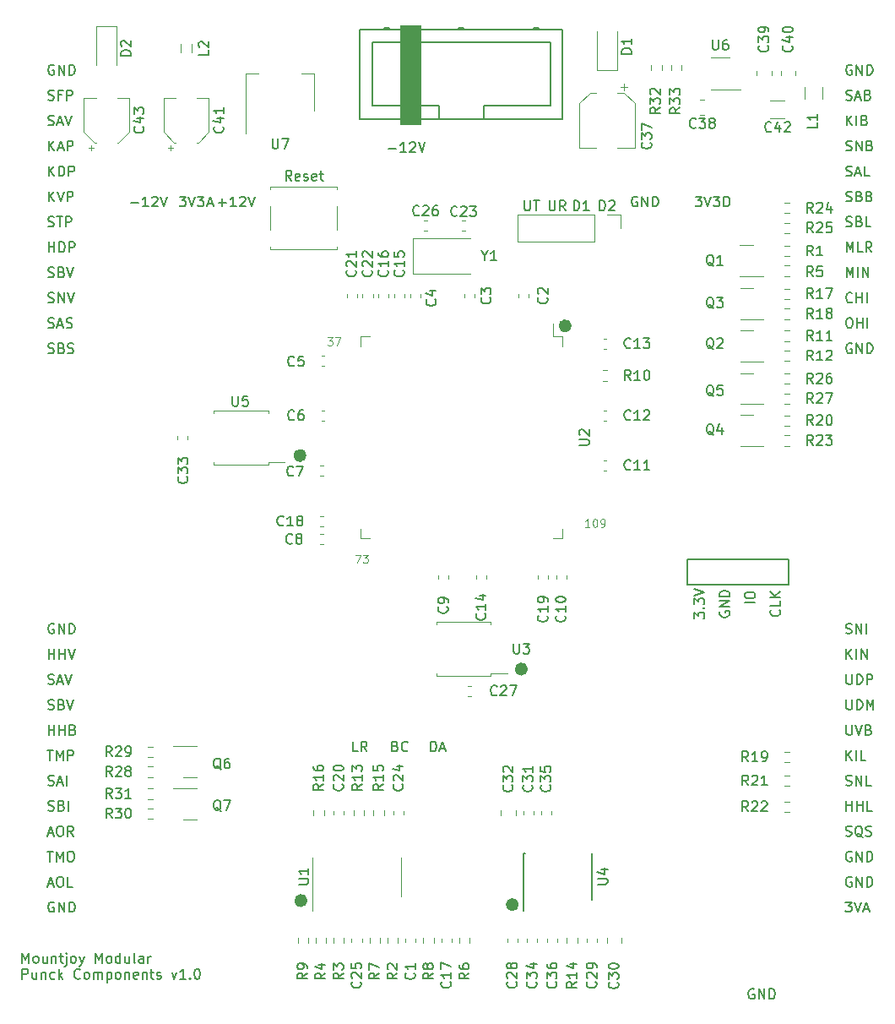
<source format=gbr>
G04 %TF.GenerationSoftware,KiCad,Pcbnew,(6.0.8)@% jlc*
G04 %TF.CreationDate,2022-10-20T13:21:54+01:00@% jlc*
G04 %TF.ProjectId,Punck_Components,50756e63-6b5f-4436-9f6d-706f6e656e74,rev?@% jlc*
G04 %TF.SameCoordinates,Original@% jlc*
G04 %TF.FileFunction,Legend,Top@% jlc*
G04 %TF.FilePolarity,Positive@% jlc*
%FSLAX46Y46*%
G04 Gerber Fmt 4.6, Leading zero omitted, Abs format (unit mm)*
G04 Created by KiCad (PCBNEW (6.0.8)) date 2022-10-20 13:21:54*
%MOMM*%
%LPD*%
G01*
G04 APERTURE LIST*
%ADD10C,0.200000*%
%ADD11C,0.640685*%
%ADD12C,0.150000*%
%ADD13C,0.120000*%
%ADD14C,0.100000*%
G04 APERTURE END LIST*
D10*
X71568095Y-145447380D02*
X71568095Y-144447380D01*
X71901428Y-145161666D01*
X72234761Y-144447380D01*
X72234761Y-145447380D01*
X72853809Y-145447380D02*
X72758571Y-145399761D01*
X72710952Y-145352142D01*
X72663333Y-145256904D01*
X72663333Y-144971190D01*
X72710952Y-144875952D01*
X72758571Y-144828333D01*
X72853809Y-144780714D01*
X72996666Y-144780714D01*
X73091904Y-144828333D01*
X73139523Y-144875952D01*
X73187142Y-144971190D01*
X73187142Y-145256904D01*
X73139523Y-145352142D01*
X73091904Y-145399761D01*
X72996666Y-145447380D01*
X72853809Y-145447380D01*
X74044285Y-144780714D02*
X74044285Y-145447380D01*
X73615714Y-144780714D02*
X73615714Y-145304523D01*
X73663333Y-145399761D01*
X73758571Y-145447380D01*
X73901428Y-145447380D01*
X73996666Y-145399761D01*
X74044285Y-145352142D01*
X74520476Y-144780714D02*
X74520476Y-145447380D01*
X74520476Y-144875952D02*
X74568095Y-144828333D01*
X74663333Y-144780714D01*
X74806190Y-144780714D01*
X74901428Y-144828333D01*
X74949047Y-144923571D01*
X74949047Y-145447380D01*
X75282380Y-144780714D02*
X75663333Y-144780714D01*
X75425238Y-144447380D02*
X75425238Y-145304523D01*
X75472857Y-145399761D01*
X75568095Y-145447380D01*
X75663333Y-145447380D01*
X75996666Y-144780714D02*
X75996666Y-145637857D01*
X75949047Y-145733095D01*
X75853809Y-145780714D01*
X75806190Y-145780714D01*
X75996666Y-144447380D02*
X75949047Y-144495000D01*
X75996666Y-144542619D01*
X76044285Y-144495000D01*
X75996666Y-144447380D01*
X75996666Y-144542619D01*
X76615714Y-145447380D02*
X76520476Y-145399761D01*
X76472857Y-145352142D01*
X76425238Y-145256904D01*
X76425238Y-144971190D01*
X76472857Y-144875952D01*
X76520476Y-144828333D01*
X76615714Y-144780714D01*
X76758571Y-144780714D01*
X76853809Y-144828333D01*
X76901428Y-144875952D01*
X76949047Y-144971190D01*
X76949047Y-145256904D01*
X76901428Y-145352142D01*
X76853809Y-145399761D01*
X76758571Y-145447380D01*
X76615714Y-145447380D01*
X77282380Y-144780714D02*
X77520476Y-145447380D01*
X77758571Y-144780714D02*
X77520476Y-145447380D01*
X77425238Y-145685476D01*
X77377619Y-145733095D01*
X77282380Y-145780714D01*
X78901428Y-145447380D02*
X78901428Y-144447380D01*
X79234761Y-145161666D01*
X79568095Y-144447380D01*
X79568095Y-145447380D01*
X80187142Y-145447380D02*
X80091904Y-145399761D01*
X80044285Y-145352142D01*
X79996666Y-145256904D01*
X79996666Y-144971190D01*
X80044285Y-144875952D01*
X80091904Y-144828333D01*
X80187142Y-144780714D01*
X80330000Y-144780714D01*
X80425238Y-144828333D01*
X80472857Y-144875952D01*
X80520476Y-144971190D01*
X80520476Y-145256904D01*
X80472857Y-145352142D01*
X80425238Y-145399761D01*
X80330000Y-145447380D01*
X80187142Y-145447380D01*
X81377619Y-145447380D02*
X81377619Y-144447380D01*
X81377619Y-145399761D02*
X81282380Y-145447380D01*
X81091904Y-145447380D01*
X80996666Y-145399761D01*
X80949047Y-145352142D01*
X80901428Y-145256904D01*
X80901428Y-144971190D01*
X80949047Y-144875952D01*
X80996666Y-144828333D01*
X81091904Y-144780714D01*
X81282380Y-144780714D01*
X81377619Y-144828333D01*
X82282380Y-144780714D02*
X82282380Y-145447380D01*
X81853809Y-144780714D02*
X81853809Y-145304523D01*
X81901428Y-145399761D01*
X81996666Y-145447380D01*
X82139523Y-145447380D01*
X82234761Y-145399761D01*
X82282380Y-145352142D01*
X82901428Y-145447380D02*
X82806190Y-145399761D01*
X82758571Y-145304523D01*
X82758571Y-144447380D01*
X83710952Y-145447380D02*
X83710952Y-144923571D01*
X83663333Y-144828333D01*
X83568095Y-144780714D01*
X83377619Y-144780714D01*
X83282380Y-144828333D01*
X83710952Y-145399761D02*
X83615714Y-145447380D01*
X83377619Y-145447380D01*
X83282380Y-145399761D01*
X83234761Y-145304523D01*
X83234761Y-145209285D01*
X83282380Y-145114047D01*
X83377619Y-145066428D01*
X83615714Y-145066428D01*
X83710952Y-145018809D01*
X84187142Y-145447380D02*
X84187142Y-144780714D01*
X84187142Y-144971190D02*
X84234761Y-144875952D01*
X84282380Y-144828333D01*
X84377619Y-144780714D01*
X84472857Y-144780714D01*
X71568095Y-147057380D02*
X71568095Y-146057380D01*
X71949047Y-146057380D01*
X72044285Y-146105000D01*
X72091904Y-146152619D01*
X72139523Y-146247857D01*
X72139523Y-146390714D01*
X72091904Y-146485952D01*
X72044285Y-146533571D01*
X71949047Y-146581190D01*
X71568095Y-146581190D01*
X72996666Y-146390714D02*
X72996666Y-147057380D01*
X72568095Y-146390714D02*
X72568095Y-146914523D01*
X72615714Y-147009761D01*
X72710952Y-147057380D01*
X72853809Y-147057380D01*
X72949047Y-147009761D01*
X72996666Y-146962142D01*
X73472857Y-146390714D02*
X73472857Y-147057380D01*
X73472857Y-146485952D02*
X73520476Y-146438333D01*
X73615714Y-146390714D01*
X73758571Y-146390714D01*
X73853809Y-146438333D01*
X73901428Y-146533571D01*
X73901428Y-147057380D01*
X74806190Y-147009761D02*
X74710952Y-147057380D01*
X74520476Y-147057380D01*
X74425238Y-147009761D01*
X74377619Y-146962142D01*
X74330000Y-146866904D01*
X74330000Y-146581190D01*
X74377619Y-146485952D01*
X74425238Y-146438333D01*
X74520476Y-146390714D01*
X74710952Y-146390714D01*
X74806190Y-146438333D01*
X75234761Y-147057380D02*
X75234761Y-146057380D01*
X75330000Y-146676428D02*
X75615714Y-147057380D01*
X75615714Y-146390714D02*
X75234761Y-146771666D01*
X77377619Y-146962142D02*
X77330000Y-147009761D01*
X77187142Y-147057380D01*
X77091904Y-147057380D01*
X76949047Y-147009761D01*
X76853809Y-146914523D01*
X76806190Y-146819285D01*
X76758571Y-146628809D01*
X76758571Y-146485952D01*
X76806190Y-146295476D01*
X76853809Y-146200238D01*
X76949047Y-146105000D01*
X77091904Y-146057380D01*
X77187142Y-146057380D01*
X77330000Y-146105000D01*
X77377619Y-146152619D01*
X77949047Y-147057380D02*
X77853809Y-147009761D01*
X77806190Y-146962142D01*
X77758571Y-146866904D01*
X77758571Y-146581190D01*
X77806190Y-146485952D01*
X77853809Y-146438333D01*
X77949047Y-146390714D01*
X78091904Y-146390714D01*
X78187142Y-146438333D01*
X78234761Y-146485952D01*
X78282380Y-146581190D01*
X78282380Y-146866904D01*
X78234761Y-146962142D01*
X78187142Y-147009761D01*
X78091904Y-147057380D01*
X77949047Y-147057380D01*
X78710952Y-147057380D02*
X78710952Y-146390714D01*
X78710952Y-146485952D02*
X78758571Y-146438333D01*
X78853809Y-146390714D01*
X78996666Y-146390714D01*
X79091904Y-146438333D01*
X79139523Y-146533571D01*
X79139523Y-147057380D01*
X79139523Y-146533571D02*
X79187142Y-146438333D01*
X79282380Y-146390714D01*
X79425238Y-146390714D01*
X79520476Y-146438333D01*
X79568095Y-146533571D01*
X79568095Y-147057380D01*
X80044285Y-146390714D02*
X80044285Y-147390714D01*
X80044285Y-146438333D02*
X80139523Y-146390714D01*
X80330000Y-146390714D01*
X80425238Y-146438333D01*
X80472857Y-146485952D01*
X80520476Y-146581190D01*
X80520476Y-146866904D01*
X80472857Y-146962142D01*
X80425238Y-147009761D01*
X80330000Y-147057380D01*
X80139523Y-147057380D01*
X80044285Y-147009761D01*
X81091904Y-147057380D02*
X80996666Y-147009761D01*
X80949047Y-146962142D01*
X80901428Y-146866904D01*
X80901428Y-146581190D01*
X80949047Y-146485952D01*
X80996666Y-146438333D01*
X81091904Y-146390714D01*
X81234761Y-146390714D01*
X81330000Y-146438333D01*
X81377619Y-146485952D01*
X81425238Y-146581190D01*
X81425238Y-146866904D01*
X81377619Y-146962142D01*
X81330000Y-147009761D01*
X81234761Y-147057380D01*
X81091904Y-147057380D01*
X81853809Y-146390714D02*
X81853809Y-147057380D01*
X81853809Y-146485952D02*
X81901428Y-146438333D01*
X81996666Y-146390714D01*
X82139523Y-146390714D01*
X82234761Y-146438333D01*
X82282380Y-146533571D01*
X82282380Y-147057380D01*
X83139523Y-147009761D02*
X83044285Y-147057380D01*
X82853809Y-147057380D01*
X82758571Y-147009761D01*
X82710952Y-146914523D01*
X82710952Y-146533571D01*
X82758571Y-146438333D01*
X82853809Y-146390714D01*
X83044285Y-146390714D01*
X83139523Y-146438333D01*
X83187142Y-146533571D01*
X83187142Y-146628809D01*
X82710952Y-146724047D01*
X83615714Y-146390714D02*
X83615714Y-147057380D01*
X83615714Y-146485952D02*
X83663333Y-146438333D01*
X83758571Y-146390714D01*
X83901428Y-146390714D01*
X83996666Y-146438333D01*
X84044285Y-146533571D01*
X84044285Y-147057380D01*
X84377619Y-146390714D02*
X84758571Y-146390714D01*
X84520476Y-146057380D02*
X84520476Y-146914523D01*
X84568095Y-147009761D01*
X84663333Y-147057380D01*
X84758571Y-147057380D01*
X85044285Y-147009761D02*
X85139523Y-147057380D01*
X85330000Y-147057380D01*
X85425238Y-147009761D01*
X85472857Y-146914523D01*
X85472857Y-146866904D01*
X85425238Y-146771666D01*
X85330000Y-146724047D01*
X85187142Y-146724047D01*
X85091904Y-146676428D01*
X85044285Y-146581190D01*
X85044285Y-146533571D01*
X85091904Y-146438333D01*
X85187142Y-146390714D01*
X85330000Y-146390714D01*
X85425238Y-146438333D01*
X86568095Y-146390714D02*
X86806190Y-147057380D01*
X87044285Y-146390714D01*
X87949047Y-147057380D02*
X87377619Y-147057380D01*
X87663333Y-147057380D02*
X87663333Y-146057380D01*
X87568095Y-146200238D01*
X87472857Y-146295476D01*
X87377619Y-146343095D01*
X88377619Y-146962142D02*
X88425238Y-147009761D01*
X88377619Y-147057380D01*
X88330000Y-147009761D01*
X88377619Y-146962142D01*
X88377619Y-147057380D01*
X89044285Y-146057380D02*
X89139523Y-146057380D01*
X89234761Y-146105000D01*
X89282380Y-146152619D01*
X89330000Y-146247857D01*
X89377619Y-146438333D01*
X89377619Y-146676428D01*
X89330000Y-146866904D01*
X89282380Y-146962142D01*
X89234761Y-147009761D01*
X89139523Y-147057380D01*
X89044285Y-147057380D01*
X88949047Y-147009761D01*
X88901428Y-146962142D01*
X88853809Y-146866904D01*
X88806190Y-146676428D01*
X88806190Y-146438333D01*
X88853809Y-146247857D01*
X88901428Y-146152619D01*
X88949047Y-146105000D01*
X89044285Y-146057380D01*
D11*
X126320342Y-81600000D02*
G75*
G03*
X126320342Y-81600000I-320342J0D01*
G01*
X99820342Y-139200000D02*
G75*
G03*
X99820342Y-139200000I-320342J0D01*
G01*
X121920342Y-116000000D02*
G75*
G03*
X121920342Y-116000000I-320342J0D01*
G01*
X99720342Y-94600000D02*
G75*
G03*
X99720342Y-94600000I-320342J0D01*
G01*
X121020342Y-139600000D02*
G75*
G03*
X121020342Y-139600000I-320342J0D01*
G01*
D12*
X74214285Y-69134195D02*
X74214285Y-68134195D01*
X74785714Y-69134195D02*
X74357142Y-68562767D01*
X74785714Y-68134195D02*
X74214285Y-68705624D01*
X75071428Y-68134195D02*
X75404762Y-69134195D01*
X75738095Y-68134195D01*
X76071428Y-69134195D02*
X76071428Y-68134195D01*
X76452381Y-68134195D01*
X76547619Y-68181815D01*
X76595238Y-68229434D01*
X76642857Y-68324672D01*
X76642857Y-68467529D01*
X76595238Y-68562767D01*
X76547619Y-68610386D01*
X76452381Y-68658005D01*
X76071428Y-68658005D01*
D13*
X104952380Y-104561904D02*
X105485714Y-104561904D01*
X105142857Y-105361904D01*
X105714285Y-104561904D02*
X106209523Y-104561904D01*
X105942857Y-104866666D01*
X106057142Y-104866666D01*
X106133333Y-104904761D01*
X106171428Y-104942857D01*
X106209523Y-105019047D01*
X106209523Y-105209523D01*
X106171428Y-105285714D01*
X106133333Y-105323809D01*
X106057142Y-105361904D01*
X105828571Y-105361904D01*
X105752380Y-105323809D01*
X105714285Y-105285714D01*
D12*
X74166667Y-120013850D02*
X74309524Y-120061469D01*
X74547619Y-120061469D01*
X74642857Y-120013850D01*
X74690476Y-119966231D01*
X74738095Y-119870993D01*
X74738095Y-119775755D01*
X74690476Y-119680517D01*
X74642857Y-119632898D01*
X74547619Y-119585279D01*
X74357143Y-119537660D01*
X74261905Y-119490041D01*
X74214286Y-119442422D01*
X74166667Y-119347184D01*
X74166667Y-119251946D01*
X74214286Y-119156708D01*
X74261905Y-119109089D01*
X74357143Y-119061469D01*
X74595238Y-119061469D01*
X74738095Y-119109089D01*
X75500000Y-119537660D02*
X75642857Y-119585279D01*
X75690476Y-119632898D01*
X75738095Y-119728136D01*
X75738095Y-119870993D01*
X75690476Y-119966231D01*
X75642857Y-120013850D01*
X75547619Y-120061469D01*
X75166667Y-120061469D01*
X75166667Y-119061469D01*
X75500000Y-119061469D01*
X75595238Y-119109089D01*
X75642857Y-119156708D01*
X75690476Y-119251946D01*
X75690476Y-119347184D01*
X75642857Y-119442422D01*
X75595238Y-119490041D01*
X75500000Y-119537660D01*
X75166667Y-119537660D01*
X76023810Y-119061469D02*
X76357143Y-120061469D01*
X76690476Y-119061469D01*
X154214286Y-61525106D02*
X154214286Y-60525106D01*
X154785714Y-61525106D02*
X154357143Y-60953678D01*
X154785714Y-60525106D02*
X154214286Y-61096535D01*
X155214286Y-61525106D02*
X155214286Y-60525106D01*
X156023809Y-61001297D02*
X156166666Y-61048916D01*
X156214286Y-61096535D01*
X156261905Y-61191773D01*
X156261905Y-61334630D01*
X156214286Y-61429868D01*
X156166666Y-61477487D01*
X156071428Y-61525106D01*
X155690476Y-61525106D01*
X155690476Y-60525106D01*
X156023809Y-60525106D01*
X156119047Y-60572726D01*
X156166666Y-60620345D01*
X156214286Y-60715583D01*
X156214286Y-60810821D01*
X156166666Y-60906059D01*
X156119047Y-60953678D01*
X156023809Y-61001297D01*
X155690476Y-61001297D01*
X74214285Y-114988743D02*
X74214285Y-113988743D01*
X74214285Y-114464934D02*
X74785714Y-114464934D01*
X74785714Y-114988743D02*
X74785714Y-113988743D01*
X75261904Y-114988743D02*
X75261904Y-113988743D01*
X75261904Y-114464934D02*
X75833333Y-114464934D01*
X75833333Y-114988743D02*
X75833333Y-113988743D01*
X76166666Y-113988743D02*
X76500000Y-114988743D01*
X76833333Y-113988743D01*
X154200000Y-114988743D02*
X154200000Y-113988743D01*
X154771429Y-114988743D02*
X154342857Y-114417315D01*
X154771429Y-113988743D02*
X154200000Y-114560172D01*
X155200000Y-114988743D02*
X155200000Y-113988743D01*
X155676190Y-114988743D02*
X155676190Y-113988743D01*
X156247619Y-114988743D01*
X156247619Y-113988743D01*
X112509523Y-124252380D02*
X112509523Y-123252380D01*
X112747619Y-123252380D01*
X112890476Y-123300000D01*
X112985714Y-123395238D01*
X113033333Y-123490476D01*
X113080952Y-123680952D01*
X113080952Y-123823809D01*
X113033333Y-124014285D01*
X112985714Y-124109523D01*
X112890476Y-124204761D01*
X112747619Y-124252380D01*
X112509523Y-124252380D01*
X113461904Y-123966666D02*
X113938095Y-123966666D01*
X113366666Y-124252380D02*
X113700000Y-123252380D01*
X114033333Y-124252380D01*
X139061904Y-68652380D02*
X139680952Y-68652380D01*
X139347619Y-69033333D01*
X139490476Y-69033333D01*
X139585714Y-69080952D01*
X139633333Y-69128571D01*
X139680952Y-69223809D01*
X139680952Y-69461904D01*
X139633333Y-69557142D01*
X139585714Y-69604761D01*
X139490476Y-69652380D01*
X139204761Y-69652380D01*
X139109523Y-69604761D01*
X139061904Y-69557142D01*
X139966666Y-68652380D02*
X140300000Y-69652380D01*
X140633333Y-68652380D01*
X140871428Y-68652380D02*
X141490476Y-68652380D01*
X141157142Y-69033333D01*
X141300000Y-69033333D01*
X141395238Y-69080952D01*
X141442857Y-69128571D01*
X141490476Y-69223809D01*
X141490476Y-69461904D01*
X141442857Y-69557142D01*
X141395238Y-69604761D01*
X141300000Y-69652380D01*
X141014285Y-69652380D01*
X140919047Y-69604761D01*
X140871428Y-69557142D01*
X141919047Y-69652380D02*
X141919047Y-68652380D01*
X142157142Y-68652380D01*
X142300000Y-68700000D01*
X142395238Y-68795238D01*
X142442857Y-68890476D01*
X142490476Y-69080952D01*
X142490476Y-69223809D01*
X142442857Y-69414285D01*
X142395238Y-69509523D01*
X142300000Y-69604761D01*
X142157142Y-69652380D01*
X141919047Y-69652380D01*
X154723809Y-136863630D02*
X154628571Y-136816010D01*
X154485714Y-136816010D01*
X154342856Y-136863630D01*
X154247618Y-136958868D01*
X154199999Y-137054106D01*
X154152380Y-137244582D01*
X154152380Y-137387439D01*
X154199999Y-137577915D01*
X154247618Y-137673153D01*
X154342856Y-137768391D01*
X154485714Y-137816010D01*
X154580952Y-137816010D01*
X154723809Y-137768391D01*
X154771428Y-137720772D01*
X154771428Y-137387439D01*
X154580952Y-137387439D01*
X155199999Y-137816010D02*
X155199999Y-136816010D01*
X155771428Y-137816010D01*
X155771428Y-136816010D01*
X156247618Y-137816010D02*
X156247618Y-136816010D01*
X156485714Y-136816010D01*
X156628571Y-136863630D01*
X156723809Y-136958868D01*
X156771428Y-137054106D01*
X156819047Y-137244582D01*
X156819047Y-137387439D01*
X156771428Y-137577915D01*
X156723809Y-137673153D01*
X156628571Y-137768391D01*
X156485714Y-137816010D01*
X156247618Y-137816010D01*
X98561904Y-67052380D02*
X98228571Y-66576190D01*
X97990476Y-67052380D02*
X97990476Y-66052380D01*
X98371428Y-66052380D01*
X98466666Y-66100000D01*
X98514285Y-66147619D01*
X98561904Y-66242857D01*
X98561904Y-66385714D01*
X98514285Y-66480952D01*
X98466666Y-66528571D01*
X98371428Y-66576190D01*
X97990476Y-66576190D01*
X99371428Y-67004761D02*
X99276190Y-67052380D01*
X99085714Y-67052380D01*
X98990476Y-67004761D01*
X98942857Y-66909523D01*
X98942857Y-66528571D01*
X98990476Y-66433333D01*
X99085714Y-66385714D01*
X99276190Y-66385714D01*
X99371428Y-66433333D01*
X99419047Y-66528571D01*
X99419047Y-66623809D01*
X98942857Y-66719047D01*
X99800000Y-67004761D02*
X99895238Y-67052380D01*
X100085714Y-67052380D01*
X100180952Y-67004761D01*
X100228571Y-66909523D01*
X100228571Y-66861904D01*
X100180952Y-66766666D01*
X100085714Y-66719047D01*
X99942857Y-66719047D01*
X99847619Y-66671428D01*
X99800000Y-66576190D01*
X99800000Y-66528571D01*
X99847619Y-66433333D01*
X99942857Y-66385714D01*
X100085714Y-66385714D01*
X100180952Y-66433333D01*
X101038095Y-67004761D02*
X100942857Y-67052380D01*
X100752380Y-67052380D01*
X100657142Y-67004761D01*
X100609523Y-66909523D01*
X100609523Y-66528571D01*
X100657142Y-66433333D01*
X100752380Y-66385714D01*
X100942857Y-66385714D01*
X101038095Y-66433333D01*
X101085714Y-66528571D01*
X101085714Y-66623809D01*
X100609523Y-66719047D01*
X101371428Y-66385714D02*
X101752380Y-66385714D01*
X101514285Y-66052380D02*
X101514285Y-66909523D01*
X101561904Y-67004761D01*
X101657142Y-67052380D01*
X101752380Y-67052380D01*
X154200000Y-125134195D02*
X154200000Y-124134195D01*
X154771428Y-125134195D02*
X154342857Y-124562767D01*
X154771428Y-124134195D02*
X154200000Y-124705624D01*
X155200000Y-125134195D02*
X155200000Y-124134195D01*
X156152381Y-125134195D02*
X155676190Y-125134195D01*
X155676190Y-124134195D01*
X74166666Y-61477487D02*
X74309524Y-61525106D01*
X74547619Y-61525106D01*
X74642857Y-61477487D01*
X74690476Y-61429868D01*
X74738095Y-61334630D01*
X74738095Y-61239392D01*
X74690476Y-61144154D01*
X74642857Y-61096535D01*
X74547619Y-61048916D01*
X74357143Y-61001297D01*
X74261904Y-60953678D01*
X74214285Y-60906059D01*
X74166666Y-60810821D01*
X74166666Y-60715583D01*
X74214285Y-60620345D01*
X74261904Y-60572726D01*
X74357143Y-60525106D01*
X74595238Y-60525106D01*
X74738095Y-60572726D01*
X75119047Y-61239392D02*
X75595238Y-61239392D01*
X75023809Y-61525106D02*
X75357143Y-60525106D01*
X75690476Y-61525106D01*
X75880952Y-60525106D02*
X76214285Y-61525106D01*
X76547619Y-60525106D01*
X154214285Y-74206921D02*
X154214285Y-73206921D01*
X154547619Y-73921207D01*
X154880952Y-73206921D01*
X154880952Y-74206921D01*
X155833333Y-74206921D02*
X155357142Y-74206921D01*
X155357142Y-73206921D01*
X156738095Y-74206921D02*
X156404761Y-73730731D01*
X156166666Y-74206921D02*
X156166666Y-73206921D01*
X156547619Y-73206921D01*
X156642857Y-73254541D01*
X156690476Y-73302160D01*
X156738095Y-73397398D01*
X156738095Y-73540255D01*
X156690476Y-73635493D01*
X156642857Y-73683112D01*
X156547619Y-73730731D01*
X156166666Y-73730731D01*
X154166667Y-64013850D02*
X154309524Y-64061469D01*
X154547619Y-64061469D01*
X154642857Y-64013850D01*
X154690476Y-63966231D01*
X154738095Y-63870993D01*
X154738095Y-63775755D01*
X154690476Y-63680517D01*
X154642857Y-63632898D01*
X154547619Y-63585279D01*
X154357143Y-63537660D01*
X154261905Y-63490041D01*
X154214286Y-63442422D01*
X154166667Y-63347184D01*
X154166667Y-63251946D01*
X154214286Y-63156708D01*
X154261905Y-63109089D01*
X154357143Y-63061469D01*
X154595238Y-63061469D01*
X154738095Y-63109089D01*
X155166667Y-64061469D02*
X155166667Y-63061469D01*
X155738095Y-64061469D01*
X155738095Y-63061469D01*
X156547619Y-63537660D02*
X156690476Y-63585279D01*
X156738095Y-63632898D01*
X156785714Y-63728136D01*
X156785714Y-63870993D01*
X156738095Y-63966231D01*
X156690476Y-64013850D01*
X156595238Y-64061469D01*
X156214286Y-64061469D01*
X156214286Y-63061469D01*
X156547619Y-63061469D01*
X156642857Y-63109089D01*
X156690476Y-63156708D01*
X156738095Y-63251946D01*
X156738095Y-63347184D01*
X156690476Y-63442422D01*
X156642857Y-63490041D01*
X156547619Y-63537660D01*
X156214286Y-63537660D01*
X154738095Y-83400000D02*
X154642857Y-83352380D01*
X154500000Y-83352380D01*
X154357142Y-83400000D01*
X154261904Y-83495238D01*
X154214285Y-83590476D01*
X154166666Y-83780952D01*
X154166666Y-83923809D01*
X154214285Y-84114285D01*
X154261904Y-84209523D01*
X154357142Y-84304761D01*
X154500000Y-84352380D01*
X154595238Y-84352380D01*
X154738095Y-84304761D01*
X154785714Y-84257142D01*
X154785714Y-83923809D01*
X154595238Y-83923809D01*
X155214285Y-84352380D02*
X155214285Y-83352380D01*
X155785714Y-84352380D01*
X155785714Y-83352380D01*
X156261904Y-84352380D02*
X156261904Y-83352380D01*
X156500000Y-83352380D01*
X156642857Y-83400000D01*
X156738095Y-83495238D01*
X156785714Y-83590476D01*
X156833333Y-83780952D01*
X156833333Y-83923809D01*
X156785714Y-84114285D01*
X156738095Y-84209523D01*
X156642857Y-84304761D01*
X156500000Y-84352380D01*
X156261904Y-84352380D01*
X74166666Y-130159302D02*
X74309523Y-130206921D01*
X74547618Y-130206921D01*
X74642856Y-130159302D01*
X74690476Y-130111683D01*
X74738095Y-130016445D01*
X74738095Y-129921207D01*
X74690476Y-129825969D01*
X74642856Y-129778350D01*
X74547618Y-129730731D01*
X74357142Y-129683112D01*
X74261904Y-129635493D01*
X74214285Y-129587874D01*
X74166666Y-129492636D01*
X74166666Y-129397398D01*
X74214285Y-129302160D01*
X74261904Y-129254541D01*
X74357142Y-129206921D01*
X74595237Y-129206921D01*
X74738095Y-129254541D01*
X75499999Y-129683112D02*
X75642856Y-129730731D01*
X75690476Y-129778350D01*
X75738095Y-129873588D01*
X75738095Y-130016445D01*
X75690476Y-130111683D01*
X75642856Y-130159302D01*
X75547618Y-130206921D01*
X75166666Y-130206921D01*
X75166666Y-129206921D01*
X75499999Y-129206921D01*
X75595237Y-129254541D01*
X75642856Y-129302160D01*
X75690476Y-129397398D01*
X75690476Y-129492636D01*
X75642856Y-129587874D01*
X75595237Y-129635493D01*
X75499999Y-129683112D01*
X75166666Y-129683112D01*
X76166666Y-130206921D02*
X76166666Y-129206921D01*
X74071429Y-124134195D02*
X74642857Y-124134195D01*
X74357143Y-125134195D02*
X74357143Y-124134195D01*
X74976191Y-125134195D02*
X74976191Y-124134195D01*
X75309524Y-124848481D01*
X75642857Y-124134195D01*
X75642857Y-125134195D01*
X76119048Y-125134195D02*
X76119048Y-124134195D01*
X76500000Y-124134195D01*
X76595238Y-124181815D01*
X76642857Y-124229434D01*
X76690476Y-124324672D01*
X76690476Y-124467529D01*
X76642857Y-124562767D01*
X76595238Y-124610386D01*
X76500000Y-124658005D01*
X76119048Y-124658005D01*
X154214285Y-76743284D02*
X154214285Y-75743284D01*
X154547619Y-76457570D01*
X154880952Y-75743284D01*
X154880952Y-76743284D01*
X155357143Y-76743284D02*
X155357143Y-75743284D01*
X155833333Y-76743284D02*
X155833333Y-75743284D01*
X156404762Y-76743284D01*
X156404762Y-75743284D01*
X74166667Y-76695665D02*
X74309524Y-76743284D01*
X74547619Y-76743284D01*
X74642857Y-76695665D01*
X74690476Y-76648046D01*
X74738095Y-76552808D01*
X74738095Y-76457570D01*
X74690476Y-76362332D01*
X74642857Y-76314713D01*
X74547619Y-76267094D01*
X74357143Y-76219475D01*
X74261905Y-76171856D01*
X74214286Y-76124237D01*
X74166667Y-76028999D01*
X74166667Y-75933761D01*
X74214286Y-75838523D01*
X74261905Y-75790904D01*
X74357143Y-75743284D01*
X74595238Y-75743284D01*
X74738095Y-75790904D01*
X75500000Y-76219475D02*
X75642857Y-76267094D01*
X75690476Y-76314713D01*
X75738095Y-76409951D01*
X75738095Y-76552808D01*
X75690476Y-76648046D01*
X75642857Y-76695665D01*
X75547619Y-76743284D01*
X75166667Y-76743284D01*
X75166667Y-75743284D01*
X75500000Y-75743284D01*
X75595238Y-75790904D01*
X75642857Y-75838523D01*
X75690476Y-75933761D01*
X75690476Y-76028999D01*
X75642857Y-76124237D01*
X75595238Y-76171856D01*
X75500000Y-76219475D01*
X75166667Y-76219475D01*
X76023810Y-75743284D02*
X76357143Y-76743284D01*
X76690476Y-75743284D01*
X154200000Y-119061469D02*
X154200000Y-119870993D01*
X154247619Y-119966231D01*
X154295238Y-120013850D01*
X154390476Y-120061469D01*
X154580952Y-120061469D01*
X154676190Y-120013850D01*
X154723809Y-119966231D01*
X154771428Y-119870993D01*
X154771428Y-119061469D01*
X155247619Y-120061469D02*
X155247619Y-119061469D01*
X155485714Y-119061469D01*
X155628571Y-119109089D01*
X155723809Y-119204327D01*
X155771428Y-119299565D01*
X155819047Y-119490041D01*
X155819047Y-119632898D01*
X155771428Y-119823374D01*
X155723809Y-119918612D01*
X155628571Y-120013850D01*
X155485714Y-120061469D01*
X155247619Y-120061469D01*
X156247619Y-120061469D02*
X156247619Y-119061469D01*
X156580952Y-119775755D01*
X156914285Y-119061469D01*
X156914285Y-120061469D01*
X154199999Y-116525106D02*
X154199999Y-117334630D01*
X154247618Y-117429868D01*
X154295237Y-117477487D01*
X154390475Y-117525106D01*
X154580952Y-117525106D01*
X154676190Y-117477487D01*
X154723809Y-117429868D01*
X154771428Y-117334630D01*
X154771428Y-116525106D01*
X155247618Y-117525106D02*
X155247618Y-116525106D01*
X155485714Y-116525106D01*
X155628571Y-116572726D01*
X155723809Y-116667964D01*
X155771428Y-116763202D01*
X155819047Y-116953678D01*
X155819047Y-117096535D01*
X155771428Y-117287011D01*
X155723809Y-117382249D01*
X155628571Y-117477487D01*
X155485714Y-117525106D01*
X155247618Y-117525106D01*
X156247618Y-117525106D02*
X156247618Y-116525106D01*
X156628571Y-116525106D01*
X156723809Y-116572726D01*
X156771428Y-116620345D01*
X156819047Y-116715583D01*
X156819047Y-116858440D01*
X156771428Y-116953678D01*
X156723809Y-117001297D01*
X156628571Y-117048916D01*
X156247618Y-117048916D01*
X154166666Y-71622939D02*
X154309523Y-71670558D01*
X154547619Y-71670558D01*
X154642857Y-71622939D01*
X154690476Y-71575320D01*
X154738095Y-71480082D01*
X154738095Y-71384844D01*
X154690476Y-71289606D01*
X154642857Y-71241987D01*
X154547619Y-71194368D01*
X154357143Y-71146749D01*
X154261904Y-71099130D01*
X154214285Y-71051511D01*
X154166666Y-70956273D01*
X154166666Y-70861035D01*
X154214285Y-70765797D01*
X154261904Y-70718178D01*
X154357143Y-70670558D01*
X154595238Y-70670558D01*
X154738095Y-70718178D01*
X155500000Y-71146749D02*
X155642857Y-71194368D01*
X155690476Y-71241987D01*
X155738095Y-71337225D01*
X155738095Y-71480082D01*
X155690476Y-71575320D01*
X155642857Y-71622939D01*
X155547619Y-71670558D01*
X155166666Y-71670558D01*
X155166666Y-70670558D01*
X155500000Y-70670558D01*
X155595238Y-70718178D01*
X155642857Y-70765797D01*
X155690476Y-70861035D01*
X155690476Y-70956273D01*
X155642857Y-71051511D01*
X155595238Y-71099130D01*
X155500000Y-71146749D01*
X155166666Y-71146749D01*
X156642857Y-71670558D02*
X156166666Y-71670558D01*
X156166666Y-70670558D01*
X124414285Y-69052380D02*
X124414285Y-69861904D01*
X124461904Y-69957142D01*
X124509523Y-70004761D01*
X124604761Y-70052380D01*
X124795238Y-70052380D01*
X124890476Y-70004761D01*
X124938095Y-69957142D01*
X124985714Y-69861904D01*
X124985714Y-69052380D01*
X126033333Y-70052380D02*
X125700000Y-69576190D01*
X125461904Y-70052380D02*
X125461904Y-69052380D01*
X125842857Y-69052380D01*
X125938095Y-69100000D01*
X125985714Y-69147619D01*
X126033333Y-69242857D01*
X126033333Y-69385714D01*
X125985714Y-69480952D01*
X125938095Y-69528571D01*
X125842857Y-69576190D01*
X125461904Y-69576190D01*
X74166667Y-137530296D02*
X74642857Y-137530296D01*
X74071429Y-137816010D02*
X74404762Y-136816010D01*
X74738095Y-137816010D01*
X75261905Y-136816010D02*
X75452381Y-136816010D01*
X75547619Y-136863630D01*
X75642857Y-136958868D01*
X75690476Y-137149344D01*
X75690476Y-137482677D01*
X75642857Y-137673153D01*
X75547619Y-137768391D01*
X75452381Y-137816010D01*
X75261905Y-137816010D01*
X75166667Y-137768391D01*
X75071429Y-137673153D01*
X75023810Y-137482677D01*
X75023810Y-137149344D01*
X75071429Y-136958868D01*
X75166667Y-136863630D01*
X75261905Y-136816010D01*
X76595238Y-137816010D02*
X76119048Y-137816010D01*
X76119048Y-136816010D01*
X154152380Y-132695665D02*
X154295237Y-132743284D01*
X154533333Y-132743284D01*
X154628571Y-132695665D01*
X154676190Y-132648046D01*
X154723809Y-132552808D01*
X154723809Y-132457570D01*
X154676190Y-132362332D01*
X154628571Y-132314713D01*
X154533333Y-132267094D01*
X154342856Y-132219475D01*
X154247618Y-132171856D01*
X154199999Y-132124237D01*
X154152380Y-132028999D01*
X154152380Y-131933761D01*
X154199999Y-131838523D01*
X154247618Y-131790904D01*
X154342856Y-131743284D01*
X154580952Y-131743284D01*
X154723809Y-131790904D01*
X155819047Y-132838523D02*
X155723809Y-132790904D01*
X155628571Y-132695665D01*
X155485714Y-132552808D01*
X155390475Y-132505189D01*
X155295237Y-132505189D01*
X155342856Y-132743284D02*
X155247618Y-132695665D01*
X155152380Y-132600427D01*
X155104761Y-132409951D01*
X155104761Y-132076618D01*
X155152380Y-131886142D01*
X155247618Y-131790904D01*
X155342856Y-131743284D01*
X155533333Y-131743284D01*
X155628571Y-131790904D01*
X155723809Y-131886142D01*
X155771428Y-132076618D01*
X155771428Y-132409951D01*
X155723809Y-132600427D01*
X155628571Y-132695665D01*
X155533333Y-132743284D01*
X155342856Y-132743284D01*
X156152380Y-132695665D02*
X156295237Y-132743284D01*
X156533333Y-132743284D01*
X156628571Y-132695665D01*
X156676190Y-132648046D01*
X156723809Y-132552808D01*
X156723809Y-132457570D01*
X156676190Y-132362332D01*
X156628571Y-132314713D01*
X156533333Y-132267094D01*
X156342856Y-132219475D01*
X156247618Y-132171856D01*
X156199999Y-132124237D01*
X156152380Y-132028999D01*
X156152380Y-131933761D01*
X156199999Y-131838523D01*
X156247618Y-131790904D01*
X156342856Y-131743284D01*
X156580952Y-131743284D01*
X156723809Y-131790904D01*
X154166667Y-58941124D02*
X154309524Y-58988743D01*
X154547619Y-58988743D01*
X154642857Y-58941124D01*
X154690476Y-58893505D01*
X154738095Y-58798267D01*
X154738095Y-58703029D01*
X154690476Y-58607791D01*
X154642857Y-58560172D01*
X154547619Y-58512553D01*
X154357143Y-58464934D01*
X154261905Y-58417315D01*
X154214286Y-58369696D01*
X154166667Y-58274458D01*
X154166667Y-58179220D01*
X154214286Y-58083982D01*
X154261905Y-58036363D01*
X154357143Y-57988743D01*
X154595238Y-57988743D01*
X154738095Y-58036363D01*
X155119048Y-58703029D02*
X155595238Y-58703029D01*
X155023810Y-58988743D02*
X155357143Y-57988743D01*
X155690476Y-58988743D01*
X156357143Y-58464934D02*
X156500000Y-58512553D01*
X156547619Y-58560172D01*
X156595238Y-58655410D01*
X156595238Y-58798267D01*
X156547619Y-58893505D01*
X156500000Y-58941124D01*
X156404762Y-58988743D01*
X156023810Y-58988743D01*
X156023810Y-57988743D01*
X156357143Y-57988743D01*
X156452381Y-58036363D01*
X156500000Y-58083982D01*
X156547619Y-58179220D01*
X156547619Y-58274458D01*
X156500000Y-58369696D01*
X156452381Y-58417315D01*
X156357143Y-58464934D01*
X156023810Y-58464934D01*
X144938095Y-148100000D02*
X144842857Y-148052380D01*
X144700000Y-148052380D01*
X144557142Y-148100000D01*
X144461904Y-148195238D01*
X144414285Y-148290476D01*
X144366666Y-148480952D01*
X144366666Y-148623809D01*
X144414285Y-148814285D01*
X144461904Y-148909523D01*
X144557142Y-149004761D01*
X144700000Y-149052380D01*
X144795238Y-149052380D01*
X144938095Y-149004761D01*
X144985714Y-148957142D01*
X144985714Y-148623809D01*
X144795238Y-148623809D01*
X145414285Y-149052380D02*
X145414285Y-148052380D01*
X145985714Y-149052380D01*
X145985714Y-148052380D01*
X146461904Y-149052380D02*
X146461904Y-148052380D01*
X146700000Y-148052380D01*
X146842857Y-148100000D01*
X146938095Y-148195238D01*
X146985714Y-148290476D01*
X147033333Y-148480952D01*
X147033333Y-148623809D01*
X146985714Y-148814285D01*
X146938095Y-148909523D01*
X146842857Y-149004761D01*
X146700000Y-149052380D01*
X146461904Y-149052380D01*
X129461904Y-70052380D02*
X129461904Y-69052380D01*
X129700000Y-69052380D01*
X129842857Y-69100000D01*
X129938095Y-69195238D01*
X129985714Y-69290476D01*
X130033333Y-69480952D01*
X130033333Y-69623809D01*
X129985714Y-69814285D01*
X129938095Y-69909523D01*
X129842857Y-70004761D01*
X129700000Y-70052380D01*
X129461904Y-70052380D01*
X130414285Y-69147619D02*
X130461904Y-69100000D01*
X130557142Y-69052380D01*
X130795238Y-69052380D01*
X130890476Y-69100000D01*
X130938095Y-69147619D01*
X130985714Y-69242857D01*
X130985714Y-69338095D01*
X130938095Y-69480952D01*
X130366666Y-70052380D01*
X130985714Y-70052380D01*
X154200000Y-130206921D02*
X154200000Y-129206921D01*
X154200000Y-129683112D02*
X154771428Y-129683112D01*
X154771428Y-130206921D02*
X154771428Y-129206921D01*
X155247619Y-130206921D02*
X155247619Y-129206921D01*
X155247619Y-129683112D02*
X155819047Y-129683112D01*
X155819047Y-130206921D02*
X155819047Y-129206921D01*
X156771428Y-130206921D02*
X156295238Y-130206921D01*
X156295238Y-129206921D01*
X154104761Y-139352380D02*
X154723809Y-139352380D01*
X154390476Y-139733333D01*
X154533333Y-139733333D01*
X154628571Y-139780952D01*
X154676190Y-139828571D01*
X154723809Y-139923809D01*
X154723809Y-140161904D01*
X154676190Y-140257142D01*
X154628571Y-140304761D01*
X154533333Y-140352380D01*
X154247618Y-140352380D01*
X154152380Y-140304761D01*
X154104761Y-140257142D01*
X155009523Y-139352380D02*
X155342857Y-140352380D01*
X155676190Y-139352380D01*
X155961904Y-140066666D02*
X156438095Y-140066666D01*
X155866666Y-140352380D02*
X156199999Y-139352380D01*
X156533333Y-140352380D01*
X74738095Y-111500000D02*
X74642857Y-111452380D01*
X74500000Y-111452380D01*
X74357142Y-111500000D01*
X74261904Y-111595238D01*
X74214285Y-111690476D01*
X74166666Y-111880952D01*
X74166666Y-112023809D01*
X74214285Y-112214285D01*
X74261904Y-112309523D01*
X74357142Y-112404761D01*
X74500000Y-112452380D01*
X74595238Y-112452380D01*
X74738095Y-112404761D01*
X74785714Y-112357142D01*
X74785714Y-112023809D01*
X74595238Y-112023809D01*
X75214285Y-112452380D02*
X75214285Y-111452380D01*
X75785714Y-112452380D01*
X75785714Y-111452380D01*
X76261904Y-112452380D02*
X76261904Y-111452380D01*
X76500000Y-111452380D01*
X76642857Y-111500000D01*
X76738095Y-111595238D01*
X76785714Y-111690476D01*
X76833333Y-111880952D01*
X76833333Y-112023809D01*
X76785714Y-112214285D01*
X76738095Y-112309523D01*
X76642857Y-112404761D01*
X76500000Y-112452380D01*
X76261904Y-112452380D01*
X133238095Y-68700000D02*
X133142857Y-68652380D01*
X133000000Y-68652380D01*
X132857142Y-68700000D01*
X132761904Y-68795238D01*
X132714285Y-68890476D01*
X132666666Y-69080952D01*
X132666666Y-69223809D01*
X132714285Y-69414285D01*
X132761904Y-69509523D01*
X132857142Y-69604761D01*
X133000000Y-69652380D01*
X133095238Y-69652380D01*
X133238095Y-69604761D01*
X133285714Y-69557142D01*
X133285714Y-69223809D01*
X133095238Y-69223809D01*
X133714285Y-69652380D02*
X133714285Y-68652380D01*
X134285714Y-69652380D01*
X134285714Y-68652380D01*
X134761904Y-69652380D02*
X134761904Y-68652380D01*
X135000000Y-68652380D01*
X135142857Y-68700000D01*
X135238095Y-68795238D01*
X135285714Y-68890476D01*
X135333333Y-69080952D01*
X135333333Y-69223809D01*
X135285714Y-69414285D01*
X135238095Y-69509523D01*
X135142857Y-69604761D01*
X135000000Y-69652380D01*
X134761904Y-69652380D01*
X154152381Y-127622939D02*
X154295238Y-127670558D01*
X154533333Y-127670558D01*
X154628571Y-127622939D01*
X154676190Y-127575320D01*
X154723809Y-127480082D01*
X154723809Y-127384844D01*
X154676190Y-127289606D01*
X154628571Y-127241987D01*
X154533333Y-127194368D01*
X154342857Y-127146749D01*
X154247619Y-127099130D01*
X154200000Y-127051511D01*
X154152381Y-126956273D01*
X154152381Y-126861035D01*
X154200000Y-126765797D01*
X154247619Y-126718178D01*
X154342857Y-126670558D01*
X154580952Y-126670558D01*
X154723809Y-126718178D01*
X155152381Y-127670558D02*
X155152381Y-126670558D01*
X155723809Y-127670558D01*
X155723809Y-126670558D01*
X156676190Y-127670558D02*
X156200000Y-127670558D01*
X156200000Y-126670558D01*
X82438095Y-69271428D02*
X83200000Y-69271428D01*
X84200000Y-69652380D02*
X83628571Y-69652380D01*
X83914285Y-69652380D02*
X83914285Y-68652380D01*
X83819047Y-68795238D01*
X83723809Y-68890476D01*
X83628571Y-68938095D01*
X84580952Y-68747619D02*
X84628571Y-68700000D01*
X84723809Y-68652380D01*
X84961904Y-68652380D01*
X85057142Y-68700000D01*
X85104761Y-68747619D01*
X85152380Y-68842857D01*
X85152380Y-68938095D01*
X85104761Y-69080952D01*
X84533333Y-69652380D01*
X85152380Y-69652380D01*
X85438095Y-68652380D02*
X85771428Y-69652380D01*
X86104761Y-68652380D01*
X74214286Y-122597832D02*
X74214286Y-121597832D01*
X74214286Y-122074023D02*
X74785714Y-122074023D01*
X74785714Y-122597832D02*
X74785714Y-121597832D01*
X75261905Y-122597832D02*
X75261905Y-121597832D01*
X75261905Y-122074023D02*
X75833333Y-122074023D01*
X75833333Y-122597832D02*
X75833333Y-121597832D01*
X76642857Y-122074023D02*
X76785714Y-122121642D01*
X76833333Y-122169261D01*
X76880952Y-122264499D01*
X76880952Y-122407356D01*
X76833333Y-122502594D01*
X76785714Y-122550213D01*
X76690476Y-122597832D01*
X76309524Y-122597832D01*
X76309524Y-121597832D01*
X76642857Y-121597832D01*
X76738095Y-121645452D01*
X76785714Y-121693071D01*
X76833333Y-121788309D01*
X76833333Y-121883547D01*
X76785714Y-121978785D01*
X76738095Y-122026404D01*
X76642857Y-122074023D01*
X76309524Y-122074023D01*
X154152380Y-112404761D02*
X154295238Y-112452380D01*
X154533333Y-112452380D01*
X154628571Y-112404761D01*
X154676190Y-112357142D01*
X154723809Y-112261904D01*
X154723809Y-112166666D01*
X154676190Y-112071428D01*
X154628571Y-112023809D01*
X154533333Y-111976190D01*
X154342857Y-111928571D01*
X154247619Y-111880952D01*
X154200000Y-111833333D01*
X154152380Y-111738095D01*
X154152380Y-111642857D01*
X154200000Y-111547619D01*
X154247619Y-111500000D01*
X154342857Y-111452380D01*
X154580952Y-111452380D01*
X154723809Y-111500000D01*
X155152380Y-112452380D02*
X155152380Y-111452380D01*
X155723809Y-112452380D01*
X155723809Y-111452380D01*
X156200000Y-112452380D02*
X156200000Y-111452380D01*
X91238095Y-69271428D02*
X92000000Y-69271428D01*
X91619047Y-69652380D02*
X91619047Y-68890476D01*
X93000000Y-69652380D02*
X92428571Y-69652380D01*
X92714285Y-69652380D02*
X92714285Y-68652380D01*
X92619047Y-68795238D01*
X92523809Y-68890476D01*
X92428571Y-68938095D01*
X93380952Y-68747619D02*
X93428571Y-68700000D01*
X93523809Y-68652380D01*
X93761904Y-68652380D01*
X93857142Y-68700000D01*
X93904761Y-68747619D01*
X93952380Y-68842857D01*
X93952380Y-68938095D01*
X93904761Y-69080952D01*
X93333333Y-69652380D01*
X93952380Y-69652380D01*
X94238095Y-68652380D02*
X94571428Y-69652380D01*
X94904761Y-68652380D01*
X154738095Y-55500000D02*
X154642857Y-55452380D01*
X154500000Y-55452380D01*
X154357142Y-55500000D01*
X154261904Y-55595238D01*
X154214285Y-55690476D01*
X154166666Y-55880952D01*
X154166666Y-56023809D01*
X154214285Y-56214285D01*
X154261904Y-56309523D01*
X154357142Y-56404761D01*
X154500000Y-56452380D01*
X154595238Y-56452380D01*
X154738095Y-56404761D01*
X154785714Y-56357142D01*
X154785714Y-56023809D01*
X154595238Y-56023809D01*
X155214285Y-56452380D02*
X155214285Y-55452380D01*
X155785714Y-56452380D01*
X155785714Y-55452380D01*
X156261904Y-56452380D02*
X156261904Y-55452380D01*
X156500000Y-55452380D01*
X156642857Y-55500000D01*
X156738095Y-55595238D01*
X156785714Y-55690476D01*
X156833333Y-55880952D01*
X156833333Y-56023809D01*
X156785714Y-56214285D01*
X156738095Y-56309523D01*
X156642857Y-56404761D01*
X156500000Y-56452380D01*
X156261904Y-56452380D01*
X74166666Y-79232028D02*
X74309523Y-79279647D01*
X74547619Y-79279647D01*
X74642857Y-79232028D01*
X74690476Y-79184409D01*
X74738095Y-79089171D01*
X74738095Y-78993933D01*
X74690476Y-78898695D01*
X74642857Y-78851076D01*
X74547619Y-78803457D01*
X74357142Y-78755838D01*
X74261904Y-78708219D01*
X74214285Y-78660600D01*
X74166666Y-78565362D01*
X74166666Y-78470124D01*
X74214285Y-78374886D01*
X74261904Y-78327267D01*
X74357142Y-78279647D01*
X74595238Y-78279647D01*
X74738095Y-78327267D01*
X75166666Y-79279647D02*
X75166666Y-78279647D01*
X75738095Y-79279647D01*
X75738095Y-78279647D01*
X76071428Y-78279647D02*
X76404762Y-79279647D01*
X76738095Y-78279647D01*
X74166667Y-71622939D02*
X74309524Y-71670558D01*
X74547619Y-71670558D01*
X74642857Y-71622939D01*
X74690476Y-71575320D01*
X74738095Y-71480082D01*
X74738095Y-71384844D01*
X74690476Y-71289606D01*
X74642857Y-71241987D01*
X74547619Y-71194368D01*
X74357143Y-71146749D01*
X74261905Y-71099130D01*
X74214286Y-71051511D01*
X74166667Y-70956273D01*
X74166667Y-70861035D01*
X74214286Y-70765797D01*
X74261905Y-70718178D01*
X74357143Y-70670558D01*
X74595238Y-70670558D01*
X74738095Y-70718178D01*
X75023810Y-70670558D02*
X75595238Y-70670558D01*
X75309524Y-71670558D02*
X75309524Y-70670558D01*
X75928572Y-71670558D02*
X75928572Y-70670558D01*
X76309524Y-70670558D01*
X76404762Y-70718178D01*
X76452381Y-70765797D01*
X76500000Y-70861035D01*
X76500000Y-71003892D01*
X76452381Y-71099130D01*
X76404762Y-71146749D01*
X76309524Y-71194368D01*
X75928572Y-71194368D01*
X154166666Y-69086576D02*
X154309523Y-69134195D01*
X154547619Y-69134195D01*
X154642857Y-69086576D01*
X154690476Y-69038957D01*
X154738095Y-68943719D01*
X154738095Y-68848481D01*
X154690476Y-68753243D01*
X154642857Y-68705624D01*
X154547619Y-68658005D01*
X154357142Y-68610386D01*
X154261904Y-68562767D01*
X154214285Y-68515148D01*
X154166666Y-68419910D01*
X154166666Y-68324672D01*
X154214285Y-68229434D01*
X154261904Y-68181815D01*
X154357142Y-68134195D01*
X154595238Y-68134195D01*
X154738095Y-68181815D01*
X155500000Y-68610386D02*
X155642857Y-68658005D01*
X155690476Y-68705624D01*
X155738095Y-68800862D01*
X155738095Y-68943719D01*
X155690476Y-69038957D01*
X155642857Y-69086576D01*
X155547619Y-69134195D01*
X155166666Y-69134195D01*
X155166666Y-68134195D01*
X155500000Y-68134195D01*
X155595238Y-68181815D01*
X155642857Y-68229434D01*
X155690476Y-68324672D01*
X155690476Y-68419910D01*
X155642857Y-68515148D01*
X155595238Y-68562767D01*
X155500000Y-68610386D01*
X155166666Y-68610386D01*
X156500000Y-68610386D02*
X156642857Y-68658005D01*
X156690476Y-68705624D01*
X156738095Y-68800862D01*
X156738095Y-68943719D01*
X156690476Y-69038957D01*
X156642857Y-69086576D01*
X156547619Y-69134195D01*
X156166666Y-69134195D01*
X156166666Y-68134195D01*
X156500000Y-68134195D01*
X156595238Y-68181815D01*
X156642857Y-68229434D01*
X156690476Y-68324672D01*
X156690476Y-68419910D01*
X156642857Y-68515148D01*
X156595238Y-68562767D01*
X156500000Y-68610386D01*
X156166666Y-68610386D01*
X74166667Y-132457570D02*
X74642857Y-132457570D01*
X74071429Y-132743284D02*
X74404762Y-131743284D01*
X74738095Y-132743284D01*
X75261905Y-131743284D02*
X75452381Y-131743284D01*
X75547619Y-131790904D01*
X75642857Y-131886142D01*
X75690476Y-132076618D01*
X75690476Y-132409951D01*
X75642857Y-132600427D01*
X75547619Y-132695665D01*
X75452381Y-132743284D01*
X75261905Y-132743284D01*
X75166667Y-132695665D01*
X75071429Y-132600427D01*
X75023810Y-132409951D01*
X75023810Y-132076618D01*
X75071429Y-131886142D01*
X75166667Y-131790904D01*
X75261905Y-131743284D01*
X76690476Y-132743284D02*
X76357143Y-132267094D01*
X76119048Y-132743284D02*
X76119048Y-131743284D01*
X76500000Y-131743284D01*
X76595238Y-131790904D01*
X76642857Y-131838523D01*
X76690476Y-131933761D01*
X76690476Y-132076618D01*
X76642857Y-132171856D01*
X76595238Y-132219475D01*
X76500000Y-132267094D01*
X76119048Y-132267094D01*
X154785715Y-79184409D02*
X154738096Y-79232028D01*
X154595238Y-79279647D01*
X154500000Y-79279647D01*
X154357143Y-79232028D01*
X154261905Y-79136790D01*
X154214286Y-79041552D01*
X154166667Y-78851076D01*
X154166667Y-78708219D01*
X154214286Y-78517743D01*
X154261905Y-78422505D01*
X154357143Y-78327267D01*
X154500000Y-78279647D01*
X154595238Y-78279647D01*
X154738096Y-78327267D01*
X154785715Y-78374886D01*
X155214286Y-79279647D02*
X155214286Y-78279647D01*
X155214286Y-78755838D02*
X155785715Y-78755838D01*
X155785715Y-79279647D02*
X155785715Y-78279647D01*
X156261905Y-79279647D02*
X156261905Y-78279647D01*
X108971428Y-123728571D02*
X109114285Y-123776190D01*
X109161904Y-123823809D01*
X109209523Y-123919047D01*
X109209523Y-124061904D01*
X109161904Y-124157142D01*
X109114285Y-124204761D01*
X109019047Y-124252380D01*
X108638095Y-124252380D01*
X108638095Y-123252380D01*
X108971428Y-123252380D01*
X109066666Y-123300000D01*
X109114285Y-123347619D01*
X109161904Y-123442857D01*
X109161904Y-123538095D01*
X109114285Y-123633333D01*
X109066666Y-123680952D01*
X108971428Y-123728571D01*
X108638095Y-123728571D01*
X110209523Y-124157142D02*
X110161904Y-124204761D01*
X110019047Y-124252380D01*
X109923809Y-124252380D01*
X109780952Y-124204761D01*
X109685714Y-124109523D01*
X109638095Y-124014285D01*
X109590476Y-123823809D01*
X109590476Y-123680952D01*
X109638095Y-123490476D01*
X109685714Y-123395238D01*
X109780952Y-123300000D01*
X109923809Y-123252380D01*
X110019047Y-123252380D01*
X110161904Y-123300000D01*
X110209523Y-123347619D01*
X87333333Y-68652380D02*
X87952380Y-68652380D01*
X87619047Y-69033333D01*
X87761904Y-69033333D01*
X87857142Y-69080952D01*
X87904761Y-69128571D01*
X87952380Y-69223809D01*
X87952380Y-69461904D01*
X87904761Y-69557142D01*
X87857142Y-69604761D01*
X87761904Y-69652380D01*
X87476190Y-69652380D01*
X87380952Y-69604761D01*
X87333333Y-69557142D01*
X88238095Y-68652380D02*
X88571428Y-69652380D01*
X88904761Y-68652380D01*
X89142857Y-68652380D02*
X89761904Y-68652380D01*
X89428571Y-69033333D01*
X89571428Y-69033333D01*
X89666666Y-69080952D01*
X89714285Y-69128571D01*
X89761904Y-69223809D01*
X89761904Y-69461904D01*
X89714285Y-69557142D01*
X89666666Y-69604761D01*
X89571428Y-69652380D01*
X89285714Y-69652380D01*
X89190476Y-69604761D01*
X89142857Y-69557142D01*
X90142857Y-69366666D02*
X90619047Y-69366666D01*
X90047619Y-69652380D02*
X90380952Y-68652380D01*
X90714285Y-69652380D01*
X154723809Y-134327267D02*
X154628571Y-134279647D01*
X154485714Y-134279647D01*
X154342856Y-134327267D01*
X154247618Y-134422505D01*
X154199999Y-134517743D01*
X154152380Y-134708219D01*
X154152380Y-134851076D01*
X154199999Y-135041552D01*
X154247618Y-135136790D01*
X154342856Y-135232028D01*
X154485714Y-135279647D01*
X154580952Y-135279647D01*
X154723809Y-135232028D01*
X154771428Y-135184409D01*
X154771428Y-134851076D01*
X154580952Y-134851076D01*
X155199999Y-135279647D02*
X155199999Y-134279647D01*
X155771428Y-135279647D01*
X155771428Y-134279647D01*
X156247618Y-135279647D02*
X156247618Y-134279647D01*
X156485714Y-134279647D01*
X156628571Y-134327267D01*
X156723809Y-134422505D01*
X156771428Y-134517743D01*
X156819047Y-134708219D01*
X156819047Y-134851076D01*
X156771428Y-135041552D01*
X156723809Y-135136790D01*
X156628571Y-135232028D01*
X156485714Y-135279647D01*
X156247618Y-135279647D01*
X74166667Y-58941124D02*
X74309524Y-58988743D01*
X74547619Y-58988743D01*
X74642857Y-58941124D01*
X74690476Y-58893505D01*
X74738095Y-58798267D01*
X74738095Y-58703029D01*
X74690476Y-58607791D01*
X74642857Y-58560172D01*
X74547619Y-58512553D01*
X74357143Y-58464934D01*
X74261905Y-58417315D01*
X74214286Y-58369696D01*
X74166667Y-58274458D01*
X74166667Y-58179220D01*
X74214286Y-58083982D01*
X74261905Y-58036363D01*
X74357143Y-57988743D01*
X74595238Y-57988743D01*
X74738095Y-58036363D01*
X75500000Y-58464934D02*
X75166667Y-58464934D01*
X75166667Y-58988743D02*
X75166667Y-57988743D01*
X75642857Y-57988743D01*
X76023810Y-58988743D02*
X76023810Y-57988743D01*
X76404762Y-57988743D01*
X76500000Y-58036363D01*
X76547619Y-58083982D01*
X76595238Y-58179220D01*
X76595238Y-58322077D01*
X76547619Y-58417315D01*
X76500000Y-58464934D01*
X76404762Y-58512553D01*
X76023810Y-58512553D01*
X74166667Y-84304761D02*
X74309524Y-84352380D01*
X74547619Y-84352380D01*
X74642857Y-84304761D01*
X74690476Y-84257142D01*
X74738095Y-84161904D01*
X74738095Y-84066666D01*
X74690476Y-83971428D01*
X74642857Y-83923809D01*
X74547619Y-83876190D01*
X74357143Y-83828571D01*
X74261905Y-83780952D01*
X74214286Y-83733333D01*
X74166667Y-83638095D01*
X74166667Y-83542857D01*
X74214286Y-83447619D01*
X74261905Y-83400000D01*
X74357143Y-83352380D01*
X74595238Y-83352380D01*
X74738095Y-83400000D01*
X75500000Y-83828571D02*
X75642857Y-83876190D01*
X75690476Y-83923809D01*
X75738095Y-84019047D01*
X75738095Y-84161904D01*
X75690476Y-84257142D01*
X75642857Y-84304761D01*
X75547619Y-84352380D01*
X75166667Y-84352380D01*
X75166667Y-83352380D01*
X75500000Y-83352380D01*
X75595238Y-83400000D01*
X75642857Y-83447619D01*
X75690476Y-83542857D01*
X75690476Y-83638095D01*
X75642857Y-83733333D01*
X75595238Y-83780952D01*
X75500000Y-83828571D01*
X75166667Y-83828571D01*
X76119048Y-84304761D02*
X76261905Y-84352380D01*
X76500000Y-84352380D01*
X76595238Y-84304761D01*
X76642857Y-84257142D01*
X76690476Y-84161904D01*
X76690476Y-84066666D01*
X76642857Y-83971428D01*
X76595238Y-83923809D01*
X76500000Y-83876190D01*
X76309524Y-83828571D01*
X76214286Y-83780952D01*
X76166667Y-83733333D01*
X76119048Y-83638095D01*
X76119048Y-83542857D01*
X76166667Y-83447619D01*
X76214286Y-83400000D01*
X76309524Y-83352380D01*
X76547619Y-83352380D01*
X76690476Y-83400000D01*
X154404762Y-80816010D02*
X154595238Y-80816010D01*
X154690476Y-80863630D01*
X154785714Y-80958868D01*
X154833333Y-81149344D01*
X154833333Y-81482677D01*
X154785714Y-81673153D01*
X154690476Y-81768391D01*
X154595238Y-81816010D01*
X154404762Y-81816010D01*
X154309524Y-81768391D01*
X154214285Y-81673153D01*
X154166666Y-81482677D01*
X154166666Y-81149344D01*
X154214285Y-80958868D01*
X154309524Y-80863630D01*
X154404762Y-80816010D01*
X155261905Y-81816010D02*
X155261905Y-80816010D01*
X155261905Y-81292201D02*
X155833333Y-81292201D01*
X155833333Y-81816010D02*
X155833333Y-80816010D01*
X156309524Y-81816010D02*
X156309524Y-80816010D01*
X74071428Y-134279647D02*
X74642857Y-134279647D01*
X74357142Y-135279647D02*
X74357142Y-134279647D01*
X74976190Y-135279647D02*
X74976190Y-134279647D01*
X75309523Y-134993933D01*
X75642857Y-134279647D01*
X75642857Y-135279647D01*
X76309523Y-134279647D02*
X76500000Y-134279647D01*
X76595238Y-134327267D01*
X76690476Y-134422505D01*
X76738095Y-134612981D01*
X76738095Y-134946314D01*
X76690476Y-135136790D01*
X76595238Y-135232028D01*
X76500000Y-135279647D01*
X76309523Y-135279647D01*
X76214285Y-135232028D01*
X76119047Y-135136790D01*
X76071428Y-134946314D01*
X76071428Y-134612981D01*
X76119047Y-134422505D01*
X76214285Y-134327267D01*
X76309523Y-134279647D01*
X74214285Y-74206921D02*
X74214285Y-73206921D01*
X74214285Y-73683112D02*
X74785714Y-73683112D01*
X74785714Y-74206921D02*
X74785714Y-73206921D01*
X75261904Y-74206921D02*
X75261904Y-73206921D01*
X75500000Y-73206921D01*
X75642857Y-73254541D01*
X75738095Y-73349779D01*
X75785714Y-73445017D01*
X75833333Y-73635493D01*
X75833333Y-73778350D01*
X75785714Y-73968826D01*
X75738095Y-74064064D01*
X75642857Y-74159302D01*
X75500000Y-74206921D01*
X75261904Y-74206921D01*
X76261904Y-74206921D02*
X76261904Y-73206921D01*
X76642857Y-73206921D01*
X76738095Y-73254541D01*
X76785714Y-73302160D01*
X76833333Y-73397398D01*
X76833333Y-73540255D01*
X76785714Y-73635493D01*
X76738095Y-73683112D01*
X76642857Y-73730731D01*
X76261904Y-73730731D01*
X105209523Y-124252380D02*
X104733333Y-124252380D01*
X104733333Y-123252380D01*
X106114285Y-124252380D02*
X105780952Y-123776190D01*
X105542857Y-124252380D02*
X105542857Y-123252380D01*
X105923809Y-123252380D01*
X106019047Y-123300000D01*
X106066666Y-123347619D01*
X106114285Y-123442857D01*
X106114285Y-123585714D01*
X106066666Y-123680952D01*
X106019047Y-123728571D01*
X105923809Y-123776190D01*
X105542857Y-123776190D01*
X154166667Y-66550213D02*
X154309524Y-66597832D01*
X154547619Y-66597832D01*
X154642857Y-66550213D01*
X154690476Y-66502594D01*
X154738095Y-66407356D01*
X154738095Y-66312118D01*
X154690476Y-66216880D01*
X154642857Y-66169261D01*
X154547619Y-66121642D01*
X154357143Y-66074023D01*
X154261905Y-66026404D01*
X154214286Y-65978785D01*
X154166667Y-65883547D01*
X154166667Y-65788309D01*
X154214286Y-65693071D01*
X154261905Y-65645452D01*
X154357143Y-65597832D01*
X154595238Y-65597832D01*
X154738095Y-65645452D01*
X155119048Y-66312118D02*
X155595238Y-66312118D01*
X155023810Y-66597832D02*
X155357143Y-65597832D01*
X155690476Y-66597832D01*
X156500000Y-66597832D02*
X156023810Y-66597832D01*
X156023810Y-65597832D01*
X74166666Y-81768391D02*
X74309523Y-81816010D01*
X74547619Y-81816010D01*
X74642857Y-81768391D01*
X74690476Y-81720772D01*
X74738095Y-81625534D01*
X74738095Y-81530296D01*
X74690476Y-81435058D01*
X74642857Y-81387439D01*
X74547619Y-81339820D01*
X74357143Y-81292201D01*
X74261904Y-81244582D01*
X74214285Y-81196963D01*
X74166666Y-81101725D01*
X74166666Y-81006487D01*
X74214285Y-80911249D01*
X74261904Y-80863630D01*
X74357143Y-80816010D01*
X74595238Y-80816010D01*
X74738095Y-80863630D01*
X75119047Y-81530296D02*
X75595238Y-81530296D01*
X75023809Y-81816010D02*
X75357143Y-80816010D01*
X75690476Y-81816010D01*
X75976190Y-81768391D02*
X76119047Y-81816010D01*
X76357143Y-81816010D01*
X76452381Y-81768391D01*
X76500000Y-81720772D01*
X76547619Y-81625534D01*
X76547619Y-81530296D01*
X76500000Y-81435058D01*
X76452381Y-81387439D01*
X76357143Y-81339820D01*
X76166666Y-81292201D01*
X76071428Y-81244582D01*
X76023809Y-81196963D01*
X75976190Y-81101725D01*
X75976190Y-81006487D01*
X76023809Y-80911249D01*
X76071428Y-80863630D01*
X76166666Y-80816010D01*
X76404762Y-80816010D01*
X76547619Y-80863630D01*
D13*
X102152380Y-82761904D02*
X102647619Y-82761904D01*
X102380952Y-83066666D01*
X102495238Y-83066666D01*
X102571428Y-83104761D01*
X102609523Y-83142857D01*
X102647619Y-83219047D01*
X102647619Y-83409523D01*
X102609523Y-83485714D01*
X102571428Y-83523809D01*
X102495238Y-83561904D01*
X102266666Y-83561904D01*
X102190476Y-83523809D01*
X102152380Y-83485714D01*
X102914285Y-82761904D02*
X103447619Y-82761904D01*
X103104761Y-83561904D01*
D12*
X74214286Y-66597832D02*
X74214286Y-65597832D01*
X74785714Y-66597832D02*
X74357143Y-66026404D01*
X74785714Y-65597832D02*
X74214286Y-66169261D01*
X75214286Y-66597832D02*
X75214286Y-65597832D01*
X75452381Y-65597832D01*
X75595238Y-65645452D01*
X75690476Y-65740690D01*
X75738095Y-65835928D01*
X75785714Y-66026404D01*
X75785714Y-66169261D01*
X75738095Y-66359737D01*
X75690476Y-66454975D01*
X75595238Y-66550213D01*
X75452381Y-66597832D01*
X75214286Y-66597832D01*
X76214286Y-66597832D02*
X76214286Y-65597832D01*
X76595238Y-65597832D01*
X76690476Y-65645452D01*
X76738095Y-65693071D01*
X76785714Y-65788309D01*
X76785714Y-65931166D01*
X76738095Y-66026404D01*
X76690476Y-66074023D01*
X76595238Y-66121642D01*
X76214286Y-66121642D01*
X126861904Y-70052380D02*
X126861904Y-69052380D01*
X127100000Y-69052380D01*
X127242857Y-69100000D01*
X127338095Y-69195238D01*
X127385714Y-69290476D01*
X127433333Y-69480952D01*
X127433333Y-69623809D01*
X127385714Y-69814285D01*
X127338095Y-69909523D01*
X127242857Y-70004761D01*
X127100000Y-70052380D01*
X126861904Y-70052380D01*
X128385714Y-70052380D02*
X127814285Y-70052380D01*
X128100000Y-70052380D02*
X128100000Y-69052380D01*
X128004761Y-69195238D01*
X127909523Y-69290476D01*
X127814285Y-69338095D01*
D13*
X128466666Y-101761904D02*
X128009523Y-101761904D01*
X128238095Y-101761904D02*
X128238095Y-100961904D01*
X128161904Y-101076190D01*
X128085714Y-101152380D01*
X128009523Y-101190476D01*
X128961904Y-100961904D02*
X129038095Y-100961904D01*
X129114285Y-101000000D01*
X129152380Y-101038095D01*
X129190476Y-101114285D01*
X129228571Y-101266666D01*
X129228571Y-101457142D01*
X129190476Y-101609523D01*
X129152380Y-101685714D01*
X129114285Y-101723809D01*
X129038095Y-101761904D01*
X128961904Y-101761904D01*
X128885714Y-101723809D01*
X128847619Y-101685714D01*
X128809523Y-101609523D01*
X128771428Y-101457142D01*
X128771428Y-101266666D01*
X128809523Y-101114285D01*
X128847619Y-101038095D01*
X128885714Y-101000000D01*
X128961904Y-100961904D01*
X129609523Y-101761904D02*
X129761904Y-101761904D01*
X129838095Y-101723809D01*
X129876190Y-101685714D01*
X129952380Y-101571428D01*
X129990476Y-101419047D01*
X129990476Y-101114285D01*
X129952380Y-101038095D01*
X129914285Y-101000000D01*
X129838095Y-100961904D01*
X129685714Y-100961904D01*
X129609523Y-101000000D01*
X129571428Y-101038095D01*
X129533333Y-101114285D01*
X129533333Y-101304761D01*
X129571428Y-101380952D01*
X129609523Y-101419047D01*
X129685714Y-101457142D01*
X129838095Y-101457142D01*
X129914285Y-101419047D01*
X129952380Y-101380952D01*
X129990476Y-101304761D01*
D12*
X74738095Y-139400000D02*
X74642857Y-139352380D01*
X74500000Y-139352380D01*
X74357142Y-139400000D01*
X74261904Y-139495238D01*
X74214285Y-139590476D01*
X74166666Y-139780952D01*
X74166666Y-139923809D01*
X74214285Y-140114285D01*
X74261904Y-140209523D01*
X74357142Y-140304761D01*
X74500000Y-140352380D01*
X74595238Y-140352380D01*
X74738095Y-140304761D01*
X74785714Y-140257142D01*
X74785714Y-139923809D01*
X74595238Y-139923809D01*
X75214285Y-140352380D02*
X75214285Y-139352380D01*
X75785714Y-140352380D01*
X75785714Y-139352380D01*
X76261904Y-140352380D02*
X76261904Y-139352380D01*
X76500000Y-139352380D01*
X76642857Y-139400000D01*
X76738095Y-139495238D01*
X76785714Y-139590476D01*
X76833333Y-139780952D01*
X76833333Y-139923809D01*
X76785714Y-140114285D01*
X76738095Y-140209523D01*
X76642857Y-140304761D01*
X76500000Y-140352380D01*
X76261904Y-140352380D01*
X121933333Y-69052380D02*
X121933333Y-69861904D01*
X121980952Y-69957142D01*
X122028571Y-70004761D01*
X122123809Y-70052380D01*
X122314285Y-70052380D01*
X122409523Y-70004761D01*
X122457142Y-69957142D01*
X122504761Y-69861904D01*
X122504761Y-69052380D01*
X122838095Y-69052380D02*
X123409523Y-69052380D01*
X123123809Y-70052380D02*
X123123809Y-69052380D01*
X154200000Y-121597832D02*
X154200000Y-122407356D01*
X154247619Y-122502594D01*
X154295238Y-122550213D01*
X154390476Y-122597832D01*
X154580952Y-122597832D01*
X154676190Y-122550213D01*
X154723809Y-122502594D01*
X154771428Y-122407356D01*
X154771428Y-121597832D01*
X155104762Y-121597832D02*
X155438095Y-122597832D01*
X155771428Y-121597832D01*
X156438095Y-122074023D02*
X156580952Y-122121642D01*
X156628571Y-122169261D01*
X156676190Y-122264499D01*
X156676190Y-122407356D01*
X156628571Y-122502594D01*
X156580952Y-122550213D01*
X156485714Y-122597832D01*
X156104762Y-122597832D01*
X156104762Y-121597832D01*
X156438095Y-121597832D01*
X156533333Y-121645452D01*
X156580952Y-121693071D01*
X156628571Y-121788309D01*
X156628571Y-121883547D01*
X156580952Y-121978785D01*
X156533333Y-122026404D01*
X156438095Y-122074023D01*
X156104762Y-122074023D01*
X74166667Y-127622939D02*
X74309524Y-127670558D01*
X74547619Y-127670558D01*
X74642857Y-127622939D01*
X74690476Y-127575320D01*
X74738095Y-127480082D01*
X74738095Y-127384844D01*
X74690476Y-127289606D01*
X74642857Y-127241987D01*
X74547619Y-127194368D01*
X74357143Y-127146749D01*
X74261905Y-127099130D01*
X74214286Y-127051511D01*
X74166667Y-126956273D01*
X74166667Y-126861035D01*
X74214286Y-126765797D01*
X74261905Y-126718178D01*
X74357143Y-126670558D01*
X74595238Y-126670558D01*
X74738095Y-126718178D01*
X75119048Y-127384844D02*
X75595238Y-127384844D01*
X75023809Y-127670558D02*
X75357143Y-126670558D01*
X75690476Y-127670558D01*
X76023809Y-127670558D02*
X76023809Y-126670558D01*
X74166666Y-117477487D02*
X74309524Y-117525106D01*
X74547619Y-117525106D01*
X74642857Y-117477487D01*
X74690476Y-117429868D01*
X74738095Y-117334630D01*
X74738095Y-117239392D01*
X74690476Y-117144154D01*
X74642857Y-117096535D01*
X74547619Y-117048916D01*
X74357143Y-117001297D01*
X74261904Y-116953678D01*
X74214285Y-116906059D01*
X74166666Y-116810821D01*
X74166666Y-116715583D01*
X74214285Y-116620345D01*
X74261904Y-116572726D01*
X74357143Y-116525106D01*
X74595238Y-116525106D01*
X74738095Y-116572726D01*
X75119047Y-117239392D02*
X75595238Y-117239392D01*
X75023809Y-117525106D02*
X75357143Y-116525106D01*
X75690476Y-117525106D01*
X75880952Y-116525106D02*
X76214285Y-117525106D01*
X76547619Y-116525106D01*
X74214285Y-64061469D02*
X74214285Y-63061469D01*
X74785714Y-64061469D02*
X74357142Y-63490041D01*
X74785714Y-63061469D02*
X74214285Y-63632898D01*
X75166666Y-63775755D02*
X75642857Y-63775755D01*
X75071428Y-64061469D02*
X75404762Y-63061469D01*
X75738095Y-64061469D01*
X76071428Y-64061469D02*
X76071428Y-63061469D01*
X76452381Y-63061469D01*
X76547619Y-63109089D01*
X76595238Y-63156708D01*
X76642857Y-63251946D01*
X76642857Y-63394803D01*
X76595238Y-63490041D01*
X76547619Y-63537660D01*
X76452381Y-63585279D01*
X76071428Y-63585279D01*
X74738095Y-55500000D02*
X74642857Y-55452380D01*
X74500000Y-55452380D01*
X74357142Y-55500000D01*
X74261904Y-55595238D01*
X74214285Y-55690476D01*
X74166666Y-55880952D01*
X74166666Y-56023809D01*
X74214285Y-56214285D01*
X74261904Y-56309523D01*
X74357142Y-56404761D01*
X74500000Y-56452380D01*
X74595238Y-56452380D01*
X74738095Y-56404761D01*
X74785714Y-56357142D01*
X74785714Y-56023809D01*
X74595238Y-56023809D01*
X75214285Y-56452380D02*
X75214285Y-55452380D01*
X75785714Y-56452380D01*
X75785714Y-55452380D01*
X76261904Y-56452380D02*
X76261904Y-55452380D01*
X76500000Y-55452380D01*
X76642857Y-55500000D01*
X76738095Y-55595238D01*
X76785714Y-55690476D01*
X76833333Y-55880952D01*
X76833333Y-56023809D01*
X76785714Y-56214285D01*
X76738095Y-56309523D01*
X76642857Y-56404761D01*
X76500000Y-56452380D01*
X76261904Y-56452380D01*
G04 %TO.C,R27@% jlc*
X150857142Y-89352380D02*
X150523809Y-88876190D01*
X150285714Y-89352380D02*
X150285714Y-88352380D01*
X150666666Y-88352380D01*
X150761904Y-88400000D01*
X150809523Y-88447619D01*
X150857142Y-88542857D01*
X150857142Y-88685714D01*
X150809523Y-88780952D01*
X150761904Y-88828571D01*
X150666666Y-88876190D01*
X150285714Y-88876190D01*
X151238095Y-88447619D02*
X151285714Y-88400000D01*
X151380952Y-88352380D01*
X151619047Y-88352380D01*
X151714285Y-88400000D01*
X151761904Y-88447619D01*
X151809523Y-88542857D01*
X151809523Y-88638095D01*
X151761904Y-88780952D01*
X151190476Y-89352380D01*
X151809523Y-89352380D01*
X152142857Y-88352380D02*
X152809523Y-88352380D01*
X152380952Y-89352380D01*
G04 %TO.C,R22@% jlc*
X144357142Y-130252380D02*
X144023809Y-129776190D01*
X143785714Y-130252380D02*
X143785714Y-129252380D01*
X144166666Y-129252380D01*
X144261904Y-129300000D01*
X144309523Y-129347619D01*
X144357142Y-129442857D01*
X144357142Y-129585714D01*
X144309523Y-129680952D01*
X144261904Y-129728571D01*
X144166666Y-129776190D01*
X143785714Y-129776190D01*
X144738095Y-129347619D02*
X144785714Y-129300000D01*
X144880952Y-129252380D01*
X145119047Y-129252380D01*
X145214285Y-129300000D01*
X145261904Y-129347619D01*
X145309523Y-129442857D01*
X145309523Y-129538095D01*
X145261904Y-129680952D01*
X144690476Y-130252380D01*
X145309523Y-130252380D01*
X145690476Y-129347619D02*
X145738095Y-129300000D01*
X145833333Y-129252380D01*
X146071428Y-129252380D01*
X146166666Y-129300000D01*
X146214285Y-129347619D01*
X146261904Y-129442857D01*
X146261904Y-129538095D01*
X146214285Y-129680952D01*
X145642857Y-130252380D01*
X146261904Y-130252380D01*
G04 %TO.C,R18@% jlc*
X150857142Y-80852380D02*
X150523809Y-80376190D01*
X150285714Y-80852380D02*
X150285714Y-79852380D01*
X150666666Y-79852380D01*
X150761904Y-79900000D01*
X150809523Y-79947619D01*
X150857142Y-80042857D01*
X150857142Y-80185714D01*
X150809523Y-80280952D01*
X150761904Y-80328571D01*
X150666666Y-80376190D01*
X150285714Y-80376190D01*
X151809523Y-80852380D02*
X151238095Y-80852380D01*
X151523809Y-80852380D02*
X151523809Y-79852380D01*
X151428571Y-79995238D01*
X151333333Y-80090476D01*
X151238095Y-80138095D01*
X152380952Y-80280952D02*
X152285714Y-80233333D01*
X152238095Y-80185714D01*
X152190476Y-80090476D01*
X152190476Y-80042857D01*
X152238095Y-79947619D01*
X152285714Y-79900000D01*
X152380952Y-79852380D01*
X152571428Y-79852380D01*
X152666666Y-79900000D01*
X152714285Y-79947619D01*
X152761904Y-80042857D01*
X152761904Y-80090476D01*
X152714285Y-80185714D01*
X152666666Y-80233333D01*
X152571428Y-80280952D01*
X152380952Y-80280952D01*
X152285714Y-80328571D01*
X152238095Y-80376190D01*
X152190476Y-80471428D01*
X152190476Y-80661904D01*
X152238095Y-80757142D01*
X152285714Y-80804761D01*
X152380952Y-80852380D01*
X152571428Y-80852380D01*
X152666666Y-80804761D01*
X152714285Y-80757142D01*
X152761904Y-80661904D01*
X152761904Y-80471428D01*
X152714285Y-80376190D01*
X152666666Y-80328571D01*
X152571428Y-80280952D01*
G04 %TO.C,R8@% jlc*
X112752380Y-146466666D02*
X112276190Y-146800000D01*
X112752380Y-147038095D02*
X111752380Y-147038095D01*
X111752380Y-146657142D01*
X111800000Y-146561904D01*
X111847619Y-146514285D01*
X111942857Y-146466666D01*
X112085714Y-146466666D01*
X112180952Y-146514285D01*
X112228571Y-146561904D01*
X112276190Y-146657142D01*
X112276190Y-147038095D01*
X112180952Y-145895238D02*
X112133333Y-145990476D01*
X112085714Y-146038095D01*
X111990476Y-146085714D01*
X111942857Y-146085714D01*
X111847619Y-146038095D01*
X111800000Y-145990476D01*
X111752380Y-145895238D01*
X111752380Y-145704761D01*
X111800000Y-145609523D01*
X111847619Y-145561904D01*
X111942857Y-145514285D01*
X111990476Y-145514285D01*
X112085714Y-145561904D01*
X112133333Y-145609523D01*
X112180952Y-145704761D01*
X112180952Y-145895238D01*
X112228571Y-145990476D01*
X112276190Y-146038095D01*
X112371428Y-146085714D01*
X112561904Y-146085714D01*
X112657142Y-146038095D01*
X112704761Y-145990476D01*
X112752380Y-145895238D01*
X112752380Y-145704761D01*
X112704761Y-145609523D01*
X112657142Y-145561904D01*
X112561904Y-145514285D01*
X112371428Y-145514285D01*
X112276190Y-145561904D01*
X112228571Y-145609523D01*
X112180952Y-145704761D01*
G04 %TO.C,J7@% jlc*
X108288095Y-63833928D02*
X109050000Y-63833928D01*
X110050000Y-64214880D02*
X109478571Y-64214880D01*
X109764285Y-64214880D02*
X109764285Y-63214880D01*
X109669047Y-63357738D01*
X109573809Y-63452976D01*
X109478571Y-63500595D01*
X110430952Y-63310119D02*
X110478571Y-63262500D01*
X110573809Y-63214880D01*
X110811904Y-63214880D01*
X110907142Y-63262500D01*
X110954761Y-63310119D01*
X111002380Y-63405357D01*
X111002380Y-63500595D01*
X110954761Y-63643452D01*
X110383333Y-64214880D01*
X111002380Y-64214880D01*
X111288095Y-63214880D02*
X111621428Y-64214880D01*
X111954761Y-63214880D01*
G04 %TO.C,C3@% jlc*
X118457142Y-78766666D02*
X118504761Y-78814285D01*
X118552380Y-78957142D01*
X118552380Y-79052380D01*
X118504761Y-79195238D01*
X118409523Y-79290476D01*
X118314285Y-79338095D01*
X118123809Y-79385714D01*
X117980952Y-79385714D01*
X117790476Y-79338095D01*
X117695238Y-79290476D01*
X117600000Y-79195238D01*
X117552380Y-79052380D01*
X117552380Y-78957142D01*
X117600000Y-78814285D01*
X117647619Y-78766666D01*
X117552380Y-78433333D02*
X117552380Y-77814285D01*
X117933333Y-78147619D01*
X117933333Y-78004761D01*
X117980952Y-77909523D01*
X118028571Y-77861904D01*
X118123809Y-77814285D01*
X118361904Y-77814285D01*
X118457142Y-77861904D01*
X118504761Y-77909523D01*
X118552380Y-78004761D01*
X118552380Y-78290476D01*
X118504761Y-78385714D01*
X118457142Y-78433333D01*
G04 %TO.C,C40@% jlc*
X148707142Y-53542857D02*
X148754761Y-53590476D01*
X148802380Y-53733333D01*
X148802380Y-53828571D01*
X148754761Y-53971428D01*
X148659523Y-54066666D01*
X148564285Y-54114285D01*
X148373809Y-54161904D01*
X148230952Y-54161904D01*
X148040476Y-54114285D01*
X147945238Y-54066666D01*
X147850000Y-53971428D01*
X147802380Y-53828571D01*
X147802380Y-53733333D01*
X147850000Y-53590476D01*
X147897619Y-53542857D01*
X148135714Y-52685714D02*
X148802380Y-52685714D01*
X147754761Y-52923809D02*
X148469047Y-53161904D01*
X148469047Y-52542857D01*
X147802380Y-51971428D02*
X147802380Y-51876190D01*
X147850000Y-51780952D01*
X147897619Y-51733333D01*
X147992857Y-51685714D01*
X148183333Y-51638095D01*
X148421428Y-51638095D01*
X148611904Y-51685714D01*
X148707142Y-51733333D01*
X148754761Y-51780952D01*
X148802380Y-51876190D01*
X148802380Y-51971428D01*
X148754761Y-52066666D01*
X148707142Y-52114285D01*
X148611904Y-52161904D01*
X148421428Y-52209523D01*
X148183333Y-52209523D01*
X147992857Y-52161904D01*
X147897619Y-52114285D01*
X147850000Y-52066666D01*
X147802380Y-51971428D01*
G04 %TO.C,U7@% jlc*
X96638095Y-62852380D02*
X96638095Y-63661904D01*
X96685714Y-63757142D01*
X96733333Y-63804761D01*
X96828571Y-63852380D01*
X97019047Y-63852380D01*
X97114285Y-63804761D01*
X97161904Y-63757142D01*
X97209523Y-63661904D01*
X97209523Y-62852380D01*
X97590476Y-62852380D02*
X98257142Y-62852380D01*
X97828571Y-63852380D01*
G04 %TO.C,R17@% jlc*
X150857142Y-78852380D02*
X150523809Y-78376190D01*
X150285714Y-78852380D02*
X150285714Y-77852380D01*
X150666666Y-77852380D01*
X150761904Y-77900000D01*
X150809523Y-77947619D01*
X150857142Y-78042857D01*
X150857142Y-78185714D01*
X150809523Y-78280952D01*
X150761904Y-78328571D01*
X150666666Y-78376190D01*
X150285714Y-78376190D01*
X151809523Y-78852380D02*
X151238095Y-78852380D01*
X151523809Y-78852380D02*
X151523809Y-77852380D01*
X151428571Y-77995238D01*
X151333333Y-78090476D01*
X151238095Y-78138095D01*
X152142857Y-77852380D02*
X152809523Y-77852380D01*
X152380952Y-78852380D01*
G04 %TO.C,R28@% jlc*
X80557142Y-126752380D02*
X80223809Y-126276190D01*
X79985714Y-126752380D02*
X79985714Y-125752380D01*
X80366666Y-125752380D01*
X80461904Y-125800000D01*
X80509523Y-125847619D01*
X80557142Y-125942857D01*
X80557142Y-126085714D01*
X80509523Y-126180952D01*
X80461904Y-126228571D01*
X80366666Y-126276190D01*
X79985714Y-126276190D01*
X80938095Y-125847619D02*
X80985714Y-125800000D01*
X81080952Y-125752380D01*
X81319047Y-125752380D01*
X81414285Y-125800000D01*
X81461904Y-125847619D01*
X81509523Y-125942857D01*
X81509523Y-126038095D01*
X81461904Y-126180952D01*
X80890476Y-126752380D01*
X81509523Y-126752380D01*
X82080952Y-126180952D02*
X81985714Y-126133333D01*
X81938095Y-126085714D01*
X81890476Y-125990476D01*
X81890476Y-125942857D01*
X81938095Y-125847619D01*
X81985714Y-125800000D01*
X82080952Y-125752380D01*
X82271428Y-125752380D01*
X82366666Y-125800000D01*
X82414285Y-125847619D01*
X82461904Y-125942857D01*
X82461904Y-125990476D01*
X82414285Y-126085714D01*
X82366666Y-126133333D01*
X82271428Y-126180952D01*
X82080952Y-126180952D01*
X81985714Y-126228571D01*
X81938095Y-126276190D01*
X81890476Y-126371428D01*
X81890476Y-126561904D01*
X81938095Y-126657142D01*
X81985714Y-126704761D01*
X82080952Y-126752380D01*
X82271428Y-126752380D01*
X82366666Y-126704761D01*
X82414285Y-126657142D01*
X82461904Y-126561904D01*
X82461904Y-126371428D01*
X82414285Y-126276190D01*
X82366666Y-126228571D01*
X82271428Y-126180952D01*
G04 %TO.C,R5@% jlc*
X150857142Y-76652380D02*
X150523809Y-76176190D01*
X150285713Y-76652380D02*
X150285713Y-75652380D01*
X150666666Y-75652380D01*
X150761904Y-75700000D01*
X150809523Y-75747619D01*
X150857142Y-75842857D01*
X150857142Y-75985714D01*
X150809523Y-76080952D01*
X150761904Y-76128571D01*
X150666666Y-76176190D01*
X150285713Y-76176190D01*
X151761904Y-75652380D02*
X151285713Y-75652380D01*
X151238094Y-76128571D01*
X151285713Y-76080952D01*
X151380951Y-76033333D01*
X151619047Y-76033333D01*
X151714285Y-76080952D01*
X151761904Y-76128571D01*
X151809523Y-76223809D01*
X151809523Y-76461904D01*
X151761904Y-76557142D01*
X151714285Y-76604761D01*
X151619047Y-76652380D01*
X151380951Y-76652380D01*
X151285713Y-76604761D01*
X151238094Y-76557142D01*
G04 %TO.C,U4@% jlc*
X129252380Y-137561904D02*
X130061904Y-137561904D01*
X130157142Y-137514285D01*
X130204761Y-137466666D01*
X130252380Y-137371428D01*
X130252380Y-137180952D01*
X130204761Y-137085714D01*
X130157142Y-137038095D01*
X130061904Y-136990476D01*
X129252380Y-136990476D01*
X129585714Y-136085714D02*
X130252380Y-136085714D01*
X129204761Y-136323809D02*
X129919047Y-136561904D01*
X129919047Y-135942857D01*
G04 %TO.C,C39@% jlc*
X146307142Y-53542857D02*
X146354761Y-53590476D01*
X146402380Y-53733333D01*
X146402380Y-53828571D01*
X146354761Y-53971428D01*
X146259523Y-54066666D01*
X146164285Y-54114285D01*
X145973809Y-54161904D01*
X145830952Y-54161904D01*
X145640476Y-54114285D01*
X145545238Y-54066666D01*
X145450000Y-53971428D01*
X145402380Y-53828571D01*
X145402380Y-53733333D01*
X145450000Y-53590476D01*
X145497619Y-53542857D01*
X145402380Y-53209523D02*
X145402380Y-52590476D01*
X145783333Y-52923809D01*
X145783333Y-52780952D01*
X145830952Y-52685714D01*
X145878571Y-52638095D01*
X145973809Y-52590476D01*
X146211904Y-52590476D01*
X146307142Y-52638095D01*
X146354761Y-52685714D01*
X146402380Y-52780952D01*
X146402380Y-53066666D01*
X146354761Y-53161904D01*
X146307142Y-53209523D01*
X146402380Y-52114285D02*
X146402380Y-51923809D01*
X146354761Y-51828571D01*
X146307142Y-51780952D01*
X146164285Y-51685714D01*
X145973809Y-51638095D01*
X145592857Y-51638095D01*
X145497619Y-51685714D01*
X145450000Y-51733333D01*
X145402380Y-51828571D01*
X145402380Y-52019047D01*
X145450000Y-52114285D01*
X145497619Y-52161904D01*
X145592857Y-52209523D01*
X145830952Y-52209523D01*
X145926190Y-52161904D01*
X145973809Y-52114285D01*
X146021428Y-52019047D01*
X146021428Y-51828571D01*
X145973809Y-51733333D01*
X145926190Y-51685714D01*
X145830952Y-51638095D01*
G04 %TO.C,C38@% jlc*
X139107142Y-61707142D02*
X139059523Y-61754761D01*
X138916666Y-61802380D01*
X138821428Y-61802380D01*
X138678571Y-61754761D01*
X138583333Y-61659523D01*
X138535714Y-61564285D01*
X138488095Y-61373809D01*
X138488095Y-61230952D01*
X138535714Y-61040476D01*
X138583333Y-60945238D01*
X138678571Y-60850000D01*
X138821428Y-60802380D01*
X138916666Y-60802380D01*
X139059523Y-60850000D01*
X139107142Y-60897619D01*
X139440476Y-60802380D02*
X140059523Y-60802380D01*
X139726190Y-61183333D01*
X139869047Y-61183333D01*
X139964285Y-61230952D01*
X140011904Y-61278571D01*
X140059523Y-61373809D01*
X140059523Y-61611904D01*
X140011904Y-61707142D01*
X139964285Y-61754761D01*
X139869047Y-61802380D01*
X139583333Y-61802380D01*
X139488095Y-61754761D01*
X139440476Y-61707142D01*
X140630952Y-61230952D02*
X140535714Y-61183333D01*
X140488095Y-61135714D01*
X140440476Y-61040476D01*
X140440476Y-60992857D01*
X140488095Y-60897619D01*
X140535714Y-60850000D01*
X140630952Y-60802380D01*
X140821428Y-60802380D01*
X140916666Y-60850000D01*
X140964285Y-60897619D01*
X141011904Y-60992857D01*
X141011904Y-61040476D01*
X140964285Y-61135714D01*
X140916666Y-61183333D01*
X140821428Y-61230952D01*
X140630952Y-61230952D01*
X140535714Y-61278571D01*
X140488095Y-61326190D01*
X140440476Y-61421428D01*
X140440476Y-61611904D01*
X140488095Y-61707142D01*
X140535714Y-61754761D01*
X140630952Y-61802380D01*
X140821428Y-61802380D01*
X140916666Y-61754761D01*
X140964285Y-61707142D01*
X141011904Y-61611904D01*
X141011904Y-61421428D01*
X140964285Y-61326190D01*
X140916666Y-61278571D01*
X140821428Y-61230952D01*
G04 %TO.C,R30@% jlc*
X80557142Y-130952380D02*
X80223809Y-130476190D01*
X79985714Y-130952380D02*
X79985714Y-129952380D01*
X80366666Y-129952380D01*
X80461904Y-130000000D01*
X80509523Y-130047619D01*
X80557142Y-130142857D01*
X80557142Y-130285714D01*
X80509523Y-130380952D01*
X80461904Y-130428571D01*
X80366666Y-130476190D01*
X79985714Y-130476190D01*
X80890476Y-129952380D02*
X81509523Y-129952380D01*
X81176190Y-130333333D01*
X81319047Y-130333333D01*
X81414285Y-130380952D01*
X81461904Y-130428571D01*
X81509523Y-130523809D01*
X81509523Y-130761904D01*
X81461904Y-130857142D01*
X81414285Y-130904761D01*
X81319047Y-130952380D01*
X81033333Y-130952380D01*
X80938095Y-130904761D01*
X80890476Y-130857142D01*
X82128571Y-129952380D02*
X82223809Y-129952380D01*
X82319047Y-130000000D01*
X82366666Y-130047619D01*
X82414285Y-130142857D01*
X82461904Y-130333333D01*
X82461904Y-130571428D01*
X82414285Y-130761904D01*
X82366666Y-130857142D01*
X82319047Y-130904761D01*
X82223809Y-130952380D01*
X82128571Y-130952380D01*
X82033333Y-130904761D01*
X81985714Y-130857142D01*
X81938095Y-130761904D01*
X81890476Y-130571428D01*
X81890476Y-130333333D01*
X81938095Y-130142857D01*
X81985714Y-130047619D01*
X82033333Y-130000000D01*
X82128571Y-129952380D01*
G04 %TO.C,C34@% jlc*
X123057142Y-147342857D02*
X123104761Y-147390476D01*
X123152380Y-147533333D01*
X123152380Y-147628571D01*
X123104761Y-147771428D01*
X123009523Y-147866666D01*
X122914285Y-147914285D01*
X122723809Y-147961904D01*
X122580952Y-147961904D01*
X122390476Y-147914285D01*
X122295238Y-147866666D01*
X122200000Y-147771428D01*
X122152380Y-147628571D01*
X122152380Y-147533333D01*
X122200000Y-147390476D01*
X122247619Y-147342857D01*
X122152380Y-147009523D02*
X122152380Y-146390476D01*
X122533333Y-146723809D01*
X122533333Y-146580952D01*
X122580952Y-146485714D01*
X122628571Y-146438095D01*
X122723809Y-146390476D01*
X122961904Y-146390476D01*
X123057142Y-146438095D01*
X123104761Y-146485714D01*
X123152380Y-146580952D01*
X123152380Y-146866666D01*
X123104761Y-146961904D01*
X123057142Y-147009523D01*
X122485714Y-145533333D02*
X123152380Y-145533333D01*
X122104761Y-145771428D02*
X122819047Y-146009523D01*
X122819047Y-145390476D01*
G04 %TO.C,C10@% jlc*
X125957142Y-110642857D02*
X126004761Y-110690476D01*
X126052380Y-110833333D01*
X126052380Y-110928571D01*
X126004761Y-111071428D01*
X125909523Y-111166666D01*
X125814285Y-111214285D01*
X125623809Y-111261904D01*
X125480952Y-111261904D01*
X125290476Y-111214285D01*
X125195238Y-111166666D01*
X125100000Y-111071428D01*
X125052380Y-110928571D01*
X125052380Y-110833333D01*
X125100000Y-110690476D01*
X125147619Y-110642857D01*
X126052380Y-109690476D02*
X126052380Y-110261904D01*
X126052380Y-109976190D02*
X125052380Y-109976190D01*
X125195238Y-110071428D01*
X125290476Y-110166666D01*
X125338095Y-110261904D01*
X125052380Y-109071428D02*
X125052380Y-108976190D01*
X125100000Y-108880952D01*
X125147619Y-108833333D01*
X125242857Y-108785714D01*
X125433333Y-108738095D01*
X125671428Y-108738095D01*
X125861904Y-108785714D01*
X125957142Y-108833333D01*
X126004761Y-108880952D01*
X126052380Y-108976190D01*
X126052380Y-109071428D01*
X126004761Y-109166666D01*
X125957142Y-109214285D01*
X125861904Y-109261904D01*
X125671428Y-109309523D01*
X125433333Y-109309523D01*
X125242857Y-109261904D01*
X125147619Y-109214285D01*
X125100000Y-109166666D01*
X125052380Y-109071428D01*
G04 %TO.C,Q6@% jlc*
X91491011Y-126047619D02*
X91395773Y-126000000D01*
X91300535Y-125904761D01*
X91157678Y-125761904D01*
X91062440Y-125714285D01*
X90967202Y-125714285D01*
X91014821Y-125952380D02*
X90919583Y-125904761D01*
X90824345Y-125809523D01*
X90776726Y-125619047D01*
X90776726Y-125285714D01*
X90824345Y-125095238D01*
X90919583Y-125000000D01*
X91014821Y-124952380D01*
X91205297Y-124952380D01*
X91300535Y-125000000D01*
X91395773Y-125095238D01*
X91443392Y-125285714D01*
X91443392Y-125619047D01*
X91395773Y-125809523D01*
X91300535Y-125904761D01*
X91205297Y-125952380D01*
X91014821Y-125952380D01*
X92300535Y-124952380D02*
X92110059Y-124952380D01*
X92014821Y-125000000D01*
X91967202Y-125047619D01*
X91871964Y-125190476D01*
X91824345Y-125380952D01*
X91824345Y-125761904D01*
X91871964Y-125857142D01*
X91919583Y-125904761D01*
X92014821Y-125952380D01*
X92205297Y-125952380D01*
X92300535Y-125904761D01*
X92348154Y-125857142D01*
X92395773Y-125761904D01*
X92395773Y-125523809D01*
X92348154Y-125428571D01*
X92300535Y-125380952D01*
X92205297Y-125333333D01*
X92014821Y-125333333D01*
X91919583Y-125380952D01*
X91871964Y-125428571D01*
X91824345Y-125523809D01*
G04 %TO.C,C24@% jlc*
X109657142Y-127542857D02*
X109704761Y-127590476D01*
X109752380Y-127733333D01*
X109752380Y-127828571D01*
X109704761Y-127971428D01*
X109609523Y-128066666D01*
X109514285Y-128114285D01*
X109323809Y-128161904D01*
X109180952Y-128161904D01*
X108990476Y-128114285D01*
X108895238Y-128066666D01*
X108800000Y-127971428D01*
X108752380Y-127828571D01*
X108752380Y-127733333D01*
X108800000Y-127590476D01*
X108847619Y-127542857D01*
X108847619Y-127161904D02*
X108800000Y-127114285D01*
X108752380Y-127019047D01*
X108752380Y-126780952D01*
X108800000Y-126685714D01*
X108847619Y-126638095D01*
X108942857Y-126590476D01*
X109038095Y-126590476D01*
X109180952Y-126638095D01*
X109752380Y-127209523D01*
X109752380Y-126590476D01*
X109085714Y-125733333D02*
X109752380Y-125733333D01*
X108704761Y-125971428D02*
X109419047Y-126209523D01*
X109419047Y-125590476D01*
G04 %TO.C,R7@% jlc*
X107352380Y-146466666D02*
X106876190Y-146800000D01*
X107352380Y-147038095D02*
X106352380Y-147038095D01*
X106352380Y-146657142D01*
X106400000Y-146561904D01*
X106447619Y-146514285D01*
X106542857Y-146466666D01*
X106685714Y-146466666D01*
X106780952Y-146514285D01*
X106828571Y-146561904D01*
X106876190Y-146657142D01*
X106876190Y-147038095D01*
X106352380Y-146133333D02*
X106352380Y-145466666D01*
X107352380Y-145895238D01*
G04 %TO.C,C25@% jlc*
X105457142Y-147342857D02*
X105504761Y-147390476D01*
X105552380Y-147533333D01*
X105552380Y-147628571D01*
X105504761Y-147771428D01*
X105409523Y-147866666D01*
X105314285Y-147914285D01*
X105123809Y-147961904D01*
X104980952Y-147961904D01*
X104790476Y-147914285D01*
X104695238Y-147866666D01*
X104600000Y-147771428D01*
X104552380Y-147628571D01*
X104552380Y-147533333D01*
X104600000Y-147390476D01*
X104647619Y-147342857D01*
X104647619Y-146961904D02*
X104600000Y-146914285D01*
X104552380Y-146819047D01*
X104552380Y-146580952D01*
X104600000Y-146485714D01*
X104647619Y-146438095D01*
X104742857Y-146390476D01*
X104838095Y-146390476D01*
X104980952Y-146438095D01*
X105552380Y-147009523D01*
X105552380Y-146390476D01*
X104552380Y-145485714D02*
X104552380Y-145961904D01*
X105028571Y-146009523D01*
X104980952Y-145961904D01*
X104933333Y-145866666D01*
X104933333Y-145628571D01*
X104980952Y-145533333D01*
X105028571Y-145485714D01*
X105123809Y-145438095D01*
X105361904Y-145438095D01*
X105457142Y-145485714D01*
X105504761Y-145533333D01*
X105552380Y-145628571D01*
X105552380Y-145866666D01*
X105504761Y-145961904D01*
X105457142Y-146009523D01*
G04 %TO.C,R24@% jlc*
X150857142Y-70252380D02*
X150523809Y-69776190D01*
X150285714Y-70252380D02*
X150285714Y-69252380D01*
X150666666Y-69252380D01*
X150761904Y-69300000D01*
X150809523Y-69347619D01*
X150857142Y-69442857D01*
X150857142Y-69585714D01*
X150809523Y-69680952D01*
X150761904Y-69728571D01*
X150666666Y-69776190D01*
X150285714Y-69776190D01*
X151238095Y-69347619D02*
X151285714Y-69300000D01*
X151380952Y-69252380D01*
X151619047Y-69252380D01*
X151714285Y-69300000D01*
X151761904Y-69347619D01*
X151809523Y-69442857D01*
X151809523Y-69538095D01*
X151761904Y-69680952D01*
X151190476Y-70252380D01*
X151809523Y-70252380D01*
X152666666Y-69585714D02*
X152666666Y-70252380D01*
X152428571Y-69204761D02*
X152190476Y-69919047D01*
X152809523Y-69919047D01*
G04 %TO.C,C32@% jlc*
X120657142Y-127642857D02*
X120704761Y-127690476D01*
X120752380Y-127833333D01*
X120752380Y-127928571D01*
X120704761Y-128071428D01*
X120609523Y-128166666D01*
X120514285Y-128214285D01*
X120323809Y-128261904D01*
X120180952Y-128261904D01*
X119990476Y-128214285D01*
X119895238Y-128166666D01*
X119800000Y-128071428D01*
X119752380Y-127928571D01*
X119752380Y-127833333D01*
X119800000Y-127690476D01*
X119847619Y-127642857D01*
X119752380Y-127309523D02*
X119752380Y-126690476D01*
X120133333Y-127023809D01*
X120133333Y-126880952D01*
X120180952Y-126785714D01*
X120228571Y-126738095D01*
X120323809Y-126690476D01*
X120561904Y-126690476D01*
X120657142Y-126738095D01*
X120704761Y-126785714D01*
X120752380Y-126880952D01*
X120752380Y-127166666D01*
X120704761Y-127261904D01*
X120657142Y-127309523D01*
X119847619Y-126309523D02*
X119800000Y-126261904D01*
X119752380Y-126166666D01*
X119752380Y-125928571D01*
X119800000Y-125833333D01*
X119847619Y-125785714D01*
X119942857Y-125738095D01*
X120038095Y-125738095D01*
X120180952Y-125785714D01*
X120752380Y-126357142D01*
X120752380Y-125738095D01*
G04 %TO.C,R32@% jlc*
X135512380Y-59742857D02*
X135036190Y-60076190D01*
X135512380Y-60314285D02*
X134512380Y-60314285D01*
X134512380Y-59933333D01*
X134560000Y-59838095D01*
X134607619Y-59790476D01*
X134702857Y-59742857D01*
X134845714Y-59742857D01*
X134940952Y-59790476D01*
X134988571Y-59838095D01*
X135036190Y-59933333D01*
X135036190Y-60314285D01*
X134512380Y-59409523D02*
X134512380Y-58790476D01*
X134893333Y-59123809D01*
X134893333Y-58980952D01*
X134940952Y-58885714D01*
X134988571Y-58838095D01*
X135083809Y-58790476D01*
X135321904Y-58790476D01*
X135417142Y-58838095D01*
X135464761Y-58885714D01*
X135512380Y-58980952D01*
X135512380Y-59266666D01*
X135464761Y-59361904D01*
X135417142Y-59409523D01*
X134607619Y-58409523D02*
X134560000Y-58361904D01*
X134512380Y-58266666D01*
X134512380Y-58028571D01*
X134560000Y-57933333D01*
X134607619Y-57885714D01*
X134702857Y-57838095D01*
X134798095Y-57838095D01*
X134940952Y-57885714D01*
X135512380Y-58457142D01*
X135512380Y-57838095D01*
G04 %TO.C,R4@% jlc*
X101952380Y-146466666D02*
X101476190Y-146800000D01*
X101952380Y-147038095D02*
X100952380Y-147038095D01*
X100952380Y-146657142D01*
X101000000Y-146561904D01*
X101047619Y-146514285D01*
X101142857Y-146466666D01*
X101285714Y-146466666D01*
X101380952Y-146514285D01*
X101428571Y-146561904D01*
X101476190Y-146657142D01*
X101476190Y-147038095D01*
X101285714Y-145609523D02*
X101952380Y-145609523D01*
X100904761Y-145847619D02*
X101619047Y-146085714D01*
X101619047Y-145466666D01*
G04 %TO.C,C33@% jlc*
X88057142Y-96742857D02*
X88104761Y-96790476D01*
X88152380Y-96933333D01*
X88152380Y-97028571D01*
X88104761Y-97171428D01*
X88009523Y-97266666D01*
X87914285Y-97314285D01*
X87723809Y-97361904D01*
X87580952Y-97361904D01*
X87390476Y-97314285D01*
X87295238Y-97266666D01*
X87200000Y-97171428D01*
X87152380Y-97028571D01*
X87152380Y-96933333D01*
X87200000Y-96790476D01*
X87247619Y-96742857D01*
X87152380Y-96409523D02*
X87152380Y-95790476D01*
X87533333Y-96123809D01*
X87533333Y-95980952D01*
X87580952Y-95885714D01*
X87628571Y-95838095D01*
X87723809Y-95790476D01*
X87961904Y-95790476D01*
X88057142Y-95838095D01*
X88104761Y-95885714D01*
X88152380Y-95980952D01*
X88152380Y-96266666D01*
X88104761Y-96361904D01*
X88057142Y-96409523D01*
X87152380Y-95457142D02*
X87152380Y-94838095D01*
X87533333Y-95171428D01*
X87533333Y-95028571D01*
X87580952Y-94933333D01*
X87628571Y-94885714D01*
X87723809Y-94838095D01*
X87961904Y-94838095D01*
X88057142Y-94885714D01*
X88104761Y-94933333D01*
X88152380Y-95028571D01*
X88152380Y-95314285D01*
X88104761Y-95409523D01*
X88057142Y-95457142D01*
G04 %TO.C,C30@% jlc*
X131257142Y-147392857D02*
X131304761Y-147440476D01*
X131352380Y-147583333D01*
X131352380Y-147678571D01*
X131304761Y-147821428D01*
X131209523Y-147916666D01*
X131114285Y-147964285D01*
X130923809Y-148011904D01*
X130780952Y-148011904D01*
X130590476Y-147964285D01*
X130495238Y-147916666D01*
X130400000Y-147821428D01*
X130352380Y-147678571D01*
X130352380Y-147583333D01*
X130400000Y-147440476D01*
X130447619Y-147392857D01*
X130352380Y-147059523D02*
X130352380Y-146440476D01*
X130733333Y-146773809D01*
X130733333Y-146630952D01*
X130780952Y-146535714D01*
X130828571Y-146488095D01*
X130923809Y-146440476D01*
X131161904Y-146440476D01*
X131257142Y-146488095D01*
X131304761Y-146535714D01*
X131352380Y-146630952D01*
X131352380Y-146916666D01*
X131304761Y-147011904D01*
X131257142Y-147059523D01*
X130352380Y-145821428D02*
X130352380Y-145726190D01*
X130400000Y-145630952D01*
X130447619Y-145583333D01*
X130542857Y-145535714D01*
X130733333Y-145488095D01*
X130971428Y-145488095D01*
X131161904Y-145535714D01*
X131257142Y-145583333D01*
X131304761Y-145630952D01*
X131352380Y-145726190D01*
X131352380Y-145821428D01*
X131304761Y-145916666D01*
X131257142Y-145964285D01*
X131161904Y-146011904D01*
X130971428Y-146059523D01*
X130733333Y-146059523D01*
X130542857Y-146011904D01*
X130447619Y-145964285D01*
X130400000Y-145916666D01*
X130352380Y-145821428D01*
G04 %TO.C,R9@% jlc*
X100152380Y-146466666D02*
X99676190Y-146800000D01*
X100152380Y-147038095D02*
X99152380Y-147038095D01*
X99152380Y-146657142D01*
X99200000Y-146561904D01*
X99247619Y-146514285D01*
X99342857Y-146466666D01*
X99485714Y-146466666D01*
X99580952Y-146514285D01*
X99628571Y-146561904D01*
X99676190Y-146657142D01*
X99676190Y-147038095D01*
X100152380Y-145990476D02*
X100152380Y-145800000D01*
X100104761Y-145704761D01*
X100057142Y-145657142D01*
X99914285Y-145561904D01*
X99723809Y-145514285D01*
X99342857Y-145514285D01*
X99247619Y-145561904D01*
X99200000Y-145609523D01*
X99152380Y-145704761D01*
X99152380Y-145895238D01*
X99200000Y-145990476D01*
X99247619Y-146038095D01*
X99342857Y-146085714D01*
X99580952Y-146085714D01*
X99676190Y-146038095D01*
X99723809Y-145990476D01*
X99771428Y-145895238D01*
X99771428Y-145704761D01*
X99723809Y-145609523D01*
X99676190Y-145561904D01*
X99580952Y-145514285D01*
G04 %TO.C,C4@% jlc*
X112957142Y-78966666D02*
X113004761Y-79014285D01*
X113052380Y-79157142D01*
X113052380Y-79252380D01*
X113004761Y-79395238D01*
X112909523Y-79490476D01*
X112814285Y-79538095D01*
X112623809Y-79585714D01*
X112480952Y-79585714D01*
X112290476Y-79538095D01*
X112195238Y-79490476D01*
X112100000Y-79395238D01*
X112052380Y-79252380D01*
X112052380Y-79157142D01*
X112100000Y-79014285D01*
X112147619Y-78966666D01*
X112385714Y-78109523D02*
X113052380Y-78109523D01*
X112004761Y-78347619D02*
X112719047Y-78585714D01*
X112719047Y-77966666D01*
G04 %TO.C,C31@% jlc*
X122657142Y-127642857D02*
X122704761Y-127690476D01*
X122752380Y-127833333D01*
X122752380Y-127928571D01*
X122704761Y-128071428D01*
X122609523Y-128166666D01*
X122514285Y-128214285D01*
X122323809Y-128261904D01*
X122180952Y-128261904D01*
X121990476Y-128214285D01*
X121895238Y-128166666D01*
X121800000Y-128071428D01*
X121752380Y-127928571D01*
X121752380Y-127833333D01*
X121800000Y-127690476D01*
X121847619Y-127642857D01*
X121752380Y-127309523D02*
X121752380Y-126690476D01*
X122133333Y-127023809D01*
X122133333Y-126880952D01*
X122180952Y-126785714D01*
X122228571Y-126738095D01*
X122323809Y-126690476D01*
X122561904Y-126690476D01*
X122657142Y-126738095D01*
X122704761Y-126785714D01*
X122752380Y-126880952D01*
X122752380Y-127166666D01*
X122704761Y-127261904D01*
X122657142Y-127309523D01*
X122752380Y-125738095D02*
X122752380Y-126309523D01*
X122752380Y-126023809D02*
X121752380Y-126023809D01*
X121895238Y-126119047D01*
X121990476Y-126214285D01*
X122038095Y-126309523D01*
G04 %TO.C,C36@% jlc*
X125057142Y-147342857D02*
X125104761Y-147390476D01*
X125152380Y-147533333D01*
X125152380Y-147628571D01*
X125104761Y-147771428D01*
X125009523Y-147866666D01*
X124914285Y-147914285D01*
X124723809Y-147961904D01*
X124580952Y-147961904D01*
X124390476Y-147914285D01*
X124295238Y-147866666D01*
X124200000Y-147771428D01*
X124152380Y-147628571D01*
X124152380Y-147533333D01*
X124200000Y-147390476D01*
X124247619Y-147342857D01*
X124152380Y-147009523D02*
X124152380Y-146390476D01*
X124533333Y-146723809D01*
X124533333Y-146580952D01*
X124580952Y-146485714D01*
X124628571Y-146438095D01*
X124723809Y-146390476D01*
X124961904Y-146390476D01*
X125057142Y-146438095D01*
X125104761Y-146485714D01*
X125152380Y-146580952D01*
X125152380Y-146866666D01*
X125104761Y-146961904D01*
X125057142Y-147009523D01*
X124152380Y-145533333D02*
X124152380Y-145723809D01*
X124200000Y-145819047D01*
X124247619Y-145866666D01*
X124390476Y-145961904D01*
X124580952Y-146009523D01*
X124961904Y-146009523D01*
X125057142Y-145961904D01*
X125104761Y-145914285D01*
X125152380Y-145819047D01*
X125152380Y-145628571D01*
X125104761Y-145533333D01*
X125057142Y-145485714D01*
X124961904Y-145438095D01*
X124723809Y-145438095D01*
X124628571Y-145485714D01*
X124580952Y-145533333D01*
X124533333Y-145628571D01*
X124533333Y-145819047D01*
X124580952Y-145914285D01*
X124628571Y-145961904D01*
X124723809Y-146009523D01*
G04 %TO.C,U5@% jlc*
X92638095Y-88652380D02*
X92638095Y-89461904D01*
X92685714Y-89557142D01*
X92733333Y-89604761D01*
X92828571Y-89652380D01*
X93019047Y-89652380D01*
X93114285Y-89604761D01*
X93161904Y-89557142D01*
X93209523Y-89461904D01*
X93209523Y-88652380D01*
X94161904Y-88652380D02*
X93685714Y-88652380D01*
X93638095Y-89128571D01*
X93685714Y-89080952D01*
X93780952Y-89033333D01*
X94019047Y-89033333D01*
X94114285Y-89080952D01*
X94161904Y-89128571D01*
X94209523Y-89223809D01*
X94209523Y-89461904D01*
X94161904Y-89557142D01*
X94114285Y-89604761D01*
X94019047Y-89652380D01*
X93780952Y-89652380D01*
X93685714Y-89604761D01*
X93638095Y-89557142D01*
G04 %TO.C,Q1@% jlc*
X140904761Y-75597619D02*
X140809523Y-75550000D01*
X140714285Y-75454761D01*
X140571428Y-75311904D01*
X140476190Y-75264285D01*
X140380952Y-75264285D01*
X140428571Y-75502380D02*
X140333333Y-75454761D01*
X140238095Y-75359523D01*
X140190476Y-75169047D01*
X140190476Y-74835714D01*
X140238095Y-74645238D01*
X140333333Y-74550000D01*
X140428571Y-74502380D01*
X140619047Y-74502380D01*
X140714285Y-74550000D01*
X140809523Y-74645238D01*
X140857142Y-74835714D01*
X140857142Y-75169047D01*
X140809523Y-75359523D01*
X140714285Y-75454761D01*
X140619047Y-75502380D01*
X140428571Y-75502380D01*
X141809523Y-75502380D02*
X141238095Y-75502380D01*
X141523809Y-75502380D02*
X141523809Y-74502380D01*
X141428571Y-74645238D01*
X141333333Y-74740476D01*
X141238095Y-74788095D01*
G04 %TO.C,Q4@% jlc*
X140904761Y-92547619D02*
X140809523Y-92500000D01*
X140714285Y-92404761D01*
X140571428Y-92261904D01*
X140476190Y-92214285D01*
X140380952Y-92214285D01*
X140428571Y-92452380D02*
X140333333Y-92404761D01*
X140238095Y-92309523D01*
X140190476Y-92119047D01*
X140190476Y-91785714D01*
X140238095Y-91595238D01*
X140333333Y-91500000D01*
X140428571Y-91452380D01*
X140619047Y-91452380D01*
X140714285Y-91500000D01*
X140809523Y-91595238D01*
X140857142Y-91785714D01*
X140857142Y-92119047D01*
X140809523Y-92309523D01*
X140714285Y-92404761D01*
X140619047Y-92452380D01*
X140428571Y-92452380D01*
X141714285Y-91785714D02*
X141714285Y-92452380D01*
X141476190Y-91404761D02*
X141238095Y-92119047D01*
X141857142Y-92119047D01*
G04 %TO.C,R25@% jlc*
X150857142Y-72252380D02*
X150523809Y-71776190D01*
X150285714Y-72252380D02*
X150285714Y-71252380D01*
X150666666Y-71252380D01*
X150761904Y-71300000D01*
X150809523Y-71347619D01*
X150857142Y-71442857D01*
X150857142Y-71585714D01*
X150809523Y-71680952D01*
X150761904Y-71728571D01*
X150666666Y-71776190D01*
X150285714Y-71776190D01*
X151238095Y-71347619D02*
X151285714Y-71300000D01*
X151380952Y-71252380D01*
X151619047Y-71252380D01*
X151714285Y-71300000D01*
X151761904Y-71347619D01*
X151809523Y-71442857D01*
X151809523Y-71538095D01*
X151761904Y-71680952D01*
X151190476Y-72252380D01*
X151809523Y-72252380D01*
X152714285Y-71252380D02*
X152238095Y-71252380D01*
X152190476Y-71728571D01*
X152238095Y-71680952D01*
X152333333Y-71633333D01*
X152571428Y-71633333D01*
X152666666Y-71680952D01*
X152714285Y-71728571D01*
X152761904Y-71823809D01*
X152761904Y-72061904D01*
X152714285Y-72157142D01*
X152666666Y-72204761D01*
X152571428Y-72252380D01*
X152333333Y-72252380D01*
X152238095Y-72204761D01*
X152190476Y-72157142D01*
G04 %TO.C,R33@% jlc*
X137512380Y-59742857D02*
X137036190Y-60076190D01*
X137512380Y-60314285D02*
X136512380Y-60314285D01*
X136512380Y-59933333D01*
X136560000Y-59838095D01*
X136607619Y-59790476D01*
X136702857Y-59742857D01*
X136845714Y-59742857D01*
X136940952Y-59790476D01*
X136988571Y-59838095D01*
X137036190Y-59933333D01*
X137036190Y-60314285D01*
X136512380Y-59409523D02*
X136512380Y-58790476D01*
X136893333Y-59123809D01*
X136893333Y-58980952D01*
X136940952Y-58885714D01*
X136988571Y-58838095D01*
X137083809Y-58790476D01*
X137321904Y-58790476D01*
X137417142Y-58838095D01*
X137464761Y-58885714D01*
X137512380Y-58980952D01*
X137512380Y-59266666D01*
X137464761Y-59361904D01*
X137417142Y-59409523D01*
X136512380Y-58457142D02*
X136512380Y-57838095D01*
X136893333Y-58171428D01*
X136893333Y-58028571D01*
X136940952Y-57933333D01*
X136988571Y-57885714D01*
X137083809Y-57838095D01*
X137321904Y-57838095D01*
X137417142Y-57885714D01*
X137464761Y-57933333D01*
X137512380Y-58028571D01*
X137512380Y-58314285D01*
X137464761Y-58409523D01*
X137417142Y-58457142D01*
G04 %TO.C,L1@% jlc*
X151312380Y-61266666D02*
X151312380Y-61742857D01*
X150312380Y-61742857D01*
X151312380Y-60409523D02*
X151312380Y-60980952D01*
X151312380Y-60695238D02*
X150312380Y-60695238D01*
X150455238Y-60790476D01*
X150550476Y-60885714D01*
X150598095Y-60980952D01*
G04 %TO.C,Q7@% jlc*
X91491011Y-130247619D02*
X91395773Y-130200000D01*
X91300535Y-130104761D01*
X91157678Y-129961904D01*
X91062440Y-129914285D01*
X90967202Y-129914285D01*
X91014821Y-130152380D02*
X90919583Y-130104761D01*
X90824345Y-130009523D01*
X90776726Y-129819047D01*
X90776726Y-129485714D01*
X90824345Y-129295238D01*
X90919583Y-129200000D01*
X91014821Y-129152380D01*
X91205297Y-129152380D01*
X91300535Y-129200000D01*
X91395773Y-129295238D01*
X91443392Y-129485714D01*
X91443392Y-129819047D01*
X91395773Y-130009523D01*
X91300535Y-130104761D01*
X91205297Y-130152380D01*
X91014821Y-130152380D01*
X91776726Y-129152380D02*
X92443392Y-129152380D01*
X92014821Y-130152380D01*
G04 %TO.C,R10@% jlc*
X132557142Y-87052380D02*
X132223809Y-86576190D01*
X131985714Y-87052380D02*
X131985714Y-86052380D01*
X132366666Y-86052380D01*
X132461904Y-86100000D01*
X132509523Y-86147619D01*
X132557142Y-86242857D01*
X132557142Y-86385714D01*
X132509523Y-86480952D01*
X132461904Y-86528571D01*
X132366666Y-86576190D01*
X131985714Y-86576190D01*
X133509523Y-87052380D02*
X132938095Y-87052380D01*
X133223809Y-87052380D02*
X133223809Y-86052380D01*
X133128571Y-86195238D01*
X133033333Y-86290476D01*
X132938095Y-86338095D01*
X134128571Y-86052380D02*
X134223809Y-86052380D01*
X134319047Y-86100000D01*
X134366666Y-86147619D01*
X134414285Y-86242857D01*
X134461904Y-86433333D01*
X134461904Y-86671428D01*
X134414285Y-86861904D01*
X134366666Y-86957142D01*
X134319047Y-87004761D01*
X134223809Y-87052380D01*
X134128571Y-87052380D01*
X134033333Y-87004761D01*
X133985714Y-86957142D01*
X133938095Y-86861904D01*
X133890476Y-86671428D01*
X133890476Y-86433333D01*
X133938095Y-86242857D01*
X133985714Y-86147619D01*
X134033333Y-86100000D01*
X134128571Y-86052380D01*
G04 %TO.C,U1@% jlc*
X99272380Y-137561904D02*
X100081904Y-137561904D01*
X100177142Y-137514285D01*
X100224761Y-137466666D01*
X100272380Y-137371428D01*
X100272380Y-137180952D01*
X100224761Y-137085714D01*
X100177142Y-137038095D01*
X100081904Y-136990476D01*
X99272380Y-136990476D01*
X100272380Y-135990476D02*
X100272380Y-136561904D01*
X100272380Y-136276190D02*
X99272380Y-136276190D01*
X99415238Y-136371428D01*
X99510476Y-136466666D01*
X99558095Y-136561904D01*
G04 %TO.C,R16@% jlc*
X101752380Y-127542857D02*
X101276190Y-127876190D01*
X101752380Y-128114285D02*
X100752380Y-128114285D01*
X100752380Y-127733333D01*
X100800000Y-127638095D01*
X100847619Y-127590476D01*
X100942857Y-127542857D01*
X101085714Y-127542857D01*
X101180952Y-127590476D01*
X101228571Y-127638095D01*
X101276190Y-127733333D01*
X101276190Y-128114285D01*
X101752380Y-126590476D02*
X101752380Y-127161904D01*
X101752380Y-126876190D02*
X100752380Y-126876190D01*
X100895238Y-126971428D01*
X100990476Y-127066666D01*
X101038095Y-127161904D01*
X100752380Y-125733333D02*
X100752380Y-125923809D01*
X100800000Y-126019047D01*
X100847619Y-126066666D01*
X100990476Y-126161904D01*
X101180952Y-126209523D01*
X101561904Y-126209523D01*
X101657142Y-126161904D01*
X101704761Y-126114285D01*
X101752380Y-126019047D01*
X101752380Y-125828571D01*
X101704761Y-125733333D01*
X101657142Y-125685714D01*
X101561904Y-125638095D01*
X101323809Y-125638095D01*
X101228571Y-125685714D01*
X101180952Y-125733333D01*
X101133333Y-125828571D01*
X101133333Y-126019047D01*
X101180952Y-126114285D01*
X101228571Y-126161904D01*
X101323809Y-126209523D01*
G04 %TO.C,C11@% jlc*
X132557142Y-95957142D02*
X132509523Y-96004761D01*
X132366666Y-96052380D01*
X132271428Y-96052380D01*
X132128571Y-96004761D01*
X132033333Y-95909523D01*
X131985714Y-95814285D01*
X131938095Y-95623809D01*
X131938095Y-95480952D01*
X131985714Y-95290476D01*
X132033333Y-95195238D01*
X132128571Y-95100000D01*
X132271428Y-95052380D01*
X132366666Y-95052380D01*
X132509523Y-95100000D01*
X132557142Y-95147619D01*
X133509523Y-96052380D02*
X132938095Y-96052380D01*
X133223809Y-96052380D02*
X133223809Y-95052380D01*
X133128571Y-95195238D01*
X133033333Y-95290476D01*
X132938095Y-95338095D01*
X134461904Y-96052380D02*
X133890476Y-96052380D01*
X134176190Y-96052380D02*
X134176190Y-95052380D01*
X134080952Y-95195238D01*
X133985714Y-95290476D01*
X133890476Y-95338095D01*
G04 %TO.C,R13@% jlc*
X105652380Y-127542857D02*
X105176190Y-127876190D01*
X105652380Y-128114285D02*
X104652380Y-128114285D01*
X104652380Y-127733333D01*
X104700000Y-127638095D01*
X104747619Y-127590476D01*
X104842857Y-127542857D01*
X104985714Y-127542857D01*
X105080952Y-127590476D01*
X105128571Y-127638095D01*
X105176190Y-127733333D01*
X105176190Y-128114285D01*
X105652380Y-126590476D02*
X105652380Y-127161904D01*
X105652380Y-126876190D02*
X104652380Y-126876190D01*
X104795238Y-126971428D01*
X104890476Y-127066666D01*
X104938095Y-127161904D01*
X104652380Y-126257142D02*
X104652380Y-125638095D01*
X105033333Y-125971428D01*
X105033333Y-125828571D01*
X105080952Y-125733333D01*
X105128571Y-125685714D01*
X105223809Y-125638095D01*
X105461904Y-125638095D01*
X105557142Y-125685714D01*
X105604761Y-125733333D01*
X105652380Y-125828571D01*
X105652380Y-126114285D01*
X105604761Y-126209523D01*
X105557142Y-126257142D01*
G04 %TO.C,Q2@% jlc*
X140904761Y-83947619D02*
X140809523Y-83900000D01*
X140714285Y-83804761D01*
X140571428Y-83661904D01*
X140476190Y-83614285D01*
X140380952Y-83614285D01*
X140428571Y-83852380D02*
X140333333Y-83804761D01*
X140238095Y-83709523D01*
X140190476Y-83519047D01*
X140190476Y-83185714D01*
X140238095Y-82995238D01*
X140333333Y-82900000D01*
X140428571Y-82852380D01*
X140619047Y-82852380D01*
X140714285Y-82900000D01*
X140809523Y-82995238D01*
X140857142Y-83185714D01*
X140857142Y-83519047D01*
X140809523Y-83709523D01*
X140714285Y-83804761D01*
X140619047Y-83852380D01*
X140428571Y-83852380D01*
X141238095Y-82947619D02*
X141285714Y-82900000D01*
X141380952Y-82852380D01*
X141619047Y-82852380D01*
X141714285Y-82900000D01*
X141761904Y-82947619D01*
X141809523Y-83042857D01*
X141809523Y-83138095D01*
X141761904Y-83280952D01*
X141190476Y-83852380D01*
X141809523Y-83852380D01*
G04 %TO.C,R23@% jlc*
X150857142Y-93552380D02*
X150523809Y-93076190D01*
X150285714Y-93552380D02*
X150285714Y-92552380D01*
X150666666Y-92552380D01*
X150761904Y-92600000D01*
X150809523Y-92647619D01*
X150857142Y-92742857D01*
X150857142Y-92885714D01*
X150809523Y-92980952D01*
X150761904Y-93028571D01*
X150666666Y-93076190D01*
X150285714Y-93076190D01*
X151238095Y-92647619D02*
X151285714Y-92600000D01*
X151380952Y-92552380D01*
X151619047Y-92552380D01*
X151714285Y-92600000D01*
X151761904Y-92647619D01*
X151809523Y-92742857D01*
X151809523Y-92838095D01*
X151761904Y-92980952D01*
X151190476Y-93552380D01*
X151809523Y-93552380D01*
X152142857Y-92552380D02*
X152761904Y-92552380D01*
X152428571Y-92933333D01*
X152571428Y-92933333D01*
X152666666Y-92980952D01*
X152714285Y-93028571D01*
X152761904Y-93123809D01*
X152761904Y-93361904D01*
X152714285Y-93457142D01*
X152666666Y-93504761D01*
X152571428Y-93552380D01*
X152285714Y-93552380D01*
X152190476Y-93504761D01*
X152142857Y-93457142D01*
G04 %TO.C,C6@% jlc*
X98833333Y-90957142D02*
X98785714Y-91004761D01*
X98642857Y-91052380D01*
X98547619Y-91052380D01*
X98404761Y-91004761D01*
X98309523Y-90909523D01*
X98261904Y-90814285D01*
X98214285Y-90623809D01*
X98214285Y-90480952D01*
X98261904Y-90290476D01*
X98309523Y-90195238D01*
X98404761Y-90100000D01*
X98547619Y-90052380D01*
X98642857Y-90052380D01*
X98785714Y-90100000D01*
X98833333Y-90147619D01*
X99690476Y-90052380D02*
X99500000Y-90052380D01*
X99404761Y-90100000D01*
X99357142Y-90147619D01*
X99261904Y-90290476D01*
X99214285Y-90480952D01*
X99214285Y-90861904D01*
X99261904Y-90957142D01*
X99309523Y-91004761D01*
X99404761Y-91052380D01*
X99595238Y-91052380D01*
X99690476Y-91004761D01*
X99738095Y-90957142D01*
X99785714Y-90861904D01*
X99785714Y-90623809D01*
X99738095Y-90528571D01*
X99690476Y-90480952D01*
X99595238Y-90433333D01*
X99404761Y-90433333D01*
X99309523Y-90480952D01*
X99261904Y-90528571D01*
X99214285Y-90623809D01*
G04 %TO.C,C28@% jlc*
X121057142Y-147342857D02*
X121104761Y-147390476D01*
X121152380Y-147533333D01*
X121152380Y-147628571D01*
X121104761Y-147771428D01*
X121009523Y-147866666D01*
X120914285Y-147914285D01*
X120723809Y-147961904D01*
X120580952Y-147961904D01*
X120390476Y-147914285D01*
X120295238Y-147866666D01*
X120200000Y-147771428D01*
X120152380Y-147628571D01*
X120152380Y-147533333D01*
X120200000Y-147390476D01*
X120247619Y-147342857D01*
X120247619Y-146961904D02*
X120200000Y-146914285D01*
X120152380Y-146819047D01*
X120152380Y-146580952D01*
X120200000Y-146485714D01*
X120247619Y-146438095D01*
X120342857Y-146390476D01*
X120438095Y-146390476D01*
X120580952Y-146438095D01*
X121152380Y-147009523D01*
X121152380Y-146390476D01*
X120580952Y-145819047D02*
X120533333Y-145914285D01*
X120485714Y-145961904D01*
X120390476Y-146009523D01*
X120342857Y-146009523D01*
X120247619Y-145961904D01*
X120200000Y-145914285D01*
X120152380Y-145819047D01*
X120152380Y-145628571D01*
X120200000Y-145533333D01*
X120247619Y-145485714D01*
X120342857Y-145438095D01*
X120390476Y-145438095D01*
X120485714Y-145485714D01*
X120533333Y-145533333D01*
X120580952Y-145628571D01*
X120580952Y-145819047D01*
X120628571Y-145914285D01*
X120676190Y-145961904D01*
X120771428Y-146009523D01*
X120961904Y-146009523D01*
X121057142Y-145961904D01*
X121104761Y-145914285D01*
X121152380Y-145819047D01*
X121152380Y-145628571D01*
X121104761Y-145533333D01*
X121057142Y-145485714D01*
X120961904Y-145438095D01*
X120771428Y-145438095D01*
X120676190Y-145485714D01*
X120628571Y-145533333D01*
X120580952Y-145628571D01*
G04 %TO.C,C13@% jlc*
X132557142Y-83757142D02*
X132509523Y-83804761D01*
X132366666Y-83852380D01*
X132271428Y-83852380D01*
X132128571Y-83804761D01*
X132033333Y-83709523D01*
X131985714Y-83614285D01*
X131938095Y-83423809D01*
X131938095Y-83280952D01*
X131985714Y-83090476D01*
X132033333Y-82995238D01*
X132128571Y-82900000D01*
X132271428Y-82852380D01*
X132366666Y-82852380D01*
X132509523Y-82900000D01*
X132557142Y-82947619D01*
X133509523Y-83852380D02*
X132938095Y-83852380D01*
X133223809Y-83852380D02*
X133223809Y-82852380D01*
X133128571Y-82995238D01*
X133033333Y-83090476D01*
X132938095Y-83138095D01*
X133842857Y-82852380D02*
X134461904Y-82852380D01*
X134128571Y-83233333D01*
X134271428Y-83233333D01*
X134366666Y-83280952D01*
X134414285Y-83328571D01*
X134461904Y-83423809D01*
X134461904Y-83661904D01*
X134414285Y-83757142D01*
X134366666Y-83804761D01*
X134271428Y-83852380D01*
X133985714Y-83852380D01*
X133890476Y-83804761D01*
X133842857Y-83757142D01*
G04 %TO.C,Q5@% jlc*
X140904761Y-88647619D02*
X140809523Y-88600000D01*
X140714285Y-88504761D01*
X140571428Y-88361904D01*
X140476190Y-88314285D01*
X140380952Y-88314285D01*
X140428571Y-88552380D02*
X140333333Y-88504761D01*
X140238095Y-88409523D01*
X140190476Y-88219047D01*
X140190476Y-87885714D01*
X140238095Y-87695238D01*
X140333333Y-87600000D01*
X140428571Y-87552380D01*
X140619047Y-87552380D01*
X140714285Y-87600000D01*
X140809523Y-87695238D01*
X140857142Y-87885714D01*
X140857142Y-88219047D01*
X140809523Y-88409523D01*
X140714285Y-88504761D01*
X140619047Y-88552380D01*
X140428571Y-88552380D01*
X141761904Y-87552380D02*
X141285714Y-87552380D01*
X141238095Y-88028571D01*
X141285714Y-87980952D01*
X141380952Y-87933333D01*
X141619047Y-87933333D01*
X141714285Y-87980952D01*
X141761904Y-88028571D01*
X141809523Y-88123809D01*
X141809523Y-88361904D01*
X141761904Y-88457142D01*
X141714285Y-88504761D01*
X141619047Y-88552380D01*
X141380952Y-88552380D01*
X141285714Y-88504761D01*
X141238095Y-88457142D01*
G04 %TO.C,R3@% jlc*
X103752380Y-146466666D02*
X103276190Y-146800000D01*
X103752380Y-147038095D02*
X102752380Y-147038095D01*
X102752380Y-146657142D01*
X102800000Y-146561904D01*
X102847619Y-146514285D01*
X102942857Y-146466666D01*
X103085714Y-146466666D01*
X103180952Y-146514285D01*
X103228571Y-146561904D01*
X103276190Y-146657142D01*
X103276190Y-147038095D01*
X102752380Y-146133333D02*
X102752380Y-145514285D01*
X103133333Y-145847619D01*
X103133333Y-145704761D01*
X103180952Y-145609523D01*
X103228571Y-145561904D01*
X103323809Y-145514285D01*
X103561904Y-145514285D01*
X103657142Y-145561904D01*
X103704761Y-145609523D01*
X103752380Y-145704761D01*
X103752380Y-145990476D01*
X103704761Y-146085714D01*
X103657142Y-146133333D01*
G04 %TO.C,C14@% jlc*
X117957142Y-110442857D02*
X118004761Y-110490476D01*
X118052380Y-110633333D01*
X118052380Y-110728571D01*
X118004761Y-110871428D01*
X117909523Y-110966666D01*
X117814285Y-111014285D01*
X117623809Y-111061904D01*
X117480952Y-111061904D01*
X117290476Y-111014285D01*
X117195238Y-110966666D01*
X117100000Y-110871428D01*
X117052380Y-110728571D01*
X117052380Y-110633333D01*
X117100000Y-110490476D01*
X117147619Y-110442857D01*
X118052380Y-109490476D02*
X118052380Y-110061904D01*
X118052380Y-109776190D02*
X117052380Y-109776190D01*
X117195238Y-109871428D01*
X117290476Y-109966666D01*
X117338095Y-110061904D01*
X117385714Y-108633333D02*
X118052380Y-108633333D01*
X117004761Y-108871428D02*
X117719047Y-109109523D01*
X117719047Y-108490476D01*
G04 %TO.C,U2@% jlc*
X127402380Y-93561904D02*
X128211904Y-93561904D01*
X128307142Y-93514285D01*
X128354761Y-93466666D01*
X128402380Y-93371428D01*
X128402380Y-93180952D01*
X128354761Y-93085714D01*
X128307142Y-93038095D01*
X128211904Y-92990476D01*
X127402380Y-92990476D01*
X127497619Y-92561904D02*
X127450000Y-92514285D01*
X127402380Y-92419047D01*
X127402380Y-92180952D01*
X127450000Y-92085714D01*
X127497619Y-92038095D01*
X127592857Y-91990476D01*
X127688095Y-91990476D01*
X127830952Y-92038095D01*
X128402380Y-92609523D01*
X128402380Y-91990476D01*
G04 %TO.C,Y1@% jlc*
X117923809Y-74576190D02*
X117923809Y-75052380D01*
X117590476Y-74052380D02*
X117923809Y-74576190D01*
X118257142Y-74052380D01*
X119114285Y-75052380D02*
X118542857Y-75052380D01*
X118828571Y-75052380D02*
X118828571Y-74052380D01*
X118733333Y-74195238D01*
X118638095Y-74290476D01*
X118542857Y-74338095D01*
G04 %TO.C,C20@% jlc*
X103657142Y-127542857D02*
X103704761Y-127590476D01*
X103752380Y-127733333D01*
X103752380Y-127828571D01*
X103704761Y-127971428D01*
X103609523Y-128066666D01*
X103514285Y-128114285D01*
X103323809Y-128161904D01*
X103180952Y-128161904D01*
X102990476Y-128114285D01*
X102895238Y-128066666D01*
X102800000Y-127971428D01*
X102752380Y-127828571D01*
X102752380Y-127733333D01*
X102800000Y-127590476D01*
X102847619Y-127542857D01*
X102847619Y-127161904D02*
X102800000Y-127114285D01*
X102752380Y-127019047D01*
X102752380Y-126780952D01*
X102800000Y-126685714D01*
X102847619Y-126638095D01*
X102942857Y-126590476D01*
X103038095Y-126590476D01*
X103180952Y-126638095D01*
X103752380Y-127209523D01*
X103752380Y-126590476D01*
X102752380Y-125971428D02*
X102752380Y-125876190D01*
X102800000Y-125780952D01*
X102847619Y-125733333D01*
X102942857Y-125685714D01*
X103133333Y-125638095D01*
X103371428Y-125638095D01*
X103561904Y-125685714D01*
X103657142Y-125733333D01*
X103704761Y-125780952D01*
X103752380Y-125876190D01*
X103752380Y-125971428D01*
X103704761Y-126066666D01*
X103657142Y-126114285D01*
X103561904Y-126161904D01*
X103371428Y-126209523D01*
X103133333Y-126209523D01*
X102942857Y-126161904D01*
X102847619Y-126114285D01*
X102800000Y-126066666D01*
X102752380Y-125971428D01*
G04 %TO.C,C16@% jlc*
X108157142Y-76042857D02*
X108204761Y-76090476D01*
X108252380Y-76233333D01*
X108252380Y-76328571D01*
X108204761Y-76471428D01*
X108109523Y-76566666D01*
X108014285Y-76614285D01*
X107823809Y-76661904D01*
X107680952Y-76661904D01*
X107490476Y-76614285D01*
X107395238Y-76566666D01*
X107300000Y-76471428D01*
X107252380Y-76328571D01*
X107252380Y-76233333D01*
X107300000Y-76090476D01*
X107347619Y-76042857D01*
X108252380Y-75090476D02*
X108252380Y-75661904D01*
X108252380Y-75376190D02*
X107252380Y-75376190D01*
X107395238Y-75471428D01*
X107490476Y-75566666D01*
X107538095Y-75661904D01*
X107252380Y-74233333D02*
X107252380Y-74423809D01*
X107300000Y-74519047D01*
X107347619Y-74566666D01*
X107490476Y-74661904D01*
X107680952Y-74709523D01*
X108061904Y-74709523D01*
X108157142Y-74661904D01*
X108204761Y-74614285D01*
X108252380Y-74519047D01*
X108252380Y-74328571D01*
X108204761Y-74233333D01*
X108157142Y-74185714D01*
X108061904Y-74138095D01*
X107823809Y-74138095D01*
X107728571Y-74185714D01*
X107680952Y-74233333D01*
X107633333Y-74328571D01*
X107633333Y-74519047D01*
X107680952Y-74614285D01*
X107728571Y-74661904D01*
X107823809Y-74709523D01*
G04 %TO.C,D1@% jlc*
X132652380Y-54338095D02*
X131652380Y-54338095D01*
X131652380Y-54100000D01*
X131700000Y-53957142D01*
X131795238Y-53861904D01*
X131890476Y-53814285D01*
X132080952Y-53766666D01*
X132223809Y-53766666D01*
X132414285Y-53814285D01*
X132509523Y-53861904D01*
X132604761Y-53957142D01*
X132652380Y-54100000D01*
X132652380Y-54338095D01*
X132652380Y-52814285D02*
X132652380Y-53385714D01*
X132652380Y-53100000D02*
X131652380Y-53100000D01*
X131795238Y-53195238D01*
X131890476Y-53290476D01*
X131938095Y-53385714D01*
G04 %TO.C,C5@% jlc*
X98833333Y-85557142D02*
X98785714Y-85604761D01*
X98642857Y-85652380D01*
X98547619Y-85652380D01*
X98404761Y-85604761D01*
X98309523Y-85509523D01*
X98261904Y-85414285D01*
X98214285Y-85223809D01*
X98214285Y-85080952D01*
X98261904Y-84890476D01*
X98309523Y-84795238D01*
X98404761Y-84700000D01*
X98547619Y-84652380D01*
X98642857Y-84652380D01*
X98785714Y-84700000D01*
X98833333Y-84747619D01*
X99738095Y-84652380D02*
X99261904Y-84652380D01*
X99214285Y-85128571D01*
X99261904Y-85080952D01*
X99357142Y-85033333D01*
X99595238Y-85033333D01*
X99690476Y-85080952D01*
X99738095Y-85128571D01*
X99785714Y-85223809D01*
X99785714Y-85461904D01*
X99738095Y-85557142D01*
X99690476Y-85604761D01*
X99595238Y-85652380D01*
X99357142Y-85652380D01*
X99261904Y-85604761D01*
X99214285Y-85557142D01*
G04 %TO.C,R29@% jlc*
X80557142Y-124752380D02*
X80223809Y-124276190D01*
X79985714Y-124752380D02*
X79985714Y-123752380D01*
X80366666Y-123752380D01*
X80461904Y-123800000D01*
X80509523Y-123847619D01*
X80557142Y-123942857D01*
X80557142Y-124085714D01*
X80509523Y-124180952D01*
X80461904Y-124228571D01*
X80366666Y-124276190D01*
X79985714Y-124276190D01*
X80938095Y-123847619D02*
X80985714Y-123800000D01*
X81080952Y-123752380D01*
X81319047Y-123752380D01*
X81414285Y-123800000D01*
X81461904Y-123847619D01*
X81509523Y-123942857D01*
X81509523Y-124038095D01*
X81461904Y-124180952D01*
X80890476Y-124752380D01*
X81509523Y-124752380D01*
X81985714Y-124752380D02*
X82176190Y-124752380D01*
X82271428Y-124704761D01*
X82319047Y-124657142D01*
X82414285Y-124514285D01*
X82461904Y-124323809D01*
X82461904Y-123942857D01*
X82414285Y-123847619D01*
X82366666Y-123800000D01*
X82271428Y-123752380D01*
X82080952Y-123752380D01*
X81985714Y-123800000D01*
X81938095Y-123847619D01*
X81890476Y-123942857D01*
X81890476Y-124180952D01*
X81938095Y-124276190D01*
X81985714Y-124323809D01*
X82080952Y-124371428D01*
X82271428Y-124371428D01*
X82366666Y-124323809D01*
X82414285Y-124276190D01*
X82461904Y-124180952D01*
G04 %TO.C,R6@% jlc*
X116352380Y-146466666D02*
X115876190Y-146800000D01*
X116352380Y-147038095D02*
X115352380Y-147038095D01*
X115352380Y-146657142D01*
X115400000Y-146561904D01*
X115447619Y-146514285D01*
X115542857Y-146466666D01*
X115685714Y-146466666D01*
X115780952Y-146514285D01*
X115828571Y-146561904D01*
X115876190Y-146657142D01*
X115876190Y-147038095D01*
X115352380Y-145609523D02*
X115352380Y-145800000D01*
X115400000Y-145895238D01*
X115447619Y-145942857D01*
X115590476Y-146038095D01*
X115780952Y-146085714D01*
X116161904Y-146085714D01*
X116257142Y-146038095D01*
X116304761Y-145990476D01*
X116352380Y-145895238D01*
X116352380Y-145704761D01*
X116304761Y-145609523D01*
X116257142Y-145561904D01*
X116161904Y-145514285D01*
X115923809Y-145514285D01*
X115828571Y-145561904D01*
X115780952Y-145609523D01*
X115733333Y-145704761D01*
X115733333Y-145895238D01*
X115780952Y-145990476D01*
X115828571Y-146038095D01*
X115923809Y-146085714D01*
G04 %TO.C,C26@% jlc*
X111357142Y-70457142D02*
X111309523Y-70504761D01*
X111166666Y-70552380D01*
X111071428Y-70552380D01*
X110928571Y-70504761D01*
X110833333Y-70409523D01*
X110785714Y-70314285D01*
X110738095Y-70123809D01*
X110738095Y-69980952D01*
X110785714Y-69790476D01*
X110833333Y-69695238D01*
X110928571Y-69600000D01*
X111071428Y-69552380D01*
X111166666Y-69552380D01*
X111309523Y-69600000D01*
X111357142Y-69647619D01*
X111738095Y-69647619D02*
X111785714Y-69600000D01*
X111880952Y-69552380D01*
X112119047Y-69552380D01*
X112214285Y-69600000D01*
X112261904Y-69647619D01*
X112309523Y-69742857D01*
X112309523Y-69838095D01*
X112261904Y-69980952D01*
X111690476Y-70552380D01*
X112309523Y-70552380D01*
X113166666Y-69552380D02*
X112976190Y-69552380D01*
X112880952Y-69600000D01*
X112833333Y-69647619D01*
X112738095Y-69790476D01*
X112690476Y-69980952D01*
X112690476Y-70361904D01*
X112738095Y-70457142D01*
X112785714Y-70504761D01*
X112880952Y-70552380D01*
X113071428Y-70552380D01*
X113166666Y-70504761D01*
X113214285Y-70457142D01*
X113261904Y-70361904D01*
X113261904Y-70123809D01*
X113214285Y-70028571D01*
X113166666Y-69980952D01*
X113071428Y-69933333D01*
X112880952Y-69933333D01*
X112785714Y-69980952D01*
X112738095Y-70028571D01*
X112690476Y-70123809D01*
G04 %TO.C,R31@% jlc*
X80557142Y-128952380D02*
X80223809Y-128476190D01*
X79985714Y-128952380D02*
X79985714Y-127952380D01*
X80366666Y-127952380D01*
X80461904Y-128000000D01*
X80509523Y-128047619D01*
X80557142Y-128142857D01*
X80557142Y-128285714D01*
X80509523Y-128380952D01*
X80461904Y-128428571D01*
X80366666Y-128476190D01*
X79985714Y-128476190D01*
X80890476Y-127952380D02*
X81509523Y-127952380D01*
X81176190Y-128333333D01*
X81319047Y-128333333D01*
X81414285Y-128380952D01*
X81461904Y-128428571D01*
X81509523Y-128523809D01*
X81509523Y-128761904D01*
X81461904Y-128857142D01*
X81414285Y-128904761D01*
X81319047Y-128952380D01*
X81033333Y-128952380D01*
X80938095Y-128904761D01*
X80890476Y-128857142D01*
X82461904Y-128952380D02*
X81890476Y-128952380D01*
X82176190Y-128952380D02*
X82176190Y-127952380D01*
X82080952Y-128095238D01*
X81985714Y-128190476D01*
X81890476Y-128238095D01*
G04 %TO.C,R2@% jlc*
X109152380Y-146466666D02*
X108676190Y-146800000D01*
X109152380Y-147038095D02*
X108152380Y-147038095D01*
X108152380Y-146657142D01*
X108200000Y-146561904D01*
X108247619Y-146514285D01*
X108342857Y-146466666D01*
X108485714Y-146466666D01*
X108580952Y-146514285D01*
X108628571Y-146561904D01*
X108676190Y-146657142D01*
X108676190Y-147038095D01*
X108247619Y-146085714D02*
X108200000Y-146038095D01*
X108152380Y-145942857D01*
X108152380Y-145704761D01*
X108200000Y-145609523D01*
X108247619Y-145561904D01*
X108342857Y-145514285D01*
X108438095Y-145514285D01*
X108580952Y-145561904D01*
X109152380Y-146133333D01*
X109152380Y-145514285D01*
G04 %TO.C,C27@% jlc*
X119157142Y-118557142D02*
X119109523Y-118604761D01*
X118966666Y-118652380D01*
X118871428Y-118652380D01*
X118728571Y-118604761D01*
X118633333Y-118509523D01*
X118585714Y-118414285D01*
X118538095Y-118223809D01*
X118538095Y-118080952D01*
X118585714Y-117890476D01*
X118633333Y-117795238D01*
X118728571Y-117700000D01*
X118871428Y-117652380D01*
X118966666Y-117652380D01*
X119109523Y-117700000D01*
X119157142Y-117747619D01*
X119538095Y-117747619D02*
X119585714Y-117700000D01*
X119680952Y-117652380D01*
X119919047Y-117652380D01*
X120014285Y-117700000D01*
X120061904Y-117747619D01*
X120109523Y-117842857D01*
X120109523Y-117938095D01*
X120061904Y-118080952D01*
X119490476Y-118652380D01*
X120109523Y-118652380D01*
X120442857Y-117652380D02*
X121109523Y-117652380D01*
X120680952Y-118652380D01*
G04 %TO.C,U3@% jlc*
X120838095Y-113452380D02*
X120838095Y-114261904D01*
X120885714Y-114357142D01*
X120933333Y-114404761D01*
X121028571Y-114452380D01*
X121219047Y-114452380D01*
X121314285Y-114404761D01*
X121361904Y-114357142D01*
X121409523Y-114261904D01*
X121409523Y-113452380D01*
X121790476Y-113452380D02*
X122409523Y-113452380D01*
X122076190Y-113833333D01*
X122219047Y-113833333D01*
X122314285Y-113880952D01*
X122361904Y-113928571D01*
X122409523Y-114023809D01*
X122409523Y-114261904D01*
X122361904Y-114357142D01*
X122314285Y-114404761D01*
X122219047Y-114452380D01*
X121933333Y-114452380D01*
X121838095Y-114404761D01*
X121790476Y-114357142D01*
G04 %TO.C,C41@% jlc*
X91657142Y-61642857D02*
X91704761Y-61690476D01*
X91752380Y-61833333D01*
X91752380Y-61928571D01*
X91704761Y-62071428D01*
X91609523Y-62166666D01*
X91514285Y-62214285D01*
X91323809Y-62261904D01*
X91180952Y-62261904D01*
X90990476Y-62214285D01*
X90895238Y-62166666D01*
X90800000Y-62071428D01*
X90752380Y-61928571D01*
X90752380Y-61833333D01*
X90800000Y-61690476D01*
X90847619Y-61642857D01*
X91085714Y-60785714D02*
X91752380Y-60785714D01*
X90704761Y-61023809D02*
X91419047Y-61261904D01*
X91419047Y-60642857D01*
X91752380Y-59738095D02*
X91752380Y-60309523D01*
X91752380Y-60023809D02*
X90752380Y-60023809D01*
X90895238Y-60119047D01*
X90990476Y-60214285D01*
X91038095Y-60309523D01*
G04 %TO.C,R26@% jlc*
X150857142Y-87352380D02*
X150523809Y-86876190D01*
X150285714Y-87352380D02*
X150285714Y-86352380D01*
X150666666Y-86352380D01*
X150761904Y-86400000D01*
X150809523Y-86447619D01*
X150857142Y-86542857D01*
X150857142Y-86685714D01*
X150809523Y-86780952D01*
X150761904Y-86828571D01*
X150666666Y-86876190D01*
X150285714Y-86876190D01*
X151238095Y-86447619D02*
X151285714Y-86400000D01*
X151380952Y-86352380D01*
X151619047Y-86352380D01*
X151714285Y-86400000D01*
X151761904Y-86447619D01*
X151809523Y-86542857D01*
X151809523Y-86638095D01*
X151761904Y-86780952D01*
X151190476Y-87352380D01*
X151809523Y-87352380D01*
X152666666Y-86352380D02*
X152476190Y-86352380D01*
X152380952Y-86400000D01*
X152333333Y-86447619D01*
X152238095Y-86590476D01*
X152190476Y-86780952D01*
X152190476Y-87161904D01*
X152238095Y-87257142D01*
X152285714Y-87304761D01*
X152380952Y-87352380D01*
X152571428Y-87352380D01*
X152666666Y-87304761D01*
X152714285Y-87257142D01*
X152761904Y-87161904D01*
X152761904Y-86923809D01*
X152714285Y-86828571D01*
X152666666Y-86780952D01*
X152571428Y-86733333D01*
X152380952Y-86733333D01*
X152285714Y-86780952D01*
X152238095Y-86828571D01*
X152190476Y-86923809D01*
G04 %TO.C,C42@% jlc*
X146657142Y-62077142D02*
X146609523Y-62124761D01*
X146466666Y-62172380D01*
X146371428Y-62172380D01*
X146228571Y-62124761D01*
X146133333Y-62029523D01*
X146085714Y-61934285D01*
X146038095Y-61743809D01*
X146038095Y-61600952D01*
X146085714Y-61410476D01*
X146133333Y-61315238D01*
X146228571Y-61220000D01*
X146371428Y-61172380D01*
X146466666Y-61172380D01*
X146609523Y-61220000D01*
X146657142Y-61267619D01*
X147514285Y-61505714D02*
X147514285Y-62172380D01*
X147276190Y-61124761D02*
X147038095Y-61839047D01*
X147657142Y-61839047D01*
X147990476Y-61267619D02*
X148038095Y-61220000D01*
X148133333Y-61172380D01*
X148371428Y-61172380D01*
X148466666Y-61220000D01*
X148514285Y-61267619D01*
X148561904Y-61362857D01*
X148561904Y-61458095D01*
X148514285Y-61600952D01*
X147942857Y-62172380D01*
X148561904Y-62172380D01*
G04 %TO.C,L2@% jlc*
X90252380Y-53966666D02*
X90252380Y-54442857D01*
X89252380Y-54442857D01*
X89347619Y-53680952D02*
X89300000Y-53633333D01*
X89252380Y-53538095D01*
X89252380Y-53300000D01*
X89300000Y-53204761D01*
X89347619Y-53157142D01*
X89442857Y-53109523D01*
X89538095Y-53109523D01*
X89680952Y-53157142D01*
X90252380Y-53728571D01*
X90252380Y-53109523D01*
G04 %TO.C,Q3@% jlc*
X140904761Y-79847619D02*
X140809523Y-79800000D01*
X140714285Y-79704761D01*
X140571428Y-79561904D01*
X140476190Y-79514285D01*
X140380952Y-79514285D01*
X140428571Y-79752380D02*
X140333333Y-79704761D01*
X140238095Y-79609523D01*
X140190476Y-79419047D01*
X140190476Y-79085714D01*
X140238095Y-78895238D01*
X140333333Y-78800000D01*
X140428571Y-78752380D01*
X140619047Y-78752380D01*
X140714285Y-78800000D01*
X140809523Y-78895238D01*
X140857142Y-79085714D01*
X140857142Y-79419047D01*
X140809523Y-79609523D01*
X140714285Y-79704761D01*
X140619047Y-79752380D01*
X140428571Y-79752380D01*
X141190476Y-78752380D02*
X141809523Y-78752380D01*
X141476190Y-79133333D01*
X141619047Y-79133333D01*
X141714285Y-79180952D01*
X141761904Y-79228571D01*
X141809523Y-79323809D01*
X141809523Y-79561904D01*
X141761904Y-79657142D01*
X141714285Y-79704761D01*
X141619047Y-79752380D01*
X141333333Y-79752380D01*
X141238095Y-79704761D01*
X141190476Y-79657142D01*
G04 %TO.C,R12@% jlc*
X150857142Y-85052380D02*
X150523809Y-84576190D01*
X150285714Y-85052380D02*
X150285714Y-84052380D01*
X150666666Y-84052380D01*
X150761904Y-84100000D01*
X150809523Y-84147619D01*
X150857142Y-84242857D01*
X150857142Y-84385714D01*
X150809523Y-84480952D01*
X150761904Y-84528571D01*
X150666666Y-84576190D01*
X150285714Y-84576190D01*
X151809523Y-85052380D02*
X151238095Y-85052380D01*
X151523809Y-85052380D02*
X151523809Y-84052380D01*
X151428571Y-84195238D01*
X151333333Y-84290476D01*
X151238095Y-84338095D01*
X152190476Y-84147619D02*
X152238095Y-84100000D01*
X152333333Y-84052380D01*
X152571428Y-84052380D01*
X152666666Y-84100000D01*
X152714285Y-84147619D01*
X152761904Y-84242857D01*
X152761904Y-84338095D01*
X152714285Y-84480952D01*
X152142857Y-85052380D01*
X152761904Y-85052380D01*
G04 %TO.C,C18@% jlc*
X97757142Y-101557142D02*
X97709523Y-101604761D01*
X97566666Y-101652380D01*
X97471428Y-101652380D01*
X97328571Y-101604761D01*
X97233333Y-101509523D01*
X97185714Y-101414285D01*
X97138095Y-101223809D01*
X97138095Y-101080952D01*
X97185714Y-100890476D01*
X97233333Y-100795238D01*
X97328571Y-100700000D01*
X97471428Y-100652380D01*
X97566666Y-100652380D01*
X97709523Y-100700000D01*
X97757142Y-100747619D01*
X98709523Y-101652380D02*
X98138095Y-101652380D01*
X98423809Y-101652380D02*
X98423809Y-100652380D01*
X98328571Y-100795238D01*
X98233333Y-100890476D01*
X98138095Y-100938095D01*
X99280952Y-101080952D02*
X99185714Y-101033333D01*
X99138095Y-100985714D01*
X99090476Y-100890476D01*
X99090476Y-100842857D01*
X99138095Y-100747619D01*
X99185714Y-100700000D01*
X99280952Y-100652380D01*
X99471428Y-100652380D01*
X99566666Y-100700000D01*
X99614285Y-100747619D01*
X99661904Y-100842857D01*
X99661904Y-100890476D01*
X99614285Y-100985714D01*
X99566666Y-101033333D01*
X99471428Y-101080952D01*
X99280952Y-101080952D01*
X99185714Y-101128571D01*
X99138095Y-101176190D01*
X99090476Y-101271428D01*
X99090476Y-101461904D01*
X99138095Y-101557142D01*
X99185714Y-101604761D01*
X99280952Y-101652380D01*
X99471428Y-101652380D01*
X99566666Y-101604761D01*
X99614285Y-101557142D01*
X99661904Y-101461904D01*
X99661904Y-101271428D01*
X99614285Y-101176190D01*
X99566666Y-101128571D01*
X99471428Y-101080952D01*
G04 %TO.C,C9@% jlc*
X114157142Y-109766666D02*
X114204761Y-109814285D01*
X114252380Y-109957142D01*
X114252380Y-110052380D01*
X114204761Y-110195238D01*
X114109523Y-110290476D01*
X114014285Y-110338095D01*
X113823809Y-110385714D01*
X113680952Y-110385714D01*
X113490476Y-110338095D01*
X113395238Y-110290476D01*
X113300000Y-110195238D01*
X113252380Y-110052380D01*
X113252380Y-109957142D01*
X113300000Y-109814285D01*
X113347619Y-109766666D01*
X114252380Y-109290476D02*
X114252380Y-109100000D01*
X114204761Y-109004761D01*
X114157142Y-108957142D01*
X114014285Y-108861904D01*
X113823809Y-108814285D01*
X113442857Y-108814285D01*
X113347619Y-108861904D01*
X113300000Y-108909523D01*
X113252380Y-109004761D01*
X113252380Y-109195238D01*
X113300000Y-109290476D01*
X113347619Y-109338095D01*
X113442857Y-109385714D01*
X113680952Y-109385714D01*
X113776190Y-109338095D01*
X113823809Y-109290476D01*
X113871428Y-109195238D01*
X113871428Y-109004761D01*
X113823809Y-108909523D01*
X113776190Y-108861904D01*
X113680952Y-108814285D01*
G04 %TO.C,D2@% jlc*
X82452380Y-54538095D02*
X81452380Y-54538095D01*
X81452380Y-54300000D01*
X81500000Y-54157142D01*
X81595238Y-54061904D01*
X81690476Y-54014285D01*
X81880952Y-53966666D01*
X82023809Y-53966666D01*
X82214285Y-54014285D01*
X82309523Y-54061904D01*
X82404761Y-54157142D01*
X82452380Y-54300000D01*
X82452380Y-54538095D01*
X81547619Y-53585714D02*
X81500000Y-53538095D01*
X81452380Y-53442857D01*
X81452380Y-53204761D01*
X81500000Y-53109523D01*
X81547619Y-53061904D01*
X81642857Y-53014285D01*
X81738095Y-53014285D01*
X81880952Y-53061904D01*
X82452380Y-53633333D01*
X82452380Y-53014285D01*
G04 %TO.C,C29@% jlc*
X129057142Y-147342857D02*
X129104761Y-147390476D01*
X129152380Y-147533333D01*
X129152380Y-147628571D01*
X129104761Y-147771428D01*
X129009523Y-147866666D01*
X128914285Y-147914285D01*
X128723809Y-147961904D01*
X128580952Y-147961904D01*
X128390476Y-147914285D01*
X128295238Y-147866666D01*
X128200000Y-147771428D01*
X128152380Y-147628571D01*
X128152380Y-147533333D01*
X128200000Y-147390476D01*
X128247619Y-147342857D01*
X128247619Y-146961904D02*
X128200000Y-146914285D01*
X128152380Y-146819047D01*
X128152380Y-146580952D01*
X128200000Y-146485714D01*
X128247619Y-146438095D01*
X128342857Y-146390476D01*
X128438095Y-146390476D01*
X128580952Y-146438095D01*
X129152380Y-147009523D01*
X129152380Y-146390476D01*
X129152380Y-145914285D02*
X129152380Y-145723809D01*
X129104761Y-145628571D01*
X129057142Y-145580952D01*
X128914285Y-145485714D01*
X128723809Y-145438095D01*
X128342857Y-145438095D01*
X128247619Y-145485714D01*
X128200000Y-145533333D01*
X128152380Y-145628571D01*
X128152380Y-145819047D01*
X128200000Y-145914285D01*
X128247619Y-145961904D01*
X128342857Y-146009523D01*
X128580952Y-146009523D01*
X128676190Y-145961904D01*
X128723809Y-145914285D01*
X128771428Y-145819047D01*
X128771428Y-145628571D01*
X128723809Y-145533333D01*
X128676190Y-145485714D01*
X128580952Y-145438095D01*
G04 %TO.C,R20@% jlc*
X150857142Y-91552380D02*
X150523809Y-91076190D01*
X150285714Y-91552380D02*
X150285714Y-90552380D01*
X150666666Y-90552380D01*
X150761904Y-90600000D01*
X150809523Y-90647619D01*
X150857142Y-90742857D01*
X150857142Y-90885714D01*
X150809523Y-90980952D01*
X150761904Y-91028571D01*
X150666666Y-91076190D01*
X150285714Y-91076190D01*
X151238095Y-90647619D02*
X151285714Y-90600000D01*
X151380952Y-90552380D01*
X151619047Y-90552380D01*
X151714285Y-90600000D01*
X151761904Y-90647619D01*
X151809523Y-90742857D01*
X151809523Y-90838095D01*
X151761904Y-90980952D01*
X151190476Y-91552380D01*
X151809523Y-91552380D01*
X152428571Y-90552380D02*
X152523809Y-90552380D01*
X152619047Y-90600000D01*
X152666666Y-90647619D01*
X152714285Y-90742857D01*
X152761904Y-90933333D01*
X152761904Y-91171428D01*
X152714285Y-91361904D01*
X152666666Y-91457142D01*
X152619047Y-91504761D01*
X152523809Y-91552380D01*
X152428571Y-91552380D01*
X152333333Y-91504761D01*
X152285714Y-91457142D01*
X152238095Y-91361904D01*
X152190476Y-91171428D01*
X152190476Y-90933333D01*
X152238095Y-90742857D01*
X152285714Y-90647619D01*
X152333333Y-90600000D01*
X152428571Y-90552380D01*
G04 %TO.C,C35@% jlc*
X124457142Y-127642857D02*
X124504761Y-127690476D01*
X124552380Y-127833333D01*
X124552380Y-127928571D01*
X124504761Y-128071428D01*
X124409523Y-128166666D01*
X124314285Y-128214285D01*
X124123809Y-128261904D01*
X123980952Y-128261904D01*
X123790476Y-128214285D01*
X123695238Y-128166666D01*
X123600000Y-128071428D01*
X123552380Y-127928571D01*
X123552380Y-127833333D01*
X123600000Y-127690476D01*
X123647619Y-127642857D01*
X123552380Y-127309523D02*
X123552380Y-126690476D01*
X123933333Y-127023809D01*
X123933333Y-126880952D01*
X123980952Y-126785714D01*
X124028571Y-126738095D01*
X124123809Y-126690476D01*
X124361904Y-126690476D01*
X124457142Y-126738095D01*
X124504761Y-126785714D01*
X124552380Y-126880952D01*
X124552380Y-127166666D01*
X124504761Y-127261904D01*
X124457142Y-127309523D01*
X123552380Y-125785714D02*
X123552380Y-126261904D01*
X124028571Y-126309523D01*
X123980952Y-126261904D01*
X123933333Y-126166666D01*
X123933333Y-125928571D01*
X123980952Y-125833333D01*
X124028571Y-125785714D01*
X124123809Y-125738095D01*
X124361904Y-125738095D01*
X124457142Y-125785714D01*
X124504761Y-125833333D01*
X124552380Y-125928571D01*
X124552380Y-126166666D01*
X124504761Y-126261904D01*
X124457142Y-126309523D01*
G04 %TO.C,C7@% jlc*
X98733333Y-96557142D02*
X98685714Y-96604761D01*
X98542857Y-96652380D01*
X98447619Y-96652380D01*
X98304761Y-96604761D01*
X98209523Y-96509523D01*
X98161904Y-96414285D01*
X98114285Y-96223809D01*
X98114285Y-96080952D01*
X98161904Y-95890476D01*
X98209523Y-95795238D01*
X98304761Y-95700000D01*
X98447619Y-95652380D01*
X98542857Y-95652380D01*
X98685714Y-95700000D01*
X98733333Y-95747619D01*
X99066666Y-95652380D02*
X99733333Y-95652380D01*
X99304761Y-96652380D01*
G04 %TO.C,C2@% jlc*
X124157142Y-78766666D02*
X124204761Y-78814285D01*
X124252380Y-78957142D01*
X124252380Y-79052380D01*
X124204761Y-79195238D01*
X124109523Y-79290476D01*
X124014285Y-79338095D01*
X123823809Y-79385714D01*
X123680952Y-79385714D01*
X123490476Y-79338095D01*
X123395238Y-79290476D01*
X123300000Y-79195238D01*
X123252380Y-79052380D01*
X123252380Y-78957142D01*
X123300000Y-78814285D01*
X123347619Y-78766666D01*
X123347619Y-78385714D02*
X123300000Y-78338095D01*
X123252380Y-78242857D01*
X123252380Y-78004761D01*
X123300000Y-77909523D01*
X123347619Y-77861904D01*
X123442857Y-77814285D01*
X123538095Y-77814285D01*
X123680952Y-77861904D01*
X124252380Y-78433333D01*
X124252380Y-77814285D01*
G04 %TO.C,C43@% jlc*
X83657142Y-61642857D02*
X83704761Y-61690476D01*
X83752380Y-61833333D01*
X83752380Y-61928571D01*
X83704761Y-62071428D01*
X83609523Y-62166666D01*
X83514285Y-62214285D01*
X83323809Y-62261904D01*
X83180952Y-62261904D01*
X82990476Y-62214285D01*
X82895238Y-62166666D01*
X82800000Y-62071428D01*
X82752380Y-61928571D01*
X82752380Y-61833333D01*
X82800000Y-61690476D01*
X82847619Y-61642857D01*
X83085714Y-60785714D02*
X83752380Y-60785714D01*
X82704761Y-61023809D02*
X83419047Y-61261904D01*
X83419047Y-60642857D01*
X82752380Y-60357142D02*
X82752380Y-59738095D01*
X83133333Y-60071428D01*
X83133333Y-59928571D01*
X83180952Y-59833333D01*
X83228571Y-59785714D01*
X83323809Y-59738095D01*
X83561904Y-59738095D01*
X83657142Y-59785714D01*
X83704761Y-59833333D01*
X83752380Y-59928571D01*
X83752380Y-60214285D01*
X83704761Y-60309523D01*
X83657142Y-60357142D01*
G04 %TO.C,C12@% jlc*
X132557142Y-90957142D02*
X132509523Y-91004761D01*
X132366666Y-91052380D01*
X132271428Y-91052380D01*
X132128571Y-91004761D01*
X132033333Y-90909523D01*
X131985714Y-90814285D01*
X131938095Y-90623809D01*
X131938095Y-90480952D01*
X131985714Y-90290476D01*
X132033333Y-90195238D01*
X132128571Y-90100000D01*
X132271428Y-90052380D01*
X132366666Y-90052380D01*
X132509523Y-90100000D01*
X132557142Y-90147619D01*
X133509523Y-91052380D02*
X132938095Y-91052380D01*
X133223809Y-91052380D02*
X133223809Y-90052380D01*
X133128571Y-90195238D01*
X133033333Y-90290476D01*
X132938095Y-90338095D01*
X133890476Y-90147619D02*
X133938095Y-90100000D01*
X134033333Y-90052380D01*
X134271428Y-90052380D01*
X134366666Y-90100000D01*
X134414285Y-90147619D01*
X134461904Y-90242857D01*
X134461904Y-90338095D01*
X134414285Y-90480952D01*
X133842857Y-91052380D01*
X134461904Y-91052380D01*
G04 %TO.C,R15@% jlc*
X107752380Y-127542857D02*
X107276190Y-127876190D01*
X107752380Y-128114285D02*
X106752380Y-128114285D01*
X106752380Y-127733333D01*
X106800000Y-127638095D01*
X106847619Y-127590476D01*
X106942857Y-127542857D01*
X107085714Y-127542857D01*
X107180952Y-127590476D01*
X107228571Y-127638095D01*
X107276190Y-127733333D01*
X107276190Y-128114285D01*
X107752380Y-126590476D02*
X107752380Y-127161904D01*
X107752380Y-126876190D02*
X106752380Y-126876190D01*
X106895238Y-126971428D01*
X106990476Y-127066666D01*
X107038095Y-127161904D01*
X106752380Y-125685714D02*
X106752380Y-126161904D01*
X107228571Y-126209523D01*
X107180952Y-126161904D01*
X107133333Y-126066666D01*
X107133333Y-125828571D01*
X107180952Y-125733333D01*
X107228571Y-125685714D01*
X107323809Y-125638095D01*
X107561904Y-125638095D01*
X107657142Y-125685714D01*
X107704761Y-125733333D01*
X107752380Y-125828571D01*
X107752380Y-126066666D01*
X107704761Y-126161904D01*
X107657142Y-126209523D01*
G04 %TO.C,U6@% jlc*
X140788095Y-52952380D02*
X140788095Y-53761904D01*
X140835714Y-53857142D01*
X140883333Y-53904761D01*
X140978571Y-53952380D01*
X141169047Y-53952380D01*
X141264285Y-53904761D01*
X141311904Y-53857142D01*
X141359523Y-53761904D01*
X141359523Y-52952380D01*
X142264285Y-52952380D02*
X142073809Y-52952380D01*
X141978571Y-53000000D01*
X141930952Y-53047619D01*
X141835714Y-53190476D01*
X141788095Y-53380952D01*
X141788095Y-53761904D01*
X141835714Y-53857142D01*
X141883333Y-53904761D01*
X141978571Y-53952380D01*
X142169047Y-53952380D01*
X142264285Y-53904761D01*
X142311904Y-53857142D01*
X142359523Y-53761904D01*
X142359523Y-53523809D01*
X142311904Y-53428571D01*
X142264285Y-53380952D01*
X142169047Y-53333333D01*
X141978571Y-53333333D01*
X141883333Y-53380952D01*
X141835714Y-53428571D01*
X141788095Y-53523809D01*
G04 %TO.C,C21@% jlc*
X104957142Y-76042857D02*
X105004761Y-76090476D01*
X105052380Y-76233333D01*
X105052380Y-76328571D01*
X105004761Y-76471428D01*
X104909523Y-76566666D01*
X104814285Y-76614285D01*
X104623809Y-76661904D01*
X104480952Y-76661904D01*
X104290476Y-76614285D01*
X104195238Y-76566666D01*
X104100000Y-76471428D01*
X104052380Y-76328571D01*
X104052380Y-76233333D01*
X104100000Y-76090476D01*
X104147619Y-76042857D01*
X104147619Y-75661904D02*
X104100000Y-75614285D01*
X104052380Y-75519047D01*
X104052380Y-75280952D01*
X104100000Y-75185714D01*
X104147619Y-75138095D01*
X104242857Y-75090476D01*
X104338095Y-75090476D01*
X104480952Y-75138095D01*
X105052380Y-75709523D01*
X105052380Y-75090476D01*
X105052380Y-74138095D02*
X105052380Y-74709523D01*
X105052380Y-74423809D02*
X104052380Y-74423809D01*
X104195238Y-74519047D01*
X104290476Y-74614285D01*
X104338095Y-74709523D01*
G04 %TO.C,C17@% jlc*
X114457142Y-147342857D02*
X114504761Y-147390476D01*
X114552380Y-147533333D01*
X114552380Y-147628571D01*
X114504761Y-147771428D01*
X114409523Y-147866666D01*
X114314285Y-147914285D01*
X114123809Y-147961904D01*
X113980952Y-147961904D01*
X113790476Y-147914285D01*
X113695238Y-147866666D01*
X113600000Y-147771428D01*
X113552380Y-147628571D01*
X113552380Y-147533333D01*
X113600000Y-147390476D01*
X113647619Y-147342857D01*
X114552380Y-146390476D02*
X114552380Y-146961904D01*
X114552380Y-146676190D02*
X113552380Y-146676190D01*
X113695238Y-146771428D01*
X113790476Y-146866666D01*
X113838095Y-146961904D01*
X113552380Y-146057142D02*
X113552380Y-145390476D01*
X114552380Y-145819047D01*
G04 %TO.C,J6@% jlc*
X147477142Y-110070238D02*
X147524761Y-110117857D01*
X147572380Y-110260714D01*
X147572380Y-110355952D01*
X147524761Y-110498809D01*
X147429523Y-110594047D01*
X147334285Y-110641666D01*
X147143809Y-110689285D01*
X147000952Y-110689285D01*
X146810476Y-110641666D01*
X146715238Y-110594047D01*
X146620000Y-110498809D01*
X146572380Y-110355952D01*
X146572380Y-110260714D01*
X146620000Y-110117857D01*
X146667619Y-110070238D01*
X147572380Y-109165476D02*
X147572380Y-109641666D01*
X146572380Y-109641666D01*
X147572380Y-108832142D02*
X146572380Y-108832142D01*
X147572380Y-108260714D02*
X147000952Y-108689285D01*
X146572380Y-108260714D02*
X147143809Y-108832142D01*
X138952380Y-110951190D02*
X138952380Y-110332142D01*
X139333333Y-110665476D01*
X139333333Y-110522619D01*
X139380952Y-110427380D01*
X139428571Y-110379761D01*
X139523809Y-110332142D01*
X139761904Y-110332142D01*
X139857142Y-110379761D01*
X139904761Y-110427380D01*
X139952380Y-110522619D01*
X139952380Y-110808333D01*
X139904761Y-110903571D01*
X139857142Y-110951190D01*
X139857142Y-109903571D02*
X139904761Y-109855952D01*
X139952380Y-109903571D01*
X139904761Y-109951190D01*
X139857142Y-109903571D01*
X139952380Y-109903571D01*
X138952380Y-109522619D02*
X138952380Y-108903571D01*
X139333333Y-109236904D01*
X139333333Y-109094047D01*
X139380952Y-108998809D01*
X139428571Y-108951190D01*
X139523809Y-108903571D01*
X139761904Y-108903571D01*
X139857142Y-108951190D01*
X139904761Y-108998809D01*
X139952380Y-109094047D01*
X139952380Y-109379761D01*
X139904761Y-109475000D01*
X139857142Y-109522619D01*
X138952380Y-108617857D02*
X139952380Y-108284523D01*
X138952380Y-107951190D01*
X141540000Y-110236904D02*
X141492380Y-110332142D01*
X141492380Y-110475000D01*
X141540000Y-110617857D01*
X141635238Y-110713095D01*
X141730476Y-110760714D01*
X141920952Y-110808333D01*
X142063809Y-110808333D01*
X142254285Y-110760714D01*
X142349523Y-110713095D01*
X142444761Y-110617857D01*
X142492380Y-110475000D01*
X142492380Y-110379761D01*
X142444761Y-110236904D01*
X142397142Y-110189285D01*
X142063809Y-110189285D01*
X142063809Y-110379761D01*
X142492380Y-109760714D02*
X141492380Y-109760714D01*
X142492380Y-109189285D01*
X141492380Y-109189285D01*
X142492380Y-108713095D02*
X141492380Y-108713095D01*
X141492380Y-108475000D01*
X141540000Y-108332142D01*
X141635238Y-108236904D01*
X141730476Y-108189285D01*
X141920952Y-108141666D01*
X142063809Y-108141666D01*
X142254285Y-108189285D01*
X142349523Y-108236904D01*
X142444761Y-108332142D01*
X142492380Y-108475000D01*
X142492380Y-108713095D01*
X145032380Y-109363809D02*
X144032380Y-109363809D01*
X144032380Y-108697142D02*
X144032380Y-108506666D01*
X144080000Y-108411428D01*
X144175238Y-108316190D01*
X144365714Y-108268571D01*
X144699047Y-108268571D01*
X144889523Y-108316190D01*
X144984761Y-108411428D01*
X145032380Y-108506666D01*
X145032380Y-108697142D01*
X144984761Y-108792380D01*
X144889523Y-108887619D01*
X144699047Y-108935238D01*
X144365714Y-108935238D01*
X144175238Y-108887619D01*
X144080000Y-108792380D01*
X144032380Y-108697142D01*
G04 %TO.C,C37@% jlc*
X134557142Y-63242857D02*
X134604761Y-63290476D01*
X134652380Y-63433333D01*
X134652380Y-63528571D01*
X134604761Y-63671428D01*
X134509523Y-63766666D01*
X134414285Y-63814285D01*
X134223809Y-63861904D01*
X134080952Y-63861904D01*
X133890476Y-63814285D01*
X133795238Y-63766666D01*
X133700000Y-63671428D01*
X133652380Y-63528571D01*
X133652380Y-63433333D01*
X133700000Y-63290476D01*
X133747619Y-63242857D01*
X133652380Y-62909523D02*
X133652380Y-62290476D01*
X134033333Y-62623809D01*
X134033333Y-62480952D01*
X134080952Y-62385714D01*
X134128571Y-62338095D01*
X134223809Y-62290476D01*
X134461904Y-62290476D01*
X134557142Y-62338095D01*
X134604761Y-62385714D01*
X134652380Y-62480952D01*
X134652380Y-62766666D01*
X134604761Y-62861904D01*
X134557142Y-62909523D01*
X133652380Y-61957142D02*
X133652380Y-61290476D01*
X134652380Y-61719047D01*
G04 %TO.C,C19@% jlc*
X124157142Y-110642857D02*
X124204761Y-110690476D01*
X124252380Y-110833333D01*
X124252380Y-110928571D01*
X124204761Y-111071428D01*
X124109523Y-111166666D01*
X124014285Y-111214285D01*
X123823809Y-111261904D01*
X123680952Y-111261904D01*
X123490476Y-111214285D01*
X123395238Y-111166666D01*
X123300000Y-111071428D01*
X123252380Y-110928571D01*
X123252380Y-110833333D01*
X123300000Y-110690476D01*
X123347619Y-110642857D01*
X124252380Y-109690476D02*
X124252380Y-110261904D01*
X124252380Y-109976190D02*
X123252380Y-109976190D01*
X123395238Y-110071428D01*
X123490476Y-110166666D01*
X123538095Y-110261904D01*
X124252380Y-109214285D02*
X124252380Y-109023809D01*
X124204761Y-108928571D01*
X124157142Y-108880952D01*
X124014285Y-108785714D01*
X123823809Y-108738095D01*
X123442857Y-108738095D01*
X123347619Y-108785714D01*
X123300000Y-108833333D01*
X123252380Y-108928571D01*
X123252380Y-109119047D01*
X123300000Y-109214285D01*
X123347619Y-109261904D01*
X123442857Y-109309523D01*
X123680952Y-109309523D01*
X123776190Y-109261904D01*
X123823809Y-109214285D01*
X123871428Y-109119047D01*
X123871428Y-108928571D01*
X123823809Y-108833333D01*
X123776190Y-108785714D01*
X123680952Y-108738095D01*
G04 %TO.C,C22@% jlc*
X106557142Y-76042857D02*
X106604761Y-76090476D01*
X106652380Y-76233333D01*
X106652380Y-76328571D01*
X106604761Y-76471428D01*
X106509523Y-76566666D01*
X106414285Y-76614285D01*
X106223809Y-76661904D01*
X106080952Y-76661904D01*
X105890476Y-76614285D01*
X105795238Y-76566666D01*
X105700000Y-76471428D01*
X105652380Y-76328571D01*
X105652380Y-76233333D01*
X105700000Y-76090476D01*
X105747619Y-76042857D01*
X105747619Y-75661904D02*
X105700000Y-75614285D01*
X105652380Y-75519047D01*
X105652380Y-75280952D01*
X105700000Y-75185714D01*
X105747619Y-75138095D01*
X105842857Y-75090476D01*
X105938095Y-75090476D01*
X106080952Y-75138095D01*
X106652380Y-75709523D01*
X106652380Y-75090476D01*
X105747619Y-74709523D02*
X105700000Y-74661904D01*
X105652380Y-74566666D01*
X105652380Y-74328571D01*
X105700000Y-74233333D01*
X105747619Y-74185714D01*
X105842857Y-74138095D01*
X105938095Y-74138095D01*
X106080952Y-74185714D01*
X106652380Y-74757142D01*
X106652380Y-74138095D01*
G04 %TO.C,R21@% jlc*
X144357142Y-127652380D02*
X144023809Y-127176190D01*
X143785714Y-127652380D02*
X143785714Y-126652380D01*
X144166666Y-126652380D01*
X144261904Y-126700000D01*
X144309523Y-126747619D01*
X144357142Y-126842857D01*
X144357142Y-126985714D01*
X144309523Y-127080952D01*
X144261904Y-127128571D01*
X144166666Y-127176190D01*
X143785714Y-127176190D01*
X144738095Y-126747619D02*
X144785714Y-126700000D01*
X144880952Y-126652380D01*
X145119047Y-126652380D01*
X145214285Y-126700000D01*
X145261904Y-126747619D01*
X145309523Y-126842857D01*
X145309523Y-126938095D01*
X145261904Y-127080952D01*
X144690476Y-127652380D01*
X145309523Y-127652380D01*
X146261904Y-127652380D02*
X145690476Y-127652380D01*
X145976190Y-127652380D02*
X145976190Y-126652380D01*
X145880952Y-126795238D01*
X145785714Y-126890476D01*
X145690476Y-126938095D01*
G04 %TO.C,C8@% jlc*
X98633333Y-103357142D02*
X98585714Y-103404761D01*
X98442857Y-103452380D01*
X98347619Y-103452380D01*
X98204761Y-103404761D01*
X98109523Y-103309523D01*
X98061904Y-103214285D01*
X98014285Y-103023809D01*
X98014285Y-102880952D01*
X98061904Y-102690476D01*
X98109523Y-102595238D01*
X98204761Y-102500000D01*
X98347619Y-102452380D01*
X98442857Y-102452380D01*
X98585714Y-102500000D01*
X98633333Y-102547619D01*
X99204761Y-102880952D02*
X99109523Y-102833333D01*
X99061904Y-102785714D01*
X99014285Y-102690476D01*
X99014285Y-102642857D01*
X99061904Y-102547619D01*
X99109523Y-102500000D01*
X99204761Y-102452380D01*
X99395238Y-102452380D01*
X99490476Y-102500000D01*
X99538095Y-102547619D01*
X99585714Y-102642857D01*
X99585714Y-102690476D01*
X99538095Y-102785714D01*
X99490476Y-102833333D01*
X99395238Y-102880952D01*
X99204761Y-102880952D01*
X99109523Y-102928571D01*
X99061904Y-102976190D01*
X99014285Y-103071428D01*
X99014285Y-103261904D01*
X99061904Y-103357142D01*
X99109523Y-103404761D01*
X99204761Y-103452380D01*
X99395238Y-103452380D01*
X99490476Y-103404761D01*
X99538095Y-103357142D01*
X99585714Y-103261904D01*
X99585714Y-103071428D01*
X99538095Y-102976190D01*
X99490476Y-102928571D01*
X99395238Y-102880952D01*
G04 %TO.C,C15@% jlc*
X109757142Y-76042857D02*
X109804761Y-76090476D01*
X109852380Y-76233333D01*
X109852380Y-76328571D01*
X109804761Y-76471428D01*
X109709523Y-76566666D01*
X109614285Y-76614285D01*
X109423809Y-76661904D01*
X109280952Y-76661904D01*
X109090476Y-76614285D01*
X108995238Y-76566666D01*
X108900000Y-76471428D01*
X108852380Y-76328571D01*
X108852380Y-76233333D01*
X108900000Y-76090476D01*
X108947619Y-76042857D01*
X109852380Y-75090476D02*
X109852380Y-75661904D01*
X109852380Y-75376190D02*
X108852380Y-75376190D01*
X108995238Y-75471428D01*
X109090476Y-75566666D01*
X109138095Y-75661904D01*
X108852380Y-74185714D02*
X108852380Y-74661904D01*
X109328571Y-74709523D01*
X109280952Y-74661904D01*
X109233333Y-74566666D01*
X109233333Y-74328571D01*
X109280952Y-74233333D01*
X109328571Y-74185714D01*
X109423809Y-74138095D01*
X109661904Y-74138095D01*
X109757142Y-74185714D01*
X109804761Y-74233333D01*
X109852380Y-74328571D01*
X109852380Y-74566666D01*
X109804761Y-74661904D01*
X109757142Y-74709523D01*
G04 %TO.C,R11@% jlc*
X150857142Y-83052380D02*
X150523809Y-82576190D01*
X150285714Y-83052380D02*
X150285714Y-82052380D01*
X150666666Y-82052380D01*
X150761904Y-82100000D01*
X150809523Y-82147619D01*
X150857142Y-82242857D01*
X150857142Y-82385714D01*
X150809523Y-82480952D01*
X150761904Y-82528571D01*
X150666666Y-82576190D01*
X150285714Y-82576190D01*
X151809523Y-83052380D02*
X151238095Y-83052380D01*
X151523809Y-83052380D02*
X151523809Y-82052380D01*
X151428571Y-82195238D01*
X151333333Y-82290476D01*
X151238095Y-82338095D01*
X152761904Y-83052380D02*
X152190476Y-83052380D01*
X152476190Y-83052380D02*
X152476190Y-82052380D01*
X152380952Y-82195238D01*
X152285714Y-82290476D01*
X152190476Y-82338095D01*
G04 %TO.C,R14@% jlc*
X127152380Y-147342857D02*
X126676190Y-147676190D01*
X127152380Y-147914285D02*
X126152380Y-147914285D01*
X126152380Y-147533333D01*
X126200000Y-147438095D01*
X126247619Y-147390476D01*
X126342857Y-147342857D01*
X126485714Y-147342857D01*
X126580952Y-147390476D01*
X126628571Y-147438095D01*
X126676190Y-147533333D01*
X126676190Y-147914285D01*
X127152380Y-146390476D02*
X127152380Y-146961904D01*
X127152380Y-146676190D02*
X126152380Y-146676190D01*
X126295238Y-146771428D01*
X126390476Y-146866666D01*
X126438095Y-146961904D01*
X126485714Y-145533333D02*
X127152380Y-145533333D01*
X126104761Y-145771428D02*
X126819047Y-146009523D01*
X126819047Y-145390476D01*
G04 %TO.C,R1@% jlc*
X150857142Y-74552380D02*
X150523809Y-74076190D01*
X150285713Y-74552380D02*
X150285713Y-73552380D01*
X150666666Y-73552380D01*
X150761904Y-73600000D01*
X150809523Y-73647619D01*
X150857142Y-73742857D01*
X150857142Y-73885714D01*
X150809523Y-73980952D01*
X150761904Y-74028571D01*
X150666666Y-74076190D01*
X150285713Y-74076190D01*
X151809523Y-74552380D02*
X151238094Y-74552380D01*
X151523809Y-74552380D02*
X151523809Y-73552380D01*
X151428570Y-73695238D01*
X151333332Y-73790476D01*
X151238094Y-73838095D01*
G04 %TO.C,C1@% jlc*
X110857142Y-146466666D02*
X110904761Y-146514285D01*
X110952380Y-146657142D01*
X110952380Y-146752380D01*
X110904761Y-146895238D01*
X110809523Y-146990476D01*
X110714285Y-147038095D01*
X110523809Y-147085714D01*
X110380952Y-147085714D01*
X110190476Y-147038095D01*
X110095238Y-146990476D01*
X110000000Y-146895238D01*
X109952380Y-146752380D01*
X109952380Y-146657142D01*
X110000000Y-146514285D01*
X110047619Y-146466666D01*
X110952380Y-145514285D02*
X110952380Y-146085714D01*
X110952380Y-145800000D02*
X109952380Y-145800000D01*
X110095238Y-145895238D01*
X110190476Y-145990476D01*
X110238095Y-146085714D01*
G04 %TO.C,R19@% jlc*
X144357142Y-125252380D02*
X144023809Y-124776190D01*
X143785714Y-125252380D02*
X143785714Y-124252380D01*
X144166666Y-124252380D01*
X144261904Y-124300000D01*
X144309523Y-124347619D01*
X144357142Y-124442857D01*
X144357142Y-124585714D01*
X144309523Y-124680952D01*
X144261904Y-124728571D01*
X144166666Y-124776190D01*
X143785714Y-124776190D01*
X145309523Y-125252380D02*
X144738095Y-125252380D01*
X145023809Y-125252380D02*
X145023809Y-124252380D01*
X144928571Y-124395238D01*
X144833333Y-124490476D01*
X144738095Y-124538095D01*
X145785714Y-125252380D02*
X145976190Y-125252380D01*
X146071428Y-125204761D01*
X146119047Y-125157142D01*
X146214285Y-125014285D01*
X146261904Y-124823809D01*
X146261904Y-124442857D01*
X146214285Y-124347619D01*
X146166666Y-124300000D01*
X146071428Y-124252380D01*
X145880952Y-124252380D01*
X145785714Y-124300000D01*
X145738095Y-124347619D01*
X145690476Y-124442857D01*
X145690476Y-124680952D01*
X145738095Y-124776190D01*
X145785714Y-124823809D01*
X145880952Y-124871428D01*
X146071428Y-124871428D01*
X146166666Y-124823809D01*
X146214285Y-124776190D01*
X146261904Y-124680952D01*
G04 %TO.C,C23@% jlc*
X115157142Y-70527142D02*
X115109523Y-70574761D01*
X114966666Y-70622380D01*
X114871428Y-70622380D01*
X114728571Y-70574761D01*
X114633333Y-70479523D01*
X114585714Y-70384285D01*
X114538095Y-70193809D01*
X114538095Y-70050952D01*
X114585714Y-69860476D01*
X114633333Y-69765238D01*
X114728571Y-69670000D01*
X114871428Y-69622380D01*
X114966666Y-69622380D01*
X115109523Y-69670000D01*
X115157142Y-69717619D01*
X115538095Y-69717619D02*
X115585714Y-69670000D01*
X115680952Y-69622380D01*
X115919047Y-69622380D01*
X116014285Y-69670000D01*
X116061904Y-69717619D01*
X116109523Y-69812857D01*
X116109523Y-69908095D01*
X116061904Y-70050952D01*
X115490476Y-70622380D01*
X116109523Y-70622380D01*
X116442857Y-69622380D02*
X117061904Y-69622380D01*
X116728571Y-70003333D01*
X116871428Y-70003333D01*
X116966666Y-70050952D01*
X117014285Y-70098571D01*
X117061904Y-70193809D01*
X117061904Y-70431904D01*
X117014285Y-70527142D01*
X116966666Y-70574761D01*
X116871428Y-70622380D01*
X116585714Y-70622380D01*
X116490476Y-70574761D01*
X116442857Y-70527142D01*
D13*
G04 %TO.C,R27@% jlc*
X148454724Y-89422500D02*
X147945276Y-89422500D01*
X148454724Y-88377500D02*
X147945276Y-88377500D01*
G04 %TO.C,R22@% jlc*
X148454724Y-130322500D02*
X147945276Y-130322500D01*
X148454724Y-129277500D02*
X147945276Y-129277500D01*
G04 %TO.C,R18@% jlc*
X148454724Y-79877500D02*
X147945276Y-79877500D01*
X148454724Y-80922500D02*
X147945276Y-80922500D01*
G04 %TO.C,R8@% jlc*
X112822500Y-142945276D02*
X112822500Y-143454724D01*
X111777500Y-142945276D02*
X111777500Y-143454724D01*
D12*
G04 %TO.C,J7@% jlc*
X115330000Y-51722500D02*
X115830000Y-51722500D01*
X123310000Y-51722500D02*
X123310000Y-51922500D01*
X125730000Y-51922500D02*
X125730000Y-60862500D01*
X122810000Y-51722500D02*
X123310000Y-51722500D01*
X107850000Y-51922500D02*
X107850000Y-51722500D01*
X124530000Y-59562500D02*
X117805000Y-59562500D01*
X107850000Y-51722500D02*
X108350000Y-51722500D01*
X106630000Y-59562500D02*
X106630000Y-53222500D01*
X113355000Y-59562500D02*
X106630000Y-59562500D01*
X117805000Y-59562500D02*
X117805000Y-60862500D01*
X108350000Y-51722500D02*
X108350000Y-51922500D01*
X107850000Y-51822500D02*
X108350000Y-51822500D01*
X113355000Y-60862500D02*
X113355000Y-59562500D01*
X125730000Y-60862500D02*
X105430000Y-60862500D01*
X122810000Y-51822500D02*
X123310000Y-51822500D01*
X115330000Y-51922500D02*
X115330000Y-51722500D01*
X115330000Y-51822500D02*
X115830000Y-51822500D01*
X124530000Y-53222500D02*
X124530000Y-59562500D01*
X122810000Y-51922500D02*
X122810000Y-51722500D01*
X106630000Y-53222500D02*
X124530000Y-53222500D01*
X105430000Y-60862500D02*
X105430000Y-51922500D01*
X115830000Y-51722500D02*
X115830000Y-51922500D01*
X105430000Y-51922500D02*
X125730000Y-51922500D01*
G36*
X111500000Y-61362500D02*
G01*
X109500000Y-61362500D01*
X109500000Y-51462500D01*
X111500000Y-51462500D01*
X111500000Y-61362500D01*
G37*
D14*
X111500000Y-61362500D02*
X109500000Y-61362500D01*
X109500000Y-51462500D01*
X111500000Y-51462500D01*
X111500000Y-61362500D01*
D13*
G04 %TO.C,C3@% jlc*
X115890000Y-78453733D02*
X115890000Y-78746267D01*
X116910000Y-78453733D02*
X116910000Y-78746267D01*
G04 %TO.C,C40@% jlc*
X147615000Y-56072936D02*
X147615000Y-56527064D01*
X149085000Y-56072936D02*
X149085000Y-56527064D01*
G04 %TO.C,U7@% jlc*
X100810000Y-56290000D02*
X99550000Y-56290000D01*
X93990000Y-56290000D02*
X95250000Y-56290000D01*
X93990000Y-62300000D02*
X93990000Y-56290000D01*
X100810000Y-60050000D02*
X100810000Y-56290000D01*
G04 %TO.C,R17@% jlc*
X147945276Y-78922500D02*
X148454724Y-78922500D01*
X147945276Y-77877500D02*
X148454724Y-77877500D01*
G04 %TO.C,R28@% jlc*
X84654724Y-125777500D02*
X84145276Y-125777500D01*
X84654724Y-126822500D02*
X84145276Y-126822500D01*
G04 %TO.C,R5@% jlc*
X148454724Y-75577500D02*
X147945276Y-75577500D01*
X148454724Y-76622500D02*
X147945276Y-76622500D01*
D12*
G04 %TO.C,U4@% jlc*
X128675000Y-139125000D02*
X128650000Y-139125000D01*
X121850000Y-140200000D02*
X121850000Y-134475000D01*
X121850000Y-134475000D02*
X121950000Y-134475000D01*
X128675000Y-134475000D02*
X128650000Y-134475000D01*
X128675000Y-139125000D02*
X128675000Y-134475000D01*
D13*
G04 %TO.C,C39@% jlc*
X146685000Y-56072936D02*
X146685000Y-56527064D01*
X145215000Y-56072936D02*
X145215000Y-56527064D01*
G04 %TO.C,C38@% jlc*
X139977064Y-58965000D02*
X139522936Y-58965000D01*
X139977064Y-60435000D02*
X139522936Y-60435000D01*
G04 %TO.C,R30@% jlc*
X84654724Y-131022500D02*
X84145276Y-131022500D01*
X84654724Y-129977500D02*
X84145276Y-129977500D01*
G04 %TO.C,C34@% jlc*
X122190000Y-143053733D02*
X122190000Y-143346267D01*
X123210000Y-143053733D02*
X123210000Y-143346267D01*
G04 %TO.C,C10@% jlc*
X125090000Y-106946267D02*
X125090000Y-106653733D01*
X126110000Y-106946267D02*
X126110000Y-106653733D01*
G04 %TO.C,Q6@% jlc*
X88386250Y-123740000D02*
X86711250Y-123740000D01*
X88386250Y-126860000D02*
X89036250Y-126860000D01*
X88386250Y-126860000D02*
X87736250Y-126860000D01*
X88386250Y-123740000D02*
X89036250Y-123740000D01*
G04 %TO.C,C24@% jlc*
X109810000Y-130546267D02*
X109810000Y-130253733D01*
X108790000Y-130546267D02*
X108790000Y-130253733D01*
G04 %TO.C,R7@% jlc*
X107422500Y-143454724D02*
X107422500Y-142945276D01*
X106377500Y-143454724D02*
X106377500Y-142945276D01*
G04 %TO.C,C25@% jlc*
X105610000Y-143053733D02*
X105610000Y-143346267D01*
X104590000Y-143053733D02*
X104590000Y-143346267D01*
G04 %TO.C,R24@% jlc*
X148454724Y-70322500D02*
X147945276Y-70322500D01*
X148454724Y-69277500D02*
X147945276Y-69277500D01*
G04 %TO.C,C32@% jlc*
X119565000Y-130661252D02*
X119565000Y-130138748D01*
X121035000Y-130661252D02*
X121035000Y-130138748D01*
G04 %TO.C,R32@% jlc*
X134627500Y-55954724D02*
X134627500Y-55445276D01*
X135672500Y-55954724D02*
X135672500Y-55445276D01*
G04 %TO.C,R4@% jlc*
X102022500Y-142945276D02*
X102022500Y-143454724D01*
X100977500Y-142945276D02*
X100977500Y-143454724D01*
G04 %TO.C,C33@% jlc*
X88110000Y-92946267D02*
X88110000Y-92653733D01*
X87090000Y-92946267D02*
X87090000Y-92653733D01*
G04 %TO.C,C30@% jlc*
X131635000Y-142938748D02*
X131635000Y-143461252D01*
X130165000Y-142938748D02*
X130165000Y-143461252D01*
G04 %TO.C,R9@% jlc*
X100222500Y-142945276D02*
X100222500Y-143454724D01*
X99177500Y-142945276D02*
X99177500Y-143454724D01*
G04 %TO.C,C4@% jlc*
X110490000Y-78453733D02*
X110490000Y-78746267D01*
X111510000Y-78453733D02*
X111510000Y-78746267D01*
G04 %TO.C,C31@% jlc*
X121790000Y-130546267D02*
X121790000Y-130253733D01*
X122810000Y-130546267D02*
X122810000Y-130253733D01*
G04 %TO.C,C36@% jlc*
X125210000Y-143053733D02*
X125210000Y-143346267D01*
X124190000Y-143053733D02*
X124190000Y-143346267D01*
G04 %TO.C,U5@% jlc*
X90775000Y-95525000D02*
X90775000Y-95265000D01*
X96225000Y-95525000D02*
X96225000Y-95265000D01*
X93500000Y-95525000D02*
X96225000Y-95525000D01*
X93500000Y-95525000D02*
X90775000Y-95525000D01*
X90775000Y-90075000D02*
X90775000Y-90335000D01*
X93500000Y-90075000D02*
X96225000Y-90075000D01*
X96225000Y-90075000D02*
X96225000Y-90335000D01*
X93500000Y-90075000D02*
X90775000Y-90075000D01*
X96225000Y-95265000D02*
X97900000Y-95265000D01*
G04 %TO.C,Q1@% jlc*
X144162500Y-73540000D02*
X144812500Y-73540000D01*
X144162500Y-76660000D02*
X145837500Y-76660000D01*
X144162500Y-73540000D02*
X143512500Y-73540000D01*
X144162500Y-76660000D02*
X143512500Y-76660000D01*
G04 %TO.C,Q4@% jlc*
X144200000Y-90540000D02*
X143550000Y-90540000D01*
X144200000Y-90540000D02*
X144850000Y-90540000D01*
X144200000Y-93660000D02*
X143550000Y-93660000D01*
X144200000Y-93660000D02*
X145875000Y-93660000D01*
G04 %TO.C,R25@% jlc*
X148454724Y-71277500D02*
X147945276Y-71277500D01*
X148454724Y-72322500D02*
X147945276Y-72322500D01*
G04 %TO.C,R33@% jlc*
X136627500Y-55445276D02*
X136627500Y-55954724D01*
X137672500Y-55445276D02*
X137672500Y-55954724D01*
G04 %TO.C,L1@% jlc*
X150020000Y-58900000D02*
X150020000Y-57700000D01*
X151780000Y-57700000D02*
X151780000Y-58900000D01*
G04 %TO.C,Q7@% jlc*
X88386250Y-131060000D02*
X87736250Y-131060000D01*
X88386250Y-127940000D02*
X89036250Y-127940000D01*
X88386250Y-131060000D02*
X89036250Y-131060000D01*
X88386250Y-127940000D02*
X86711250Y-127940000D01*
G04 %TO.C,R10@% jlc*
X130237258Y-86077500D02*
X129762742Y-86077500D01*
X130237258Y-87122500D02*
X129762742Y-87122500D01*
G04 %TO.C,U1@% jlc*
X109535000Y-136800000D02*
X109535000Y-134850000D01*
X109535000Y-136800000D02*
X109535000Y-138750000D01*
X100665000Y-136800000D02*
X100665000Y-134850000D01*
X100665000Y-136800000D02*
X100665000Y-140250000D01*
G04 %TO.C,R16@% jlc*
X100777500Y-130654724D02*
X100777500Y-130145276D01*
X101822500Y-130654724D02*
X101822500Y-130145276D01*
G04 %TO.C,C11@% jlc*
X130146267Y-95090000D02*
X129853733Y-95090000D01*
X130146267Y-96110000D02*
X129853733Y-96110000D01*
G04 %TO.C,R13@% jlc*
X104777500Y-130145276D02*
X104777500Y-130654724D01*
X105822500Y-130145276D02*
X105822500Y-130654724D01*
G04 %TO.C,J5@% jlc*
X121250000Y-70470000D02*
X121250000Y-73130000D01*
X130200000Y-70470000D02*
X131530000Y-70470000D01*
X128930000Y-73130000D02*
X121250000Y-73130000D01*
X128930000Y-70470000D02*
X128930000Y-73130000D01*
X131530000Y-70470000D02*
X131530000Y-71800000D01*
X128930000Y-70470000D02*
X121250000Y-70470000D01*
G04 %TO.C,Q2@% jlc*
X144200000Y-85160000D02*
X143550000Y-85160000D01*
X144200000Y-85160000D02*
X145875000Y-85160000D01*
X144200000Y-82040000D02*
X143550000Y-82040000D01*
X144200000Y-82040000D02*
X144850000Y-82040000D01*
G04 %TO.C,R23@% jlc*
X148454724Y-92577500D02*
X147945276Y-92577500D01*
X148454724Y-93622500D02*
X147945276Y-93622500D01*
G04 %TO.C,C6@% jlc*
X101553733Y-91110000D02*
X101846267Y-91110000D01*
X101553733Y-90090000D02*
X101846267Y-90090000D01*
G04 %TO.C,C28@% jlc*
X120190000Y-143053733D02*
X120190000Y-143346267D01*
X121210000Y-143053733D02*
X121210000Y-143346267D01*
G04 %TO.C,C13@% jlc*
X130146267Y-83910000D02*
X129853733Y-83910000D01*
X130146267Y-82890000D02*
X129853733Y-82890000D01*
G04 %TO.C,Q5@% jlc*
X144200000Y-86340000D02*
X144850000Y-86340000D01*
X144200000Y-86340000D02*
X143550000Y-86340000D01*
X144200000Y-89460000D02*
X145875000Y-89460000D01*
X144200000Y-89460000D02*
X143550000Y-89460000D01*
G04 %TO.C,R3@% jlc*
X103822500Y-142945276D02*
X103822500Y-143454724D01*
X102777500Y-142945276D02*
X102777500Y-143454724D01*
G04 %TO.C,C14@% jlc*
X117090000Y-106946267D02*
X117090000Y-106653733D01*
X118110000Y-106946267D02*
X118110000Y-106653733D01*
G04 %TO.C,U2@% jlc*
X125710000Y-101960000D02*
X125710000Y-102910000D01*
X105490000Y-101960000D02*
X105490000Y-102910000D01*
X125710000Y-83640000D02*
X125710000Y-82690000D01*
X124760000Y-82690000D02*
X124760000Y-81400000D01*
X105490000Y-83640000D02*
X105490000Y-82690000D01*
X105490000Y-102910000D02*
X106440000Y-102910000D01*
X125710000Y-102910000D02*
X124760000Y-102910000D01*
X125710000Y-82690000D02*
X124760000Y-82690000D01*
X105490000Y-82690000D02*
X106440000Y-82690000D01*
G04 %TO.C,Y1@% jlc*
X110750000Y-72800000D02*
X110750000Y-76400000D01*
X116500000Y-72800000D02*
X110750000Y-72800000D01*
X110750000Y-76400000D02*
X116500000Y-76400000D01*
G04 %TO.C,C20@% jlc*
X103810000Y-130253733D02*
X103810000Y-130546267D01*
X102790000Y-130253733D02*
X102790000Y-130546267D01*
G04 %TO.C,C16@% jlc*
X108310000Y-78453733D02*
X108310000Y-78746267D01*
X107290000Y-78453733D02*
X107290000Y-78746267D01*
G04 %TO.C,D1@% jlc*
X129200000Y-55962500D02*
X131200000Y-55962500D01*
X131200000Y-55962500D02*
X131200000Y-52062500D01*
X129200000Y-55962500D02*
X129200000Y-52062500D01*
G04 %TO.C,C5@% jlc*
X101553733Y-85610000D02*
X101846267Y-85610000D01*
X101553733Y-84590000D02*
X101846267Y-84590000D01*
G04 %TO.C,R29@% jlc*
X84145276Y-124822500D02*
X84654724Y-124822500D01*
X84145276Y-123777500D02*
X84654724Y-123777500D01*
G04 %TO.C,R6@% jlc*
X115377500Y-143454724D02*
X115377500Y-142945276D01*
X116422500Y-143454724D02*
X116422500Y-142945276D01*
G04 %TO.C,C26@% jlc*
X112146267Y-72110000D02*
X111853733Y-72110000D01*
X112146267Y-71090000D02*
X111853733Y-71090000D01*
G04 %TO.C,R31@% jlc*
X84145276Y-127977500D02*
X84654724Y-127977500D01*
X84145276Y-129022500D02*
X84654724Y-129022500D01*
G04 %TO.C,R2@% jlc*
X109222500Y-142945276D02*
X109222500Y-143454724D01*
X108177500Y-142945276D02*
X108177500Y-143454724D01*
G04 %TO.C,C27@% jlc*
X116253733Y-118710000D02*
X116546267Y-118710000D01*
X116253733Y-117690000D02*
X116546267Y-117690000D01*
G04 %TO.C,U3@% jlc*
X115800000Y-116725000D02*
X118525000Y-116725000D01*
X118525000Y-116465000D02*
X120200000Y-116465000D01*
X118525000Y-116725000D02*
X118525000Y-116465000D01*
X118525000Y-111275000D02*
X118525000Y-111535000D01*
X113075000Y-111275000D02*
X113075000Y-111535000D01*
X115800000Y-116725000D02*
X113075000Y-116725000D01*
X115800000Y-111275000D02*
X113075000Y-111275000D01*
X113075000Y-116725000D02*
X113075000Y-116465000D01*
X115800000Y-111275000D02*
X118525000Y-111275000D01*
G04 %TO.C,C41@% jlc*
X90260000Y-58740000D02*
X89060000Y-58740000D01*
X86190000Y-63750000D02*
X86690000Y-63750000D01*
X89195563Y-63260000D02*
X90260000Y-62195563D01*
X86804437Y-63260000D02*
X85740000Y-62195563D01*
X85740000Y-62195563D02*
X85740000Y-58740000D01*
X85740000Y-58740000D02*
X86940000Y-58740000D01*
X86804437Y-63260000D02*
X86940000Y-63260000D01*
X86440000Y-64000000D02*
X86440000Y-63500000D01*
X90260000Y-62195563D02*
X90260000Y-58740000D01*
X89195563Y-63260000D02*
X89060000Y-63260000D01*
G04 %TO.C,RESET1@% jlc*
X96450000Y-73900000D02*
X103150000Y-73900000D01*
X96450000Y-72000000D02*
X96450000Y-69600000D01*
X103150000Y-67700000D02*
X103150000Y-67900000D01*
X103150000Y-67700000D02*
X96450000Y-67700000D01*
X96450000Y-67700000D02*
X96450000Y-67900000D01*
X96450000Y-73900000D02*
X96450000Y-73700000D01*
X103150000Y-73900000D02*
X103150000Y-73700000D01*
X103150000Y-72000000D02*
X103150000Y-69600000D01*
G04 %TO.C,R26@% jlc*
X147945276Y-86377500D02*
X148454724Y-86377500D01*
X147945276Y-87422500D02*
X148454724Y-87422500D01*
G04 %TO.C,C42@% jlc*
X148027064Y-58990000D02*
X146572936Y-58990000D01*
X148027064Y-60810000D02*
X146572936Y-60810000D01*
G04 %TO.C,L2@% jlc*
X88560000Y-54199622D02*
X88560000Y-53400378D01*
X87440000Y-54199622D02*
X87440000Y-53400378D01*
G04 %TO.C,Q3@% jlc*
X144200000Y-77840000D02*
X143550000Y-77840000D01*
X144200000Y-80960000D02*
X143550000Y-80960000D01*
X144200000Y-77840000D02*
X144850000Y-77840000D01*
X144200000Y-80960000D02*
X145875000Y-80960000D01*
G04 %TO.C,R12@% jlc*
X148454724Y-85122500D02*
X147945276Y-85122500D01*
X148454724Y-84077500D02*
X147945276Y-84077500D01*
G04 %TO.C,C18@% jlc*
X101746267Y-101710000D02*
X101453733Y-101710000D01*
X101746267Y-100690000D02*
X101453733Y-100690000D01*
G04 %TO.C,C9@% jlc*
X114310000Y-106946267D02*
X114310000Y-106653733D01*
X113290000Y-106946267D02*
X113290000Y-106653733D01*
G04 %TO.C,D2@% jlc*
X79000000Y-51550000D02*
X79000000Y-55450000D01*
X81000000Y-51550000D02*
X79000000Y-51550000D01*
X81000000Y-51550000D02*
X81000000Y-55450000D01*
G04 %TO.C,C29@% jlc*
X129210000Y-143053733D02*
X129210000Y-143346267D01*
X128190000Y-143053733D02*
X128190000Y-143346267D01*
G04 %TO.C,R20@% jlc*
X147945276Y-90577500D02*
X148454724Y-90577500D01*
X147945276Y-91622500D02*
X148454724Y-91622500D01*
G04 %TO.C,C35@% jlc*
X123590000Y-130253733D02*
X123590000Y-130546267D01*
X124610000Y-130253733D02*
X124610000Y-130546267D01*
G04 %TO.C,C7@% jlc*
X101453733Y-95590000D02*
X101746267Y-95590000D01*
X101453733Y-96610000D02*
X101746267Y-96610000D01*
G04 %TO.C,C2@% jlc*
X121290000Y-78453733D02*
X121290000Y-78746267D01*
X122310000Y-78453733D02*
X122310000Y-78746267D01*
G04 %TO.C,C43@% jlc*
X78440000Y-64000000D02*
X78440000Y-63500000D01*
X78804437Y-63260000D02*
X78940000Y-63260000D01*
X81195563Y-63260000D02*
X81060000Y-63260000D01*
X82260000Y-58740000D02*
X81060000Y-58740000D01*
X78804437Y-63260000D02*
X77740000Y-62195563D01*
X78190000Y-63750000D02*
X78690000Y-63750000D01*
X82260000Y-62195563D02*
X82260000Y-58740000D01*
X81195563Y-63260000D02*
X82260000Y-62195563D01*
X77740000Y-58740000D02*
X78940000Y-58740000D01*
X77740000Y-62195563D02*
X77740000Y-58740000D01*
G04 %TO.C,C12@% jlc*
X130146267Y-90090000D02*
X129853733Y-90090000D01*
X130146267Y-91110000D02*
X129853733Y-91110000D01*
G04 %TO.C,R15@% jlc*
X107822500Y-130654724D02*
X107822500Y-130145276D01*
X106777500Y-130654724D02*
X106777500Y-130145276D01*
G04 %TO.C,U6@% jlc*
X142450000Y-54690000D02*
X140650000Y-54690000D01*
X140650000Y-57910000D02*
X143600000Y-57910000D01*
G04 %TO.C,C21@% jlc*
X104090000Y-78453733D02*
X104090000Y-78746267D01*
X105110000Y-78453733D02*
X105110000Y-78746267D01*
G04 %TO.C,C17@% jlc*
X114610000Y-143053733D02*
X114610000Y-143346267D01*
X113590000Y-143053733D02*
X113590000Y-143346267D01*
D12*
G04 %TO.C,J6@% jlc*
X148390000Y-105030000D02*
X138230000Y-105030000D01*
X138230000Y-105030000D02*
X138230000Y-107570000D01*
X148390000Y-107570000D02*
X148390000Y-105030000D01*
X138230000Y-107570000D02*
X148390000Y-107570000D01*
D13*
G04 %TO.C,C37@% jlc*
X131885000Y-57375000D02*
X131885000Y-58000000D01*
X127440000Y-63760000D02*
X129140000Y-63760000D01*
X132960000Y-59304437D02*
X132960000Y-63760000D01*
X131895563Y-58240000D02*
X132960000Y-59304437D01*
X128504437Y-58240000D02*
X127440000Y-59304437D01*
X128504437Y-58240000D02*
X129140000Y-58240000D01*
X132197500Y-57687500D02*
X131572500Y-57687500D01*
X131895563Y-58240000D02*
X131260000Y-58240000D01*
X132960000Y-63760000D02*
X131260000Y-63760000D01*
X127440000Y-59304437D02*
X127440000Y-63760000D01*
G04 %TO.C,C19@% jlc*
X123290000Y-106653733D02*
X123290000Y-106946267D01*
X124310000Y-106653733D02*
X124310000Y-106946267D01*
G04 %TO.C,C22@% jlc*
X105690000Y-78453733D02*
X105690000Y-78746267D01*
X106710000Y-78453733D02*
X106710000Y-78746267D01*
G04 %TO.C,R21@% jlc*
X148454724Y-127722500D02*
X147945276Y-127722500D01*
X148454724Y-126677500D02*
X147945276Y-126677500D01*
G04 %TO.C,C8@% jlc*
X101453733Y-103510000D02*
X101746267Y-103510000D01*
X101453733Y-102490000D02*
X101746267Y-102490000D01*
G04 %TO.C,C15@% jlc*
X108890000Y-78453733D02*
X108890000Y-78746267D01*
X109910000Y-78453733D02*
X109910000Y-78746267D01*
G04 %TO.C,R11@% jlc*
X147945276Y-82077500D02*
X148454724Y-82077500D01*
X147945276Y-83122500D02*
X148454724Y-83122500D01*
G04 %TO.C,R14@% jlc*
X126177500Y-143454724D02*
X126177500Y-142945276D01*
X127222500Y-143454724D02*
X127222500Y-142945276D01*
G04 %TO.C,R1@% jlc*
X147945276Y-74622500D02*
X148454724Y-74622500D01*
X147945276Y-73577500D02*
X148454724Y-73577500D01*
G04 %TO.C,C1@% jlc*
X109990000Y-143053733D02*
X109990000Y-143346267D01*
X111010000Y-143053733D02*
X111010000Y-143346267D01*
G04 %TO.C,R19@% jlc*
X148454724Y-124277500D02*
X147945276Y-124277500D01*
X148454724Y-125322500D02*
X147945276Y-125322500D01*
G04 %TO.C,C23@% jlc*
X115653733Y-72110000D02*
X115946267Y-72110000D01*
X115653733Y-71090000D02*
X115946267Y-71090000D01*
G04 %TD@% jlc*
M02*

</source>
